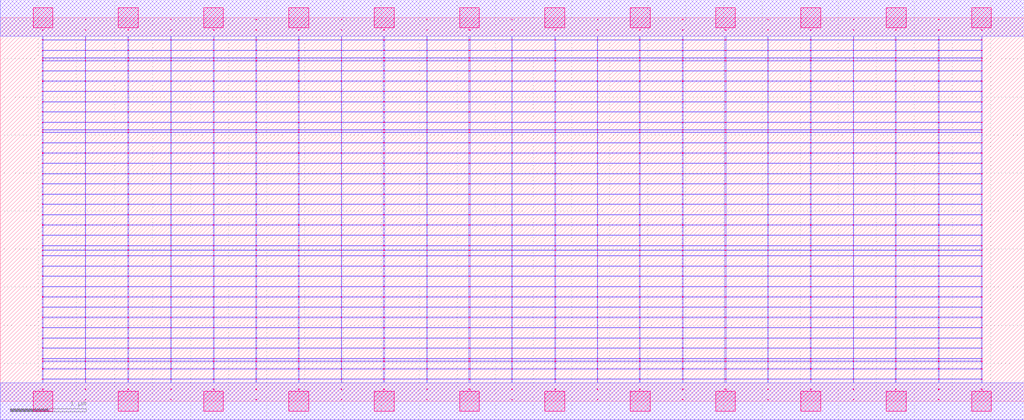
<source format=lef>
MACRO OAOOAOAI211211_DEBUG
 CLASS CORE ;
 FOREIGN OAOOAOAI211211_DEBUG 0 0 ;
 SIZE 13.44 BY 5.04 ;
 ORIGIN 0 0 ;
 SYMMETRY X Y R90 ;
 SITE unit ;

 OBS
    LAYER polycont ;
     RECT 6.71600000 2.58300000 6.72400000 2.59100000 ;
     RECT 6.71600000 2.71800000 6.72400000 2.72600000 ;
     RECT 6.71600000 2.85300000 6.72400000 2.86100000 ;
     RECT 6.71600000 2.98800000 6.72400000 2.99600000 ;
     RECT 8.95600000 2.58300000 8.96400000 2.59100000 ;
     RECT 9.51100000 2.58300000 9.52900000 2.59100000 ;
     RECT 10.07600000 2.58300000 10.08400000 2.59100000 ;
     RECT 10.63600000 2.58300000 10.64900000 2.59100000 ;
     RECT 11.19600000 2.58300000 11.20400000 2.59100000 ;
     RECT 11.75100000 2.58300000 11.76400000 2.59100000 ;
     RECT 12.31600000 2.58300000 12.32400000 2.59100000 ;
     RECT 12.87600000 2.58300000 12.88900000 2.59100000 ;
     RECT 7.27600000 2.58300000 7.28900000 2.59100000 ;
     RECT 7.27600000 2.71800000 7.28900000 2.72600000 ;
     RECT 7.83600000 2.71800000 7.84400000 2.72600000 ;
     RECT 8.39100000 2.71800000 8.40400000 2.72600000 ;
     RECT 8.95600000 2.71800000 8.96400000 2.72600000 ;
     RECT 9.51100000 2.71800000 9.52900000 2.72600000 ;
     RECT 10.07600000 2.71800000 10.08400000 2.72600000 ;
     RECT 10.63600000 2.71800000 10.64900000 2.72600000 ;
     RECT 11.19600000 2.71800000 11.20400000 2.72600000 ;
     RECT 11.75100000 2.71800000 11.76400000 2.72600000 ;
     RECT 12.31600000 2.71800000 12.32400000 2.72600000 ;
     RECT 12.87600000 2.71800000 12.88900000 2.72600000 ;
     RECT 7.83600000 2.58300000 7.84400000 2.59100000 ;
     RECT 7.27600000 2.85300000 7.28900000 2.86100000 ;
     RECT 7.83600000 2.85300000 7.84400000 2.86100000 ;
     RECT 8.39100000 2.85300000 8.40400000 2.86100000 ;
     RECT 8.95600000 2.85300000 8.96400000 2.86100000 ;
     RECT 9.51100000 2.85300000 9.52900000 2.86100000 ;
     RECT 10.07600000 2.85300000 10.08400000 2.86100000 ;
     RECT 10.63600000 2.85300000 10.64900000 2.86100000 ;
     RECT 11.19600000 2.85300000 11.20400000 2.86100000 ;
     RECT 11.75100000 2.85300000 11.76400000 2.86100000 ;
     RECT 12.31600000 2.85300000 12.32400000 2.86100000 ;
     RECT 12.87600000 2.85300000 12.88900000 2.86100000 ;
     RECT 8.39100000 2.58300000 8.40400000 2.59100000 ;
     RECT 7.27600000 2.98800000 7.28900000 2.99600000 ;
     RECT 7.83600000 2.98800000 7.84400000 2.99600000 ;
     RECT 8.39100000 2.98800000 8.40400000 2.99600000 ;
     RECT 8.95600000 2.98800000 8.96400000 2.99600000 ;
     RECT 9.51100000 2.98800000 9.52900000 2.99600000 ;
     RECT 10.07600000 2.98800000 10.08400000 2.99600000 ;
     RECT 10.63600000 2.98800000 10.64900000 2.99600000 ;
     RECT 11.19600000 2.98800000 11.20400000 2.99600000 ;
     RECT 11.75100000 2.98800000 11.76400000 2.99600000 ;
     RECT 12.31600000 2.98800000 12.32400000 2.99600000 ;
     RECT 12.87600000 2.98800000 12.88900000 2.99600000 ;
     RECT 7.83600000 3.12300000 7.84400000 3.13100000 ;
     RECT 11.19600000 3.12300000 11.20400000 3.13100000 ;
     RECT 7.83600000 3.25800000 7.84400000 3.26600000 ;
     RECT 11.19600000 3.25800000 11.20400000 3.26600000 ;
     RECT 7.83600000 3.39300000 7.84400000 3.40100000 ;
     RECT 11.19600000 3.39300000 11.20400000 3.40100000 ;
     RECT 7.83600000 3.52800000 7.84400000 3.53600000 ;
     RECT 11.19600000 3.52800000 11.20400000 3.53600000 ;
     RECT 7.83600000 3.56100000 7.84400000 3.56900000 ;
     RECT 11.19600000 3.56100000 11.20400000 3.56900000 ;
     RECT 7.83600000 3.66300000 7.84400000 3.67100000 ;
     RECT 11.19600000 3.66300000 11.20400000 3.67100000 ;
     RECT 7.83600000 3.79800000 7.84400000 3.80600000 ;
     RECT 11.19600000 3.79800000 11.20400000 3.80600000 ;
     RECT 7.83600000 3.93300000 7.84400000 3.94100000 ;
     RECT 11.19600000 3.93300000 11.20400000 3.94100000 ;
     RECT 7.83600000 4.06800000 7.84400000 4.07600000 ;
     RECT 11.19600000 4.06800000 11.20400000 4.07600000 ;
     RECT 7.83600000 4.20300000 7.84400000 4.21100000 ;
     RECT 11.19600000 4.20300000 11.20400000 4.21100000 ;
     RECT 7.83600000 4.33800000 7.84400000 4.34600000 ;
     RECT 11.19600000 4.33800000 11.20400000 4.34600000 ;
     RECT 7.83600000 4.47300000 7.84400000 4.48100000 ;
     RECT 11.19600000 4.47300000 11.20400000 4.48100000 ;
     RECT 7.83600000 4.51100000 7.84400000 4.51900000 ;
     RECT 11.19600000 4.51100000 11.20400000 4.51900000 ;
     RECT 7.83600000 4.60800000 7.84400000 4.61600000 ;
     RECT 11.19600000 4.60800000 11.20400000 4.61600000 ;
     RECT 7.83600000 4.74300000 7.84400000 4.75100000 ;
     RECT 11.19600000 4.74300000 11.20400000 4.75100000 ;
     RECT 7.83600000 4.87800000 7.84400000 4.88600000 ;
     RECT 11.19600000 4.87800000 11.20400000 4.88600000 ;
     RECT 2.23600000 2.58300000 2.24400000 2.59100000 ;
     RECT 2.79600000 2.58300000 2.80900000 2.59100000 ;
     RECT 3.35600000 2.58300000 3.36400000 2.59100000 ;
     RECT 3.91100000 2.58300000 3.92400000 2.59100000 ;
     RECT 4.47600000 2.58300000 4.48400000 2.59100000 ;
     RECT 5.03100000 2.58300000 5.04900000 2.59100000 ;
     RECT 5.59600000 2.58300000 5.60400000 2.59100000 ;
     RECT 6.15100000 2.58300000 6.16900000 2.59100000 ;
     RECT 0.55100000 2.58300000 0.56400000 2.59100000 ;
     RECT 0.55100000 2.71800000 0.56400000 2.72600000 ;
     RECT 0.55100000 2.85300000 0.56400000 2.86100000 ;
     RECT 1.11600000 2.85300000 1.12400000 2.86100000 ;
     RECT 3.35600000 3.12300000 3.36400000 3.13100000 ;
     RECT 1.67100000 2.85300000 1.68900000 2.86100000 ;
     RECT 2.23600000 2.85300000 2.24400000 2.86100000 ;
     RECT 3.35600000 3.25800000 3.36400000 3.26600000 ;
     RECT 2.79600000 2.85300000 2.80900000 2.86100000 ;
     RECT 3.35600000 2.85300000 3.36400000 2.86100000 ;
     RECT 3.35600000 3.39300000 3.36400000 3.40100000 ;
     RECT 3.91100000 2.85300000 3.92400000 2.86100000 ;
     RECT 4.47600000 2.85300000 4.48400000 2.86100000 ;
     RECT 3.35600000 3.52800000 3.36400000 3.53600000 ;
     RECT 5.03100000 2.85300000 5.04900000 2.86100000 ;
     RECT 5.59600000 2.85300000 5.60400000 2.86100000 ;
     RECT 3.35600000 3.56100000 3.36400000 3.56900000 ;
     RECT 6.15100000 2.85300000 6.16900000 2.86100000 ;
     RECT 1.11600000 2.71800000 1.12400000 2.72600000 ;
     RECT 3.35600000 3.66300000 3.36400000 3.67100000 ;
     RECT 1.67100000 2.71800000 1.68900000 2.72600000 ;
     RECT 2.23600000 2.71800000 2.24400000 2.72600000 ;
     RECT 3.35600000 3.79800000 3.36400000 3.80600000 ;
     RECT 2.79600000 2.71800000 2.80900000 2.72600000 ;
     RECT 3.35600000 2.71800000 3.36400000 2.72600000 ;
     RECT 3.35600000 3.93300000 3.36400000 3.94100000 ;
     RECT 3.91100000 2.71800000 3.92400000 2.72600000 ;
     RECT 4.47600000 2.71800000 4.48400000 2.72600000 ;
     RECT 3.35600000 4.06800000 3.36400000 4.07600000 ;
     RECT 5.03100000 2.71800000 5.04900000 2.72600000 ;
     RECT 5.59600000 2.71800000 5.60400000 2.72600000 ;
     RECT 3.35600000 4.20300000 3.36400000 4.21100000 ;
     RECT 6.15100000 2.71800000 6.16900000 2.72600000 ;
     RECT 1.11600000 2.58300000 1.12400000 2.59100000 ;
     RECT 3.35600000 4.33800000 3.36400000 4.34600000 ;
     RECT 1.67100000 2.58300000 1.68900000 2.59100000 ;
     RECT 0.55100000 2.98800000 0.56400000 2.99600000 ;
     RECT 3.35600000 4.47300000 3.36400000 4.48100000 ;
     RECT 1.11600000 2.98800000 1.12400000 2.99600000 ;
     RECT 1.67100000 2.98800000 1.68900000 2.99600000 ;
     RECT 3.35600000 4.51100000 3.36400000 4.51900000 ;
     RECT 2.23600000 2.98800000 2.24400000 2.99600000 ;
     RECT 2.79600000 2.98800000 2.80900000 2.99600000 ;
     RECT 3.35600000 4.60800000 3.36400000 4.61600000 ;
     RECT 3.35600000 2.98800000 3.36400000 2.99600000 ;
     RECT 3.91100000 2.98800000 3.92400000 2.99600000 ;
     RECT 3.35600000 4.74300000 3.36400000 4.75100000 ;
     RECT 4.47600000 2.98800000 4.48400000 2.99600000 ;
     RECT 5.03100000 2.98800000 5.04900000 2.99600000 ;
     RECT 3.35600000 4.87800000 3.36400000 4.88600000 ;
     RECT 5.59600000 2.98800000 5.60400000 2.99600000 ;
     RECT 6.15100000 2.98800000 6.16900000 2.99600000 ;
     RECT 5.59600000 0.15300000 5.60400000 0.16100000 ;
     RECT 5.59600000 0.28800000 5.60400000 0.29600000 ;
     RECT 5.59600000 0.42300000 5.60400000 0.43100000 ;
     RECT 5.59600000 0.52100000 5.60400000 0.52900000 ;
     RECT 5.59600000 0.55800000 5.60400000 0.56600000 ;
     RECT 5.59600000 0.69300000 5.60400000 0.70100000 ;
     RECT 5.59600000 0.82800000 5.60400000 0.83600000 ;
     RECT 5.59600000 0.96300000 5.60400000 0.97100000 ;
     RECT 5.59600000 1.09800000 5.60400000 1.10600000 ;
     RECT 5.59600000 1.23300000 5.60400000 1.24100000 ;
     RECT 5.59600000 1.36800000 5.60400000 1.37600000 ;
     RECT 5.59600000 1.50300000 5.60400000 1.51100000 ;
     RECT 5.59600000 1.63800000 5.60400000 1.64600000 ;
     RECT 5.59600000 1.77300000 5.60400000 1.78100000 ;
     RECT 5.59600000 1.90800000 5.60400000 1.91600000 ;
     RECT 5.59600000 1.98100000 5.60400000 1.98900000 ;
     RECT 5.59600000 2.04300000 5.60400000 2.05100000 ;
     RECT 5.59600000 2.17800000 5.60400000 2.18600000 ;
     RECT 5.59600000 2.31300000 5.60400000 2.32100000 ;
     RECT 5.59600000 2.44800000 5.60400000 2.45600000 ;
     RECT 11.19600000 0.52100000 11.20400000 0.52900000 ;
     RECT 11.19600000 2.04300000 11.20400000 2.05100000 ;
     RECT 11.75100000 2.04300000 11.76400000 2.05100000 ;
     RECT 12.31600000 2.04300000 12.32400000 2.05100000 ;
     RECT 12.87600000 2.04300000 12.88900000 2.05100000 ;
     RECT 11.75100000 0.52100000 11.76400000 0.52900000 ;
     RECT 11.19600000 2.17800000 11.20400000 2.18600000 ;
     RECT 11.75100000 2.17800000 11.76400000 2.18600000 ;
     RECT 12.31600000 2.17800000 12.32400000 2.18600000 ;
     RECT 12.87600000 2.17800000 12.88900000 2.18600000 ;
     RECT 12.31600000 0.52100000 12.32400000 0.52900000 ;
     RECT 11.19600000 2.31300000 11.20400000 2.32100000 ;
     RECT 11.75100000 2.31300000 11.76400000 2.32100000 ;
     RECT 12.31600000 2.31300000 12.32400000 2.32100000 ;
     RECT 12.87600000 2.31300000 12.88900000 2.32100000 ;
     RECT 12.87600000 0.52100000 12.88900000 0.52900000 ;
     RECT 11.19600000 2.44800000 11.20400000 2.45600000 ;
     RECT 11.75100000 2.44800000 11.76400000 2.45600000 ;
     RECT 12.31600000 2.44800000 12.32400000 2.45600000 ;
     RECT 12.87600000 2.44800000 12.88900000 2.45600000 ;
     RECT 12.87600000 0.15300000 12.88900000 0.16100000 ;
     RECT 11.19600000 0.55800000 11.20400000 0.56600000 ;
     RECT 11.75100000 0.55800000 11.76400000 0.56600000 ;
     RECT 12.31600000 0.55800000 12.32400000 0.56600000 ;
     RECT 12.87600000 0.55800000 12.88900000 0.56600000 ;
     RECT 11.19600000 0.15300000 11.20400000 0.16100000 ;
     RECT 11.19600000 0.69300000 11.20400000 0.70100000 ;
     RECT 11.75100000 0.69300000 11.76400000 0.70100000 ;
     RECT 12.31600000 0.69300000 12.32400000 0.70100000 ;
     RECT 12.87600000 0.69300000 12.88900000 0.70100000 ;
     RECT 11.19600000 0.28800000 11.20400000 0.29600000 ;
     RECT 11.19600000 0.82800000 11.20400000 0.83600000 ;
     RECT 11.75100000 0.82800000 11.76400000 0.83600000 ;
     RECT 12.31600000 0.82800000 12.32400000 0.83600000 ;
     RECT 12.87600000 0.82800000 12.88900000 0.83600000 ;
     RECT 11.75100000 0.28800000 11.76400000 0.29600000 ;
     RECT 11.19600000 0.96300000 11.20400000 0.97100000 ;
     RECT 11.75100000 0.96300000 11.76400000 0.97100000 ;
     RECT 12.31600000 0.96300000 12.32400000 0.97100000 ;
     RECT 12.87600000 0.96300000 12.88900000 0.97100000 ;
     RECT 12.31600000 0.28800000 12.32400000 0.29600000 ;
     RECT 11.19600000 1.09800000 11.20400000 1.10600000 ;
     RECT 11.75100000 1.09800000 11.76400000 1.10600000 ;
     RECT 12.31600000 1.09800000 12.32400000 1.10600000 ;
     RECT 12.87600000 1.09800000 12.88900000 1.10600000 ;
     RECT 12.87600000 0.28800000 12.88900000 0.29600000 ;
     RECT 11.19600000 1.23300000 11.20400000 1.24100000 ;
     RECT 11.75100000 1.23300000 11.76400000 1.24100000 ;
     RECT 12.31600000 1.23300000 12.32400000 1.24100000 ;
     RECT 12.87600000 1.23300000 12.88900000 1.24100000 ;
     RECT 11.75100000 0.15300000 11.76400000 0.16100000 ;
     RECT 11.19600000 1.36800000 11.20400000 1.37600000 ;
     RECT 11.75100000 1.36800000 11.76400000 1.37600000 ;
     RECT 12.31600000 1.36800000 12.32400000 1.37600000 ;
     RECT 12.87600000 1.36800000 12.88900000 1.37600000 ;
     RECT 11.19600000 0.42300000 11.20400000 0.43100000 ;
     RECT 11.19600000 1.50300000 11.20400000 1.51100000 ;
     RECT 11.75100000 1.50300000 11.76400000 1.51100000 ;
     RECT 12.31600000 1.50300000 12.32400000 1.51100000 ;
     RECT 12.87600000 1.50300000 12.88900000 1.51100000 ;
     RECT 11.75100000 0.42300000 11.76400000 0.43100000 ;
     RECT 11.19600000 1.63800000 11.20400000 1.64600000 ;
     RECT 11.75100000 1.63800000 11.76400000 1.64600000 ;
     RECT 12.31600000 1.63800000 12.32400000 1.64600000 ;
     RECT 12.87600000 1.63800000 12.88900000 1.64600000 ;
     RECT 12.31600000 0.42300000 12.32400000 0.43100000 ;
     RECT 11.19600000 1.77300000 11.20400000 1.78100000 ;
     RECT 11.75100000 1.77300000 11.76400000 1.78100000 ;
     RECT 12.31600000 1.77300000 12.32400000 1.78100000 ;
     RECT 12.87600000 1.77300000 12.88900000 1.78100000 ;
     RECT 12.87600000 0.42300000 12.88900000 0.43100000 ;
     RECT 11.19600000 1.90800000 11.20400000 1.91600000 ;
     RECT 11.75100000 1.90800000 11.76400000 1.91600000 ;
     RECT 12.31600000 1.90800000 12.32400000 1.91600000 ;
     RECT 12.87600000 1.90800000 12.88900000 1.91600000 ;
     RECT 12.31600000 0.15300000 12.32400000 0.16100000 ;
     RECT 11.19600000 1.98100000 11.20400000 1.98900000 ;
     RECT 11.75100000 1.98100000 11.76400000 1.98900000 ;
     RECT 12.31600000 1.98100000 12.32400000 1.98900000 ;
     RECT 12.87600000 1.98100000 12.88900000 1.98900000 ;

    LAYER pdiffc ;
     RECT 0.55100000 3.39300000 0.55900000 3.40100000 ;
     RECT 2.80100000 3.39300000 2.80900000 3.40100000 ;
     RECT 3.91100000 3.39300000 3.91900000 3.40100000 ;
     RECT 7.28100000 3.39300000 7.28900000 3.40100000 ;
     RECT 8.39100000 3.39300000 8.39900000 3.40100000 ;
     RECT 10.64100000 3.39300000 10.64900000 3.40100000 ;
     RECT 11.75100000 3.39300000 11.75900000 3.40100000 ;
     RECT 12.88100000 3.39300000 12.88900000 3.40100000 ;
     RECT 0.55100000 3.52800000 0.55900000 3.53600000 ;
     RECT 2.80100000 3.52800000 2.80900000 3.53600000 ;
     RECT 3.91100000 3.52800000 3.91900000 3.53600000 ;
     RECT 7.28100000 3.52800000 7.28900000 3.53600000 ;
     RECT 8.39100000 3.52800000 8.39900000 3.53600000 ;
     RECT 10.64100000 3.52800000 10.64900000 3.53600000 ;
     RECT 11.75100000 3.52800000 11.75900000 3.53600000 ;
     RECT 12.88100000 3.52800000 12.88900000 3.53600000 ;
     RECT 0.55100000 3.56100000 0.55900000 3.56900000 ;
     RECT 2.80100000 3.56100000 2.80900000 3.56900000 ;
     RECT 3.91100000 3.56100000 3.91900000 3.56900000 ;
     RECT 7.28100000 3.56100000 7.28900000 3.56900000 ;
     RECT 8.39100000 3.56100000 8.39900000 3.56900000 ;
     RECT 10.64100000 3.56100000 10.64900000 3.56900000 ;
     RECT 11.75100000 3.56100000 11.75900000 3.56900000 ;
     RECT 12.88100000 3.56100000 12.88900000 3.56900000 ;
     RECT 0.55100000 3.66300000 0.55900000 3.67100000 ;
     RECT 2.80100000 3.66300000 2.80900000 3.67100000 ;
     RECT 3.91100000 3.66300000 3.91900000 3.67100000 ;
     RECT 7.28100000 3.66300000 7.28900000 3.67100000 ;
     RECT 8.39100000 3.66300000 8.39900000 3.67100000 ;
     RECT 10.64100000 3.66300000 10.64900000 3.67100000 ;
     RECT 11.75100000 3.66300000 11.75900000 3.67100000 ;
     RECT 12.88100000 3.66300000 12.88900000 3.67100000 ;
     RECT 0.55100000 3.79800000 0.55900000 3.80600000 ;
     RECT 2.80100000 3.79800000 2.80900000 3.80600000 ;
     RECT 3.91100000 3.79800000 3.91900000 3.80600000 ;
     RECT 7.28100000 3.79800000 7.28900000 3.80600000 ;
     RECT 8.39100000 3.79800000 8.39900000 3.80600000 ;
     RECT 10.64100000 3.79800000 10.64900000 3.80600000 ;
     RECT 11.75100000 3.79800000 11.75900000 3.80600000 ;
     RECT 12.88100000 3.79800000 12.88900000 3.80600000 ;
     RECT 0.55100000 3.93300000 0.55900000 3.94100000 ;
     RECT 2.80100000 3.93300000 2.80900000 3.94100000 ;
     RECT 3.91100000 3.93300000 3.91900000 3.94100000 ;
     RECT 7.28100000 3.93300000 7.28900000 3.94100000 ;
     RECT 8.39100000 3.93300000 8.39900000 3.94100000 ;
     RECT 10.64100000 3.93300000 10.64900000 3.94100000 ;
     RECT 11.75100000 3.93300000 11.75900000 3.94100000 ;
     RECT 12.88100000 3.93300000 12.88900000 3.94100000 ;
     RECT 0.55100000 4.06800000 0.55900000 4.07600000 ;
     RECT 2.80100000 4.06800000 2.80900000 4.07600000 ;
     RECT 3.91100000 4.06800000 3.91900000 4.07600000 ;
     RECT 7.28100000 4.06800000 7.28900000 4.07600000 ;
     RECT 8.39100000 4.06800000 8.39900000 4.07600000 ;
     RECT 10.64100000 4.06800000 10.64900000 4.07600000 ;
     RECT 11.75100000 4.06800000 11.75900000 4.07600000 ;
     RECT 12.88100000 4.06800000 12.88900000 4.07600000 ;
     RECT 0.55100000 4.20300000 0.55900000 4.21100000 ;
     RECT 2.80100000 4.20300000 2.80900000 4.21100000 ;
     RECT 3.91100000 4.20300000 3.91900000 4.21100000 ;
     RECT 7.28100000 4.20300000 7.28900000 4.21100000 ;
     RECT 8.39100000 4.20300000 8.39900000 4.21100000 ;
     RECT 10.64100000 4.20300000 10.64900000 4.21100000 ;
     RECT 11.75100000 4.20300000 11.75900000 4.21100000 ;
     RECT 12.88100000 4.20300000 12.88900000 4.21100000 ;
     RECT 0.55100000 4.33800000 0.55900000 4.34600000 ;
     RECT 2.80100000 4.33800000 2.80900000 4.34600000 ;
     RECT 3.91100000 4.33800000 3.91900000 4.34600000 ;
     RECT 7.28100000 4.33800000 7.28900000 4.34600000 ;
     RECT 8.39100000 4.33800000 8.39900000 4.34600000 ;
     RECT 10.64100000 4.33800000 10.64900000 4.34600000 ;
     RECT 11.75100000 4.33800000 11.75900000 4.34600000 ;
     RECT 12.88100000 4.33800000 12.88900000 4.34600000 ;
     RECT 0.55100000 4.47300000 0.55900000 4.48100000 ;
     RECT 2.80100000 4.47300000 2.80900000 4.48100000 ;
     RECT 3.91100000 4.47300000 3.91900000 4.48100000 ;
     RECT 7.28100000 4.47300000 7.28900000 4.48100000 ;
     RECT 8.39100000 4.47300000 8.39900000 4.48100000 ;
     RECT 10.64100000 4.47300000 10.64900000 4.48100000 ;
     RECT 11.75100000 4.47300000 11.75900000 4.48100000 ;
     RECT 12.88100000 4.47300000 12.88900000 4.48100000 ;
     RECT 0.55100000 4.51100000 0.55900000 4.51900000 ;
     RECT 2.80100000 4.51100000 2.80900000 4.51900000 ;
     RECT 3.91100000 4.51100000 3.91900000 4.51900000 ;
     RECT 7.28100000 4.51100000 7.28900000 4.51900000 ;
     RECT 8.39100000 4.51100000 8.39900000 4.51900000 ;
     RECT 10.64100000 4.51100000 10.64900000 4.51900000 ;
     RECT 11.75100000 4.51100000 11.75900000 4.51900000 ;
     RECT 12.88100000 4.51100000 12.88900000 4.51900000 ;
     RECT 0.55100000 4.60800000 0.55900000 4.61600000 ;
     RECT 2.80100000 4.60800000 2.80900000 4.61600000 ;
     RECT 3.91100000 4.60800000 3.91900000 4.61600000 ;
     RECT 7.28100000 4.60800000 7.28900000 4.61600000 ;
     RECT 8.39100000 4.60800000 8.39900000 4.61600000 ;
     RECT 10.64100000 4.60800000 10.64900000 4.61600000 ;
     RECT 11.75100000 4.60800000 11.75900000 4.61600000 ;
     RECT 12.88100000 4.60800000 12.88900000 4.61600000 ;

    LAYER ndiffc ;
     RECT 6.15100000 0.42300000 6.16900000 0.43100000 ;
     RECT 7.27600000 0.42300000 7.28900000 0.43100000 ;
     RECT 8.39100000 0.42300000 8.40400000 0.43100000 ;
     RECT 9.51100000 0.42300000 9.52900000 0.43100000 ;
     RECT 10.63600000 0.42300000 10.64900000 0.43100000 ;
     RECT 6.15100000 0.52100000 6.16900000 0.52900000 ;
     RECT 7.27600000 0.52100000 7.28900000 0.52900000 ;
     RECT 8.39100000 0.52100000 8.40400000 0.52900000 ;
     RECT 9.51100000 0.52100000 9.52900000 0.52900000 ;
     RECT 10.63600000 0.52100000 10.64900000 0.52900000 ;
     RECT 6.15100000 0.55800000 6.16900000 0.56600000 ;
     RECT 7.27600000 0.55800000 7.28900000 0.56600000 ;
     RECT 8.39100000 0.55800000 8.40400000 0.56600000 ;
     RECT 9.51100000 0.55800000 9.52900000 0.56600000 ;
     RECT 10.63600000 0.55800000 10.64900000 0.56600000 ;
     RECT 6.15100000 0.69300000 6.16900000 0.70100000 ;
     RECT 7.27600000 0.69300000 7.28900000 0.70100000 ;
     RECT 8.39100000 0.69300000 8.40400000 0.70100000 ;
     RECT 9.51100000 0.69300000 9.52900000 0.70100000 ;
     RECT 10.63600000 0.69300000 10.64900000 0.70100000 ;
     RECT 6.15100000 0.82800000 6.16900000 0.83600000 ;
     RECT 7.27600000 0.82800000 7.28900000 0.83600000 ;
     RECT 8.39100000 0.82800000 8.40400000 0.83600000 ;
     RECT 9.51100000 0.82800000 9.52900000 0.83600000 ;
     RECT 10.63600000 0.82800000 10.64900000 0.83600000 ;
     RECT 6.15100000 0.96300000 6.16900000 0.97100000 ;
     RECT 7.27600000 0.96300000 7.28900000 0.97100000 ;
     RECT 8.39100000 0.96300000 8.40400000 0.97100000 ;
     RECT 9.51100000 0.96300000 9.52900000 0.97100000 ;
     RECT 10.63600000 0.96300000 10.64900000 0.97100000 ;
     RECT 6.15100000 1.09800000 6.16900000 1.10600000 ;
     RECT 7.27600000 1.09800000 7.28900000 1.10600000 ;
     RECT 8.39100000 1.09800000 8.40400000 1.10600000 ;
     RECT 9.51100000 1.09800000 9.52900000 1.10600000 ;
     RECT 10.63600000 1.09800000 10.64900000 1.10600000 ;
     RECT 6.15100000 1.23300000 6.16900000 1.24100000 ;
     RECT 7.27600000 1.23300000 7.28900000 1.24100000 ;
     RECT 8.39100000 1.23300000 8.40400000 1.24100000 ;
     RECT 9.51100000 1.23300000 9.52900000 1.24100000 ;
     RECT 10.63600000 1.23300000 10.64900000 1.24100000 ;
     RECT 6.15100000 1.36800000 6.16900000 1.37600000 ;
     RECT 7.27600000 1.36800000 7.28900000 1.37600000 ;
     RECT 8.39100000 1.36800000 8.40400000 1.37600000 ;
     RECT 9.51100000 1.36800000 9.52900000 1.37600000 ;
     RECT 10.63600000 1.36800000 10.64900000 1.37600000 ;
     RECT 6.15100000 1.50300000 6.16900000 1.51100000 ;
     RECT 7.27600000 1.50300000 7.28900000 1.51100000 ;
     RECT 8.39100000 1.50300000 8.40400000 1.51100000 ;
     RECT 9.51100000 1.50300000 9.52900000 1.51100000 ;
     RECT 10.63600000 1.50300000 10.64900000 1.51100000 ;
     RECT 6.15100000 1.63800000 6.16900000 1.64600000 ;
     RECT 7.27600000 1.63800000 7.28900000 1.64600000 ;
     RECT 8.39100000 1.63800000 8.40400000 1.64600000 ;
     RECT 9.51100000 1.63800000 9.52900000 1.64600000 ;
     RECT 10.63600000 1.63800000 10.64900000 1.64600000 ;
     RECT 6.15100000 1.77300000 6.16900000 1.78100000 ;
     RECT 7.27600000 1.77300000 7.28900000 1.78100000 ;
     RECT 8.39100000 1.77300000 8.40400000 1.78100000 ;
     RECT 9.51100000 1.77300000 9.52900000 1.78100000 ;
     RECT 10.63600000 1.77300000 10.64900000 1.78100000 ;
     RECT 6.15100000 1.90800000 6.16900000 1.91600000 ;
     RECT 7.27600000 1.90800000 7.28900000 1.91600000 ;
     RECT 8.39100000 1.90800000 8.40400000 1.91600000 ;
     RECT 9.51100000 1.90800000 9.52900000 1.91600000 ;
     RECT 10.63600000 1.90800000 10.64900000 1.91600000 ;
     RECT 6.15100000 1.98100000 6.16900000 1.98900000 ;
     RECT 7.27600000 1.98100000 7.28900000 1.98900000 ;
     RECT 8.39100000 1.98100000 8.40400000 1.98900000 ;
     RECT 9.51100000 1.98100000 9.52900000 1.98900000 ;
     RECT 10.63600000 1.98100000 10.64900000 1.98900000 ;
     RECT 6.15100000 2.04300000 6.16900000 2.05100000 ;
     RECT 7.27600000 2.04300000 7.28900000 2.05100000 ;
     RECT 8.39100000 2.04300000 8.40400000 2.05100000 ;
     RECT 9.51100000 2.04300000 9.52900000 2.05100000 ;
     RECT 10.63600000 2.04300000 10.64900000 2.05100000 ;
     RECT 0.55100000 0.42300000 0.56400000 0.43100000 ;
     RECT 1.67100000 0.42300000 1.68900000 0.43100000 ;
     RECT 2.79600000 0.42300000 2.80900000 0.43100000 ;
     RECT 3.91100000 0.42300000 3.92400000 0.43100000 ;
     RECT 5.03100000 0.42300000 5.04900000 0.43100000 ;
     RECT 0.55100000 1.36800000 0.56400000 1.37600000 ;
     RECT 1.67100000 1.36800000 1.68900000 1.37600000 ;
     RECT 2.79600000 1.36800000 2.80900000 1.37600000 ;
     RECT 3.91100000 1.36800000 3.92400000 1.37600000 ;
     RECT 5.03100000 1.36800000 5.04900000 1.37600000 ;
     RECT 0.55100000 0.82800000 0.56400000 0.83600000 ;
     RECT 1.67100000 0.82800000 1.68900000 0.83600000 ;
     RECT 2.79600000 0.82800000 2.80900000 0.83600000 ;
     RECT 3.91100000 0.82800000 3.92400000 0.83600000 ;
     RECT 5.03100000 0.82800000 5.04900000 0.83600000 ;
     RECT 0.55100000 1.50300000 0.56400000 1.51100000 ;
     RECT 1.67100000 1.50300000 1.68900000 1.51100000 ;
     RECT 2.79600000 1.50300000 2.80900000 1.51100000 ;
     RECT 3.91100000 1.50300000 3.92400000 1.51100000 ;
     RECT 5.03100000 1.50300000 5.04900000 1.51100000 ;
     RECT 0.55100000 0.55800000 0.56400000 0.56600000 ;
     RECT 1.67100000 0.55800000 1.68900000 0.56600000 ;
     RECT 2.79600000 0.55800000 2.80900000 0.56600000 ;
     RECT 3.91100000 0.55800000 3.92400000 0.56600000 ;
     RECT 5.03100000 0.55800000 5.04900000 0.56600000 ;
     RECT 0.55100000 1.63800000 0.56400000 1.64600000 ;
     RECT 1.67100000 1.63800000 1.68900000 1.64600000 ;
     RECT 2.79600000 1.63800000 2.80900000 1.64600000 ;
     RECT 3.91100000 1.63800000 3.92400000 1.64600000 ;
     RECT 5.03100000 1.63800000 5.04900000 1.64600000 ;
     RECT 0.55100000 0.96300000 0.56400000 0.97100000 ;
     RECT 1.67100000 0.96300000 1.68900000 0.97100000 ;
     RECT 2.79600000 0.96300000 2.80900000 0.97100000 ;
     RECT 3.91100000 0.96300000 3.92400000 0.97100000 ;
     RECT 5.03100000 0.96300000 5.04900000 0.97100000 ;
     RECT 0.55100000 1.77300000 0.56400000 1.78100000 ;
     RECT 1.67100000 1.77300000 1.68900000 1.78100000 ;
     RECT 2.79600000 1.77300000 2.80900000 1.78100000 ;
     RECT 3.91100000 1.77300000 3.92400000 1.78100000 ;
     RECT 5.03100000 1.77300000 5.04900000 1.78100000 ;
     RECT 0.55100000 0.52100000 0.56400000 0.52900000 ;
     RECT 1.67100000 0.52100000 1.68900000 0.52900000 ;
     RECT 2.79600000 0.52100000 2.80900000 0.52900000 ;
     RECT 3.91100000 0.52100000 3.92400000 0.52900000 ;
     RECT 5.03100000 0.52100000 5.04900000 0.52900000 ;
     RECT 0.55100000 1.90800000 0.56400000 1.91600000 ;
     RECT 1.67100000 1.90800000 1.68900000 1.91600000 ;
     RECT 2.79600000 1.90800000 2.80900000 1.91600000 ;
     RECT 3.91100000 1.90800000 3.92400000 1.91600000 ;
     RECT 5.03100000 1.90800000 5.04900000 1.91600000 ;
     RECT 0.55100000 1.09800000 0.56400000 1.10600000 ;
     RECT 1.67100000 1.09800000 1.68900000 1.10600000 ;
     RECT 2.79600000 1.09800000 2.80900000 1.10600000 ;
     RECT 3.91100000 1.09800000 3.92400000 1.10600000 ;
     RECT 5.03100000 1.09800000 5.04900000 1.10600000 ;
     RECT 0.55100000 1.98100000 0.56400000 1.98900000 ;
     RECT 1.67100000 1.98100000 1.68900000 1.98900000 ;
     RECT 2.79600000 1.98100000 2.80900000 1.98900000 ;
     RECT 3.91100000 1.98100000 3.92400000 1.98900000 ;
     RECT 5.03100000 1.98100000 5.04900000 1.98900000 ;
     RECT 0.55100000 0.69300000 0.56400000 0.70100000 ;
     RECT 1.67100000 0.69300000 1.68900000 0.70100000 ;
     RECT 2.79600000 0.69300000 2.80900000 0.70100000 ;
     RECT 3.91100000 0.69300000 3.92400000 0.70100000 ;
     RECT 5.03100000 0.69300000 5.04900000 0.70100000 ;
     RECT 0.55100000 2.04300000 0.56400000 2.05100000 ;
     RECT 1.67100000 2.04300000 1.68900000 2.05100000 ;
     RECT 2.79600000 2.04300000 2.80900000 2.05100000 ;
     RECT 3.91100000 2.04300000 3.92400000 2.05100000 ;
     RECT 5.03100000 2.04300000 5.04900000 2.05100000 ;
     RECT 0.55100000 1.23300000 0.56400000 1.24100000 ;
     RECT 1.67100000 1.23300000 1.68900000 1.24100000 ;
     RECT 2.79600000 1.23300000 2.80900000 1.24100000 ;
     RECT 3.91100000 1.23300000 3.92400000 1.24100000 ;
     RECT 5.03100000 1.23300000 5.04900000 1.24100000 ;

    LAYER met1 ;
     RECT 0.00000000 -0.24000000 13.44000000 0.24000000 ;
     RECT 6.71600000 0.24000000 6.72400000 0.28800000 ;
     RECT 0.55100000 0.28800000 12.88900000 0.29600000 ;
     RECT 6.71600000 0.29600000 6.72400000 0.42300000 ;
     RECT 0.55100000 0.42300000 12.88900000 0.43100000 ;
     RECT 6.71600000 0.43100000 6.72400000 0.52100000 ;
     RECT 0.55100000 0.52100000 12.88900000 0.52900000 ;
     RECT 6.71600000 0.52900000 6.72400000 0.55800000 ;
     RECT 0.55100000 0.55800000 12.88900000 0.56600000 ;
     RECT 6.71600000 0.56600000 6.72400000 0.69300000 ;
     RECT 0.55100000 0.69300000 12.88900000 0.70100000 ;
     RECT 6.71600000 0.70100000 6.72400000 0.82800000 ;
     RECT 0.55100000 0.82800000 12.88900000 0.83600000 ;
     RECT 6.71600000 0.83600000 6.72400000 0.96300000 ;
     RECT 0.55100000 0.96300000 12.88900000 0.97100000 ;
     RECT 6.71600000 0.97100000 6.72400000 1.09800000 ;
     RECT 0.55100000 1.09800000 12.88900000 1.10600000 ;
     RECT 6.71600000 1.10600000 6.72400000 1.23300000 ;
     RECT 0.55100000 1.23300000 12.88900000 1.24100000 ;
     RECT 6.71600000 1.24100000 6.72400000 1.36800000 ;
     RECT 0.55100000 1.36800000 12.88900000 1.37600000 ;
     RECT 6.71600000 1.37600000 6.72400000 1.50300000 ;
     RECT 0.55100000 1.50300000 12.88900000 1.51100000 ;
     RECT 6.71600000 1.51100000 6.72400000 1.63800000 ;
     RECT 0.55100000 1.63800000 12.88900000 1.64600000 ;
     RECT 6.71600000 1.64600000 6.72400000 1.77300000 ;
     RECT 0.55100000 1.77300000 12.88900000 1.78100000 ;
     RECT 6.71600000 1.78100000 6.72400000 1.90800000 ;
     RECT 0.55100000 1.90800000 12.88900000 1.91600000 ;
     RECT 6.71600000 1.91600000 6.72400000 1.98100000 ;
     RECT 0.55100000 1.98100000 12.88900000 1.98900000 ;
     RECT 6.71600000 1.98900000 6.72400000 2.04300000 ;
     RECT 0.55100000 2.04300000 12.88900000 2.05100000 ;
     RECT 6.71600000 2.05100000 6.72400000 2.17800000 ;
     RECT 0.55100000 2.17800000 12.88900000 2.18600000 ;
     RECT 6.71600000 2.18600000 6.72400000 2.31300000 ;
     RECT 0.55100000 2.31300000 12.88900000 2.32100000 ;
     RECT 6.71600000 2.32100000 6.72400000 2.44800000 ;
     RECT 0.55100000 2.44800000 12.88900000 2.45600000 ;
     RECT 0.55100000 2.45600000 0.56400000 2.58300000 ;
     RECT 1.11600000 2.45600000 1.12400000 2.58300000 ;
     RECT 1.67100000 2.45600000 1.68900000 2.58300000 ;
     RECT 2.23600000 2.45600000 2.24400000 2.58300000 ;
     RECT 2.79600000 2.45600000 2.80900000 2.58300000 ;
     RECT 3.35600000 2.45600000 3.36400000 2.58300000 ;
     RECT 3.91100000 2.45600000 3.92400000 2.58300000 ;
     RECT 4.47600000 2.45600000 4.48400000 2.58300000 ;
     RECT 5.03100000 2.45600000 5.04900000 2.58300000 ;
     RECT 5.59600000 2.45600000 5.60400000 2.58300000 ;
     RECT 6.15100000 2.45600000 6.16900000 2.58300000 ;
     RECT 6.71600000 2.45600000 6.72400000 2.58300000 ;
     RECT 7.27600000 2.45600000 7.28900000 2.58300000 ;
     RECT 7.83600000 2.45600000 7.84400000 2.58300000 ;
     RECT 8.39100000 2.45600000 8.40400000 2.58300000 ;
     RECT 8.95600000 2.45600000 8.96400000 2.58300000 ;
     RECT 9.51100000 2.45600000 9.52900000 2.58300000 ;
     RECT 10.07600000 2.45600000 10.08400000 2.58300000 ;
     RECT 10.63600000 2.45600000 10.64900000 2.58300000 ;
     RECT 11.19600000 2.45600000 11.20400000 2.58300000 ;
     RECT 11.75100000 2.45600000 11.76400000 2.58300000 ;
     RECT 12.31600000 2.45600000 12.32400000 2.58300000 ;
     RECT 12.87600000 2.45600000 12.88900000 2.58300000 ;
     RECT 0.55100000 2.58300000 12.88900000 2.59100000 ;
     RECT 6.71600000 2.59100000 6.72400000 2.71800000 ;
     RECT 0.55100000 2.71800000 12.88900000 2.72600000 ;
     RECT 6.71600000 2.72600000 6.72400000 2.85300000 ;
     RECT 0.55100000 2.85300000 12.88900000 2.86100000 ;
     RECT 6.71600000 2.86100000 6.72400000 2.98800000 ;
     RECT 0.55100000 2.98800000 12.88900000 2.99600000 ;
     RECT 6.71600000 2.99600000 6.72400000 3.12300000 ;
     RECT 0.55100000 3.12300000 12.88900000 3.13100000 ;
     RECT 6.71600000 3.13100000 6.72400000 3.25800000 ;
     RECT 0.55100000 3.25800000 12.88900000 3.26600000 ;
     RECT 6.71600000 3.26600000 6.72400000 3.39300000 ;
     RECT 0.55100000 3.39300000 12.88900000 3.40100000 ;
     RECT 6.71600000 3.40100000 6.72400000 3.52800000 ;
     RECT 0.55100000 3.52800000 12.88900000 3.53600000 ;
     RECT 6.71600000 3.53600000 6.72400000 3.56100000 ;
     RECT 0.55100000 3.56100000 12.88900000 3.56900000 ;
     RECT 6.71600000 3.56900000 6.72400000 3.66300000 ;
     RECT 0.55100000 3.66300000 12.88900000 3.67100000 ;
     RECT 6.71600000 3.67100000 6.72400000 3.79800000 ;
     RECT 0.55100000 3.79800000 12.88900000 3.80600000 ;
     RECT 6.71600000 3.80600000 6.72400000 3.93300000 ;
     RECT 0.55100000 3.93300000 12.88900000 3.94100000 ;
     RECT 6.71600000 3.94100000 6.72400000 4.06800000 ;
     RECT 0.55100000 4.06800000 12.88900000 4.07600000 ;
     RECT 6.71600000 4.07600000 6.72400000 4.20300000 ;
     RECT 0.55100000 4.20300000 12.88900000 4.21100000 ;
     RECT 6.71600000 4.21100000 6.72400000 4.33800000 ;
     RECT 0.55100000 4.33800000 12.88900000 4.34600000 ;
     RECT 6.71600000 4.34600000 6.72400000 4.47300000 ;
     RECT 0.55100000 4.47300000 12.88900000 4.48100000 ;
     RECT 6.71600000 4.48100000 6.72400000 4.51100000 ;
     RECT 0.55100000 4.51100000 12.88900000 4.51900000 ;
     RECT 6.71600000 4.51900000 6.72400000 4.60800000 ;
     RECT 0.55100000 4.60800000 12.88900000 4.61600000 ;
     RECT 6.71600000 4.61600000 6.72400000 4.74300000 ;
     RECT 0.55100000 4.74300000 12.88900000 4.75100000 ;
     RECT 6.71600000 4.75100000 6.72400000 4.80000000 ;
     RECT 0.00000000 4.80000000 13.44000000 5.28000000 ;
     RECT 10.07600000 2.59100000 10.08400000 2.71800000 ;
     RECT 10.07600000 2.99600000 10.08400000 3.12300000 ;
     RECT 10.07600000 3.13100000 10.08400000 3.25800000 ;
     RECT 10.07600000 3.26600000 10.08400000 3.39300000 ;
     RECT 10.07600000 3.40100000 10.08400000 3.52800000 ;
     RECT 10.07600000 3.53600000 10.08400000 3.56100000 ;
     RECT 10.07600000 3.56900000 10.08400000 3.66300000 ;
     RECT 10.07600000 3.67100000 10.08400000 3.79800000 ;
     RECT 10.07600000 2.72600000 10.08400000 2.85300000 ;
     RECT 7.27600000 3.80600000 7.28900000 3.93300000 ;
     RECT 7.83600000 3.80600000 7.84400000 3.93300000 ;
     RECT 8.39100000 3.80600000 8.40400000 3.93300000 ;
     RECT 8.95600000 3.80600000 8.96400000 3.93300000 ;
     RECT 9.51100000 3.80600000 9.52900000 3.93300000 ;
     RECT 10.07600000 3.80600000 10.08400000 3.93300000 ;
     RECT 10.63600000 3.80600000 10.64900000 3.93300000 ;
     RECT 11.19600000 3.80600000 11.20400000 3.93300000 ;
     RECT 11.75100000 3.80600000 11.76400000 3.93300000 ;
     RECT 12.31600000 3.80600000 12.32400000 3.93300000 ;
     RECT 12.87600000 3.80600000 12.88900000 3.93300000 ;
     RECT 10.07600000 3.94100000 10.08400000 4.06800000 ;
     RECT 10.07600000 4.07600000 10.08400000 4.20300000 ;
     RECT 10.07600000 4.21100000 10.08400000 4.33800000 ;
     RECT 10.07600000 4.34600000 10.08400000 4.47300000 ;
     RECT 10.07600000 4.48100000 10.08400000 4.51100000 ;
     RECT 10.07600000 2.86100000 10.08400000 2.98800000 ;
     RECT 10.07600000 4.51900000 10.08400000 4.60800000 ;
     RECT 10.07600000 4.61600000 10.08400000 4.74300000 ;
     RECT 10.07600000 4.75100000 10.08400000 4.80000000 ;
     RECT 11.75100000 4.07600000 11.76400000 4.20300000 ;
     RECT 12.31600000 4.07600000 12.32400000 4.20300000 ;
     RECT 12.87600000 4.07600000 12.88900000 4.20300000 ;
     RECT 11.19600000 3.94100000 11.20400000 4.06800000 ;
     RECT 10.63600000 4.21100000 10.64900000 4.33800000 ;
     RECT 11.19600000 4.21100000 11.20400000 4.33800000 ;
     RECT 11.75100000 4.21100000 11.76400000 4.33800000 ;
     RECT 12.31600000 4.21100000 12.32400000 4.33800000 ;
     RECT 12.87600000 4.21100000 12.88900000 4.33800000 ;
     RECT 11.75100000 3.94100000 11.76400000 4.06800000 ;
     RECT 10.63600000 4.34600000 10.64900000 4.47300000 ;
     RECT 11.19600000 4.34600000 11.20400000 4.47300000 ;
     RECT 11.75100000 4.34600000 11.76400000 4.47300000 ;
     RECT 12.31600000 4.34600000 12.32400000 4.47300000 ;
     RECT 12.87600000 4.34600000 12.88900000 4.47300000 ;
     RECT 12.31600000 3.94100000 12.32400000 4.06800000 ;
     RECT 10.63600000 4.48100000 10.64900000 4.51100000 ;
     RECT 11.19600000 4.48100000 11.20400000 4.51100000 ;
     RECT 11.75100000 4.48100000 11.76400000 4.51100000 ;
     RECT 12.31600000 4.48100000 12.32400000 4.51100000 ;
     RECT 12.87600000 4.48100000 12.88900000 4.51100000 ;
     RECT 12.87600000 3.94100000 12.88900000 4.06800000 ;
     RECT 10.63600000 3.94100000 10.64900000 4.06800000 ;
     RECT 10.63600000 4.51900000 10.64900000 4.60800000 ;
     RECT 11.19600000 4.51900000 11.20400000 4.60800000 ;
     RECT 11.75100000 4.51900000 11.76400000 4.60800000 ;
     RECT 12.31600000 4.51900000 12.32400000 4.60800000 ;
     RECT 12.87600000 4.51900000 12.88900000 4.60800000 ;
     RECT 10.63600000 4.07600000 10.64900000 4.20300000 ;
     RECT 10.63600000 4.61600000 10.64900000 4.74300000 ;
     RECT 11.19600000 4.61600000 11.20400000 4.74300000 ;
     RECT 11.75100000 4.61600000 11.76400000 4.74300000 ;
     RECT 12.31600000 4.61600000 12.32400000 4.74300000 ;
     RECT 12.87600000 4.61600000 12.88900000 4.74300000 ;
     RECT 11.19600000 4.07600000 11.20400000 4.20300000 ;
     RECT 10.63600000 4.75100000 10.64900000 4.80000000 ;
     RECT 11.19600000 4.75100000 11.20400000 4.80000000 ;
     RECT 11.75100000 4.75100000 11.76400000 4.80000000 ;
     RECT 12.31600000 4.75100000 12.32400000 4.80000000 ;
     RECT 12.87600000 4.75100000 12.88900000 4.80000000 ;
     RECT 8.39100000 4.21100000 8.40400000 4.33800000 ;
     RECT 8.95600000 4.21100000 8.96400000 4.33800000 ;
     RECT 9.51100000 4.21100000 9.52900000 4.33800000 ;
     RECT 7.83600000 4.07600000 7.84400000 4.20300000 ;
     RECT 8.39100000 4.07600000 8.40400000 4.20300000 ;
     RECT 8.95600000 4.07600000 8.96400000 4.20300000 ;
     RECT 9.51100000 4.07600000 9.52900000 4.20300000 ;
     RECT 7.27600000 4.51900000 7.28900000 4.60800000 ;
     RECT 7.83600000 4.51900000 7.84400000 4.60800000 ;
     RECT 8.39100000 4.51900000 8.40400000 4.60800000 ;
     RECT 8.95600000 4.51900000 8.96400000 4.60800000 ;
     RECT 9.51100000 4.51900000 9.52900000 4.60800000 ;
     RECT 7.83600000 3.94100000 7.84400000 4.06800000 ;
     RECT 8.39100000 3.94100000 8.40400000 4.06800000 ;
     RECT 7.27600000 4.34600000 7.28900000 4.47300000 ;
     RECT 7.83600000 4.34600000 7.84400000 4.47300000 ;
     RECT 8.39100000 4.34600000 8.40400000 4.47300000 ;
     RECT 8.95600000 4.34600000 8.96400000 4.47300000 ;
     RECT 7.27600000 4.61600000 7.28900000 4.74300000 ;
     RECT 7.83600000 4.61600000 7.84400000 4.74300000 ;
     RECT 8.39100000 4.61600000 8.40400000 4.74300000 ;
     RECT 8.95600000 4.61600000 8.96400000 4.74300000 ;
     RECT 9.51100000 4.61600000 9.52900000 4.74300000 ;
     RECT 9.51100000 4.34600000 9.52900000 4.47300000 ;
     RECT 8.95600000 3.94100000 8.96400000 4.06800000 ;
     RECT 9.51100000 3.94100000 9.52900000 4.06800000 ;
     RECT 7.27600000 3.94100000 7.28900000 4.06800000 ;
     RECT 7.27600000 4.07600000 7.28900000 4.20300000 ;
     RECT 7.27600000 4.21100000 7.28900000 4.33800000 ;
     RECT 7.27600000 4.75100000 7.28900000 4.80000000 ;
     RECT 7.83600000 4.75100000 7.84400000 4.80000000 ;
     RECT 8.39100000 4.75100000 8.40400000 4.80000000 ;
     RECT 8.95600000 4.75100000 8.96400000 4.80000000 ;
     RECT 9.51100000 4.75100000 9.52900000 4.80000000 ;
     RECT 7.83600000 4.21100000 7.84400000 4.33800000 ;
     RECT 7.27600000 4.48100000 7.28900000 4.51100000 ;
     RECT 7.83600000 4.48100000 7.84400000 4.51100000 ;
     RECT 8.39100000 4.48100000 8.40400000 4.51100000 ;
     RECT 8.95600000 4.48100000 8.96400000 4.51100000 ;
     RECT 9.51100000 4.48100000 9.52900000 4.51100000 ;
     RECT 7.83600000 2.99600000 7.84400000 3.12300000 ;
     RECT 7.27600000 2.59100000 7.28900000 2.71800000 ;
     RECT 8.39100000 2.86100000 8.40400000 2.98800000 ;
     RECT 8.95600000 2.86100000 8.96400000 2.98800000 ;
     RECT 7.27600000 3.40100000 7.28900000 3.52800000 ;
     RECT 7.83600000 3.40100000 7.84400000 3.52800000 ;
     RECT 8.39100000 3.40100000 8.40400000 3.52800000 ;
     RECT 8.95600000 3.40100000 8.96400000 3.52800000 ;
     RECT 9.51100000 3.40100000 9.52900000 3.52800000 ;
     RECT 8.39100000 2.99600000 8.40400000 3.12300000 ;
     RECT 7.83600000 2.59100000 7.84400000 2.71800000 ;
     RECT 7.27600000 2.72600000 7.28900000 2.85300000 ;
     RECT 7.27600000 3.53600000 7.28900000 3.56100000 ;
     RECT 7.83600000 3.53600000 7.84400000 3.56100000 ;
     RECT 8.39100000 3.53600000 8.40400000 3.56100000 ;
     RECT 9.51100000 2.86100000 9.52900000 2.98800000 ;
     RECT 8.95600000 3.53600000 8.96400000 3.56100000 ;
     RECT 9.51100000 3.53600000 9.52900000 3.56100000 ;
     RECT 8.95600000 2.99600000 8.96400000 3.12300000 ;
     RECT 7.83600000 2.72600000 7.84400000 2.85300000 ;
     RECT 8.39100000 2.72600000 8.40400000 2.85300000 ;
     RECT 7.27600000 3.56900000 7.28900000 3.66300000 ;
     RECT 7.83600000 3.56900000 7.84400000 3.66300000 ;
     RECT 8.39100000 3.56900000 8.40400000 3.66300000 ;
     RECT 8.95600000 3.56900000 8.96400000 3.66300000 ;
     RECT 9.51100000 3.56900000 9.52900000 3.66300000 ;
     RECT 8.39100000 2.59100000 8.40400000 2.71800000 ;
     RECT 8.95600000 2.59100000 8.96400000 2.71800000 ;
     RECT 9.51100000 2.99600000 9.52900000 3.12300000 ;
     RECT 8.95600000 2.72600000 8.96400000 2.85300000 ;
     RECT 9.51100000 2.72600000 9.52900000 2.85300000 ;
     RECT 7.27600000 3.67100000 7.28900000 3.79800000 ;
     RECT 7.83600000 3.67100000 7.84400000 3.79800000 ;
     RECT 8.39100000 3.67100000 8.40400000 3.79800000 ;
     RECT 8.95600000 3.67100000 8.96400000 3.79800000 ;
     RECT 9.51100000 3.67100000 9.52900000 3.79800000 ;
     RECT 9.51100000 2.59100000 9.52900000 2.71800000 ;
     RECT 7.27600000 3.13100000 7.28900000 3.25800000 ;
     RECT 7.83600000 3.13100000 7.84400000 3.25800000 ;
     RECT 7.27600000 2.86100000 7.28900000 2.98800000 ;
     RECT 7.83600000 2.86100000 7.84400000 2.98800000 ;
     RECT 8.39100000 3.13100000 8.40400000 3.25800000 ;
     RECT 8.95600000 3.13100000 8.96400000 3.25800000 ;
     RECT 9.51100000 3.13100000 9.52900000 3.25800000 ;
     RECT 7.27600000 2.99600000 7.28900000 3.12300000 ;
     RECT 7.27600000 3.26600000 7.28900000 3.39300000 ;
     RECT 7.83600000 3.26600000 7.84400000 3.39300000 ;
     RECT 8.39100000 3.26600000 8.40400000 3.39300000 ;
     RECT 8.95600000 3.26600000 8.96400000 3.39300000 ;
     RECT 9.51100000 3.26600000 9.52900000 3.39300000 ;
     RECT 10.63600000 3.13100000 10.64900000 3.25800000 ;
     RECT 11.19600000 3.13100000 11.20400000 3.25800000 ;
     RECT 10.63600000 3.56900000 10.64900000 3.66300000 ;
     RECT 12.31600000 2.72600000 12.32400000 2.85300000 ;
     RECT 12.87600000 2.72600000 12.88900000 2.85300000 ;
     RECT 11.19600000 3.56900000 11.20400000 3.66300000 ;
     RECT 11.75100000 3.56900000 11.76400000 3.66300000 ;
     RECT 12.31600000 3.56900000 12.32400000 3.66300000 ;
     RECT 12.87600000 3.56900000 12.88900000 3.66300000 ;
     RECT 11.75100000 3.13100000 11.76400000 3.25800000 ;
     RECT 12.31600000 3.13100000 12.32400000 3.25800000 ;
     RECT 12.87600000 3.13100000 12.88900000 3.25800000 ;
     RECT 11.75100000 2.59100000 11.76400000 2.71800000 ;
     RECT 10.63600000 3.40100000 10.64900000 3.52800000 ;
     RECT 11.19600000 3.40100000 11.20400000 3.52800000 ;
     RECT 11.75100000 3.40100000 11.76400000 3.52800000 ;
     RECT 12.31600000 3.40100000 12.32400000 3.52800000 ;
     RECT 10.63600000 3.67100000 10.64900000 3.79800000 ;
     RECT 11.19600000 3.67100000 11.20400000 3.79800000 ;
     RECT 11.75100000 3.67100000 11.76400000 3.79800000 ;
     RECT 12.31600000 3.67100000 12.32400000 3.79800000 ;
     RECT 12.87600000 3.67100000 12.88900000 3.79800000 ;
     RECT 12.87600000 3.40100000 12.88900000 3.52800000 ;
     RECT 10.63600000 2.86100000 10.64900000 2.98800000 ;
     RECT 11.19600000 2.86100000 11.20400000 2.98800000 ;
     RECT 10.63600000 2.72600000 10.64900000 2.85300000 ;
     RECT 12.31600000 2.59100000 12.32400000 2.71800000 ;
     RECT 11.19600000 2.59100000 11.20400000 2.71800000 ;
     RECT 10.63600000 2.99600000 10.64900000 3.12300000 ;
     RECT 11.19600000 2.99600000 11.20400000 3.12300000 ;
     RECT 11.75100000 2.99600000 11.76400000 3.12300000 ;
     RECT 12.31600000 2.99600000 12.32400000 3.12300000 ;
     RECT 12.87600000 2.99600000 12.88900000 3.12300000 ;
     RECT 10.63600000 3.26600000 10.64900000 3.39300000 ;
     RECT 10.63600000 3.53600000 10.64900000 3.56100000 ;
     RECT 11.19600000 3.53600000 11.20400000 3.56100000 ;
     RECT 11.75100000 2.86100000 11.76400000 2.98800000 ;
     RECT 12.31600000 2.86100000 12.32400000 2.98800000 ;
     RECT 11.75100000 3.53600000 11.76400000 3.56100000 ;
     RECT 11.19600000 2.72600000 11.20400000 2.85300000 ;
     RECT 11.75100000 2.72600000 11.76400000 2.85300000 ;
     RECT 12.31600000 3.53600000 12.32400000 3.56100000 ;
     RECT 12.87600000 3.53600000 12.88900000 3.56100000 ;
     RECT 11.19600000 3.26600000 11.20400000 3.39300000 ;
     RECT 11.75100000 3.26600000 11.76400000 3.39300000 ;
     RECT 12.31600000 3.26600000 12.32400000 3.39300000 ;
     RECT 12.87600000 3.26600000 12.88900000 3.39300000 ;
     RECT 12.87600000 2.59100000 12.88900000 2.71800000 ;
     RECT 10.63600000 2.59100000 10.64900000 2.71800000 ;
     RECT 12.87600000 2.86100000 12.88900000 2.98800000 ;
     RECT 4.47600000 3.80600000 4.48400000 3.93300000 ;
     RECT 5.03100000 3.80600000 5.04900000 3.93300000 ;
     RECT 5.59600000 3.80600000 5.60400000 3.93300000 ;
     RECT 6.15100000 3.80600000 6.16900000 3.93300000 ;
     RECT 3.35600000 2.59100000 3.36400000 2.71800000 ;
     RECT 3.35600000 3.94100000 3.36400000 4.06800000 ;
     RECT 3.35600000 2.99600000 3.36400000 3.12300000 ;
     RECT 3.35600000 3.40100000 3.36400000 3.52800000 ;
     RECT 3.35600000 4.07600000 3.36400000 4.20300000 ;
     RECT 3.35600000 4.21100000 3.36400000 4.33800000 ;
     RECT 3.35600000 3.53600000 3.36400000 3.56100000 ;
     RECT 3.35600000 4.34600000 3.36400000 4.47300000 ;
     RECT 3.35600000 3.13100000 3.36400000 3.25800000 ;
     RECT 3.35600000 4.48100000 3.36400000 4.51100000 ;
     RECT 3.35600000 3.56900000 3.36400000 3.66300000 ;
     RECT 3.35600000 2.86100000 3.36400000 2.98800000 ;
     RECT 3.35600000 4.51900000 3.36400000 4.60800000 ;
     RECT 3.35600000 4.61600000 3.36400000 4.74300000 ;
     RECT 3.35600000 3.67100000 3.36400000 3.79800000 ;
     RECT 3.35600000 2.72600000 3.36400000 2.85300000 ;
     RECT 3.35600000 4.75100000 3.36400000 4.80000000 ;
     RECT 3.35600000 3.26600000 3.36400000 3.39300000 ;
     RECT 0.55100000 3.80600000 0.56400000 3.93300000 ;
     RECT 1.11600000 3.80600000 1.12400000 3.93300000 ;
     RECT 1.67100000 3.80600000 1.68900000 3.93300000 ;
     RECT 2.23600000 3.80600000 2.24400000 3.93300000 ;
     RECT 2.79600000 3.80600000 2.80900000 3.93300000 ;
     RECT 3.35600000 3.80600000 3.36400000 3.93300000 ;
     RECT 3.91100000 3.80600000 3.92400000 3.93300000 ;
     RECT 5.03100000 4.34600000 5.04900000 4.47300000 ;
     RECT 5.59600000 4.34600000 5.60400000 4.47300000 ;
     RECT 6.15100000 4.34600000 6.16900000 4.47300000 ;
     RECT 4.47600000 3.94100000 4.48400000 4.06800000 ;
     RECT 5.03100000 3.94100000 5.04900000 4.06800000 ;
     RECT 3.91100000 4.48100000 3.92400000 4.51100000 ;
     RECT 4.47600000 4.48100000 4.48400000 4.51100000 ;
     RECT 5.03100000 4.48100000 5.04900000 4.51100000 ;
     RECT 5.59600000 4.48100000 5.60400000 4.51100000 ;
     RECT 6.15100000 4.48100000 6.16900000 4.51100000 ;
     RECT 3.91100000 4.07600000 3.92400000 4.20300000 ;
     RECT 4.47600000 4.07600000 4.48400000 4.20300000 ;
     RECT 5.03100000 4.07600000 5.04900000 4.20300000 ;
     RECT 3.91100000 4.51900000 3.92400000 4.60800000 ;
     RECT 4.47600000 4.51900000 4.48400000 4.60800000 ;
     RECT 5.03100000 4.51900000 5.04900000 4.60800000 ;
     RECT 5.59600000 4.51900000 5.60400000 4.60800000 ;
     RECT 6.15100000 4.51900000 6.16900000 4.60800000 ;
     RECT 5.59600000 4.07600000 5.60400000 4.20300000 ;
     RECT 3.91100000 4.61600000 3.92400000 4.74300000 ;
     RECT 4.47600000 4.61600000 4.48400000 4.74300000 ;
     RECT 5.03100000 4.61600000 5.04900000 4.74300000 ;
     RECT 5.59600000 4.61600000 5.60400000 4.74300000 ;
     RECT 6.15100000 4.61600000 6.16900000 4.74300000 ;
     RECT 6.15100000 4.07600000 6.16900000 4.20300000 ;
     RECT 5.59600000 3.94100000 5.60400000 4.06800000 ;
     RECT 3.91100000 4.21100000 3.92400000 4.33800000 ;
     RECT 3.91100000 4.75100000 3.92400000 4.80000000 ;
     RECT 4.47600000 4.75100000 4.48400000 4.80000000 ;
     RECT 5.03100000 4.75100000 5.04900000 4.80000000 ;
     RECT 5.59600000 4.75100000 5.60400000 4.80000000 ;
     RECT 6.15100000 4.75100000 6.16900000 4.80000000 ;
     RECT 4.47600000 4.21100000 4.48400000 4.33800000 ;
     RECT 5.03100000 4.21100000 5.04900000 4.33800000 ;
     RECT 5.59600000 4.21100000 5.60400000 4.33800000 ;
     RECT 6.15100000 4.21100000 6.16900000 4.33800000 ;
     RECT 6.15100000 3.94100000 6.16900000 4.06800000 ;
     RECT 3.91100000 3.94100000 3.92400000 4.06800000 ;
     RECT 3.91100000 4.34600000 3.92400000 4.47300000 ;
     RECT 4.47600000 4.34600000 4.48400000 4.47300000 ;
     RECT 2.23600000 4.51900000 2.24400000 4.60800000 ;
     RECT 2.79600000 4.51900000 2.80900000 4.60800000 ;
     RECT 0.55100000 4.34600000 0.56400000 4.47300000 ;
     RECT 1.11600000 4.34600000 1.12400000 4.47300000 ;
     RECT 1.67100000 4.34600000 1.68900000 4.47300000 ;
     RECT 2.23600000 4.34600000 2.24400000 4.47300000 ;
     RECT 2.79600000 4.34600000 2.80900000 4.47300000 ;
     RECT 1.11600000 3.94100000 1.12400000 4.06800000 ;
     RECT 0.55100000 4.61600000 0.56400000 4.74300000 ;
     RECT 1.11600000 4.61600000 1.12400000 4.74300000 ;
     RECT 1.67100000 4.61600000 1.68900000 4.74300000 ;
     RECT 2.23600000 4.61600000 2.24400000 4.74300000 ;
     RECT 2.79600000 4.61600000 2.80900000 4.74300000 ;
     RECT 1.67100000 3.94100000 1.68900000 4.06800000 ;
     RECT 0.55100000 4.07600000 0.56400000 4.20300000 ;
     RECT 0.55100000 4.21100000 0.56400000 4.33800000 ;
     RECT 1.11600000 4.21100000 1.12400000 4.33800000 ;
     RECT 1.67100000 4.21100000 1.68900000 4.33800000 ;
     RECT 2.23600000 4.21100000 2.24400000 4.33800000 ;
     RECT 0.55100000 4.48100000 0.56400000 4.51100000 ;
     RECT 1.11600000 4.48100000 1.12400000 4.51100000 ;
     RECT 0.55100000 4.75100000 0.56400000 4.80000000 ;
     RECT 1.11600000 4.75100000 1.12400000 4.80000000 ;
     RECT 1.67100000 4.75100000 1.68900000 4.80000000 ;
     RECT 2.23600000 4.75100000 2.24400000 4.80000000 ;
     RECT 2.79600000 4.75100000 2.80900000 4.80000000 ;
     RECT 1.67100000 4.48100000 1.68900000 4.51100000 ;
     RECT 2.23600000 4.48100000 2.24400000 4.51100000 ;
     RECT 2.79600000 4.48100000 2.80900000 4.51100000 ;
     RECT 2.79600000 4.21100000 2.80900000 4.33800000 ;
     RECT 1.11600000 4.07600000 1.12400000 4.20300000 ;
     RECT 1.67100000 4.07600000 1.68900000 4.20300000 ;
     RECT 2.23600000 4.07600000 2.24400000 4.20300000 ;
     RECT 2.79600000 4.07600000 2.80900000 4.20300000 ;
     RECT 2.23600000 3.94100000 2.24400000 4.06800000 ;
     RECT 2.79600000 3.94100000 2.80900000 4.06800000 ;
     RECT 0.55100000 3.94100000 0.56400000 4.06800000 ;
     RECT 0.55100000 4.51900000 0.56400000 4.60800000 ;
     RECT 1.11600000 4.51900000 1.12400000 4.60800000 ;
     RECT 1.67100000 4.51900000 1.68900000 4.60800000 ;
     RECT 1.67100000 2.99600000 1.68900000 3.12300000 ;
     RECT 2.23600000 2.99600000 2.24400000 3.12300000 ;
     RECT 2.79600000 2.99600000 2.80900000 3.12300000 ;
     RECT 2.23600000 2.59100000 2.24400000 2.71800000 ;
     RECT 1.67100000 2.86100000 1.68900000 2.98800000 ;
     RECT 1.67100000 2.72600000 1.68900000 2.85300000 ;
     RECT 2.23600000 2.72600000 2.24400000 2.85300000 ;
     RECT 2.79600000 2.72600000 2.80900000 2.85300000 ;
     RECT 0.55100000 3.67100000 0.56400000 3.79800000 ;
     RECT 1.11600000 3.67100000 1.12400000 3.79800000 ;
     RECT 1.67100000 3.67100000 1.68900000 3.79800000 ;
     RECT 2.23600000 3.67100000 2.24400000 3.79800000 ;
     RECT 2.79600000 3.67100000 2.80900000 3.79800000 ;
     RECT 2.23600000 2.86100000 2.24400000 2.98800000 ;
     RECT 0.55100000 3.13100000 0.56400000 3.25800000 ;
     RECT 1.11600000 3.13100000 1.12400000 3.25800000 ;
     RECT 1.67100000 3.13100000 1.68900000 3.25800000 ;
     RECT 2.23600000 3.13100000 2.24400000 3.25800000 ;
     RECT 2.79600000 3.13100000 2.80900000 3.25800000 ;
     RECT 2.79600000 2.59100000 2.80900000 2.71800000 ;
     RECT 0.55100000 3.56900000 0.56400000 3.66300000 ;
     RECT 1.11600000 3.56900000 1.12400000 3.66300000 ;
     RECT 1.67100000 3.56900000 1.68900000 3.66300000 ;
     RECT 1.67100000 2.59100000 1.68900000 2.71800000 ;
     RECT 0.55100000 2.99600000 0.56400000 3.12300000 ;
     RECT 0.55100000 3.40100000 0.56400000 3.52800000 ;
     RECT 0.55100000 3.26600000 0.56400000 3.39300000 ;
     RECT 1.11600000 3.26600000 1.12400000 3.39300000 ;
     RECT 1.67100000 3.26600000 1.68900000 3.39300000 ;
     RECT 2.23600000 3.26600000 2.24400000 3.39300000 ;
     RECT 1.11600000 3.40100000 1.12400000 3.52800000 ;
     RECT 1.11600000 3.53600000 1.12400000 3.56100000 ;
     RECT 1.67100000 3.53600000 1.68900000 3.56100000 ;
     RECT 2.23600000 3.53600000 2.24400000 3.56100000 ;
     RECT 2.79600000 3.53600000 2.80900000 3.56100000 ;
     RECT 1.67100000 3.40100000 1.68900000 3.52800000 ;
     RECT 1.11600000 2.72600000 1.12400000 2.85300000 ;
     RECT 0.55100000 2.86100000 0.56400000 2.98800000 ;
     RECT 2.23600000 3.56900000 2.24400000 3.66300000 ;
     RECT 2.79600000 3.56900000 2.80900000 3.66300000 ;
     RECT 1.11600000 2.86100000 1.12400000 2.98800000 ;
     RECT 2.79600000 3.26600000 2.80900000 3.39300000 ;
     RECT 2.79600000 2.86100000 2.80900000 2.98800000 ;
     RECT 2.23600000 3.40100000 2.24400000 3.52800000 ;
     RECT 0.55100000 2.59100000 0.56400000 2.71800000 ;
     RECT 1.11600000 2.59100000 1.12400000 2.71800000 ;
     RECT 0.55100000 2.72600000 0.56400000 2.85300000 ;
     RECT 0.55100000 3.53600000 0.56400000 3.56100000 ;
     RECT 2.79600000 3.40100000 2.80900000 3.52800000 ;
     RECT 1.11600000 2.99600000 1.12400000 3.12300000 ;
     RECT 6.15100000 2.72600000 6.16900000 2.85300000 ;
     RECT 4.47600000 2.99600000 4.48400000 3.12300000 ;
     RECT 5.03100000 2.99600000 5.04900000 3.12300000 ;
     RECT 5.59600000 2.99600000 5.60400000 3.12300000 ;
     RECT 6.15100000 2.99600000 6.16900000 3.12300000 ;
     RECT 3.91100000 2.59100000 3.92400000 2.71800000 ;
     RECT 4.47600000 2.59100000 4.48400000 2.71800000 ;
     RECT 3.91100000 3.56900000 3.92400000 3.66300000 ;
     RECT 4.47600000 3.56900000 4.48400000 3.66300000 ;
     RECT 5.03100000 3.56900000 5.04900000 3.66300000 ;
     RECT 5.59600000 3.56900000 5.60400000 3.66300000 ;
     RECT 6.15100000 3.56900000 6.16900000 3.66300000 ;
     RECT 5.03100000 3.13100000 5.04900000 3.25800000 ;
     RECT 5.59600000 3.13100000 5.60400000 3.25800000 ;
     RECT 3.91100000 3.67100000 3.92400000 3.79800000 ;
     RECT 4.47600000 3.67100000 4.48400000 3.79800000 ;
     RECT 5.03100000 3.67100000 5.04900000 3.79800000 ;
     RECT 5.59600000 3.67100000 5.60400000 3.79800000 ;
     RECT 6.15100000 3.67100000 6.16900000 3.79800000 ;
     RECT 6.15100000 3.13100000 6.16900000 3.25800000 ;
     RECT 3.91100000 2.72600000 3.92400000 2.85300000 ;
     RECT 4.47600000 2.72600000 4.48400000 2.85300000 ;
     RECT 5.03100000 2.59100000 5.04900000 2.71800000 ;
     RECT 5.59600000 2.59100000 5.60400000 2.71800000 ;
     RECT 6.15100000 2.59100000 6.16900000 2.71800000 ;
     RECT 6.15100000 3.26600000 6.16900000 3.39300000 ;
     RECT 3.91100000 3.53600000 3.92400000 3.56100000 ;
     RECT 4.47600000 3.53600000 4.48400000 3.56100000 ;
     RECT 5.03100000 3.53600000 5.04900000 3.56100000 ;
     RECT 3.91100000 3.13100000 3.92400000 3.25800000 ;
     RECT 4.47600000 3.13100000 4.48400000 3.25800000 ;
     RECT 5.59600000 3.53600000 5.60400000 3.56100000 ;
     RECT 6.15100000 3.53600000 6.16900000 3.56100000 ;
     RECT 5.03100000 2.72600000 5.04900000 2.85300000 ;
     RECT 5.59600000 2.72600000 5.60400000 2.85300000 ;
     RECT 3.91100000 2.86100000 3.92400000 2.98800000 ;
     RECT 4.47600000 2.86100000 4.48400000 2.98800000 ;
     RECT 5.03100000 2.86100000 5.04900000 2.98800000 ;
     RECT 5.59600000 2.86100000 5.60400000 2.98800000 ;
     RECT 3.91100000 3.26600000 3.92400000 3.39300000 ;
     RECT 4.47600000 3.26600000 4.48400000 3.39300000 ;
     RECT 5.03100000 3.26600000 5.04900000 3.39300000 ;
     RECT 5.59600000 3.26600000 5.60400000 3.39300000 ;
     RECT 6.15100000 2.86100000 6.16900000 2.98800000 ;
     RECT 3.91100000 3.40100000 3.92400000 3.52800000 ;
     RECT 4.47600000 3.40100000 4.48400000 3.52800000 ;
     RECT 5.03100000 3.40100000 5.04900000 3.52800000 ;
     RECT 5.59600000 3.40100000 5.60400000 3.52800000 ;
     RECT 6.15100000 3.40100000 6.16900000 3.52800000 ;
     RECT 3.91100000 2.99600000 3.92400000 3.12300000 ;
     RECT 0.55100000 1.10600000 0.56400000 1.23300000 ;
     RECT 1.11600000 1.10600000 1.12400000 1.23300000 ;
     RECT 1.67100000 1.10600000 1.68900000 1.23300000 ;
     RECT 2.23600000 1.10600000 2.24400000 1.23300000 ;
     RECT 2.79600000 1.10600000 2.80900000 1.23300000 ;
     RECT 3.35600000 1.10600000 3.36400000 1.23300000 ;
     RECT 3.91100000 1.10600000 3.92400000 1.23300000 ;
     RECT 4.47600000 1.10600000 4.48400000 1.23300000 ;
     RECT 5.03100000 1.10600000 5.04900000 1.23300000 ;
     RECT 5.59600000 1.10600000 5.60400000 1.23300000 ;
     RECT 6.15100000 1.10600000 6.16900000 1.23300000 ;
     RECT 3.35600000 1.24100000 3.36400000 1.36800000 ;
     RECT 3.35600000 0.29600000 3.36400000 0.42300000 ;
     RECT 3.35600000 1.37600000 3.36400000 1.50300000 ;
     RECT 3.35600000 1.51100000 3.36400000 1.63800000 ;
     RECT 3.35600000 1.64600000 3.36400000 1.77300000 ;
     RECT 3.35600000 1.78100000 3.36400000 1.90800000 ;
     RECT 3.35600000 1.91600000 3.36400000 1.98100000 ;
     RECT 3.35600000 1.98900000 3.36400000 2.04300000 ;
     RECT 3.35600000 0.43100000 3.36400000 0.52100000 ;
     RECT 3.35600000 2.05100000 3.36400000 2.17800000 ;
     RECT 3.35600000 2.18600000 3.36400000 2.31300000 ;
     RECT 3.35600000 2.32100000 3.36400000 2.44800000 ;
     RECT 3.35600000 0.24000000 3.36400000 0.28800000 ;
     RECT 3.35600000 0.52900000 3.36400000 0.55800000 ;
     RECT 3.35600000 0.56600000 3.36400000 0.69300000 ;
     RECT 3.35600000 0.70100000 3.36400000 0.82800000 ;
     RECT 3.35600000 0.83600000 3.36400000 0.96300000 ;
     RECT 3.35600000 0.97100000 3.36400000 1.09800000 ;
     RECT 6.15100000 1.51100000 6.16900000 1.63800000 ;
     RECT 5.59600000 1.24100000 5.60400000 1.36800000 ;
     RECT 3.91100000 1.64600000 3.92400000 1.77300000 ;
     RECT 4.47600000 1.64600000 4.48400000 1.77300000 ;
     RECT 5.03100000 1.64600000 5.04900000 1.77300000 ;
     RECT 5.59600000 1.64600000 5.60400000 1.77300000 ;
     RECT 6.15100000 1.64600000 6.16900000 1.77300000 ;
     RECT 6.15100000 1.24100000 6.16900000 1.36800000 ;
     RECT 3.91100000 1.78100000 3.92400000 1.90800000 ;
     RECT 4.47600000 1.78100000 4.48400000 1.90800000 ;
     RECT 5.03100000 1.78100000 5.04900000 1.90800000 ;
     RECT 5.59600000 1.78100000 5.60400000 1.90800000 ;
     RECT 6.15100000 1.78100000 6.16900000 1.90800000 ;
     RECT 3.91100000 1.24100000 3.92400000 1.36800000 ;
     RECT 3.91100000 1.91600000 3.92400000 1.98100000 ;
     RECT 4.47600000 1.91600000 4.48400000 1.98100000 ;
     RECT 5.03100000 1.91600000 5.04900000 1.98100000 ;
     RECT 5.59600000 1.91600000 5.60400000 1.98100000 ;
     RECT 6.15100000 1.91600000 6.16900000 1.98100000 ;
     RECT 4.47600000 1.24100000 4.48400000 1.36800000 ;
     RECT 3.91100000 1.98900000 3.92400000 2.04300000 ;
     RECT 4.47600000 1.98900000 4.48400000 2.04300000 ;
     RECT 5.03100000 1.98900000 5.04900000 2.04300000 ;
     RECT 5.59600000 1.98900000 5.60400000 2.04300000 ;
     RECT 6.15100000 1.98900000 6.16900000 2.04300000 ;
     RECT 3.91100000 1.37600000 3.92400000 1.50300000 ;
     RECT 4.47600000 1.37600000 4.48400000 1.50300000 ;
     RECT 3.91100000 2.05100000 3.92400000 2.17800000 ;
     RECT 4.47600000 2.05100000 4.48400000 2.17800000 ;
     RECT 5.03100000 2.05100000 5.04900000 2.17800000 ;
     RECT 5.59600000 2.05100000 5.60400000 2.17800000 ;
     RECT 6.15100000 2.05100000 6.16900000 2.17800000 ;
     RECT 5.03100000 1.37600000 5.04900000 1.50300000 ;
     RECT 3.91100000 2.18600000 3.92400000 2.31300000 ;
     RECT 4.47600000 2.18600000 4.48400000 2.31300000 ;
     RECT 5.03100000 2.18600000 5.04900000 2.31300000 ;
     RECT 5.59600000 2.18600000 5.60400000 2.31300000 ;
     RECT 6.15100000 2.18600000 6.16900000 2.31300000 ;
     RECT 5.59600000 1.37600000 5.60400000 1.50300000 ;
     RECT 3.91100000 2.32100000 3.92400000 2.44800000 ;
     RECT 4.47600000 2.32100000 4.48400000 2.44800000 ;
     RECT 5.03100000 2.32100000 5.04900000 2.44800000 ;
     RECT 5.59600000 2.32100000 5.60400000 2.44800000 ;
     RECT 6.15100000 2.32100000 6.16900000 2.44800000 ;
     RECT 6.15100000 1.37600000 6.16900000 1.50300000 ;
     RECT 5.03100000 1.24100000 5.04900000 1.36800000 ;
     RECT 3.91100000 1.51100000 3.92400000 1.63800000 ;
     RECT 4.47600000 1.51100000 4.48400000 1.63800000 ;
     RECT 5.03100000 1.51100000 5.04900000 1.63800000 ;
     RECT 5.59600000 1.51100000 5.60400000 1.63800000 ;
     RECT 1.11600000 1.98900000 1.12400000 2.04300000 ;
     RECT 1.67100000 1.98900000 1.68900000 2.04300000 ;
     RECT 2.23600000 1.98900000 2.24400000 2.04300000 ;
     RECT 2.79600000 1.98900000 2.80900000 2.04300000 ;
     RECT 2.23600000 1.64600000 2.24400000 1.77300000 ;
     RECT 2.79600000 1.64600000 2.80900000 1.77300000 ;
     RECT 2.79600000 1.24100000 2.80900000 1.36800000 ;
     RECT 0.55100000 1.24100000 0.56400000 1.36800000 ;
     RECT 1.11600000 1.24100000 1.12400000 1.36800000 ;
     RECT 0.55100000 1.37600000 0.56400000 1.50300000 ;
     RECT 0.55100000 1.51100000 0.56400000 1.63800000 ;
     RECT 0.55100000 2.05100000 0.56400000 2.17800000 ;
     RECT 1.11600000 2.05100000 1.12400000 2.17800000 ;
     RECT 1.67100000 2.05100000 1.68900000 2.17800000 ;
     RECT 2.23600000 2.05100000 2.24400000 2.17800000 ;
     RECT 2.79600000 2.05100000 2.80900000 2.17800000 ;
     RECT 1.11600000 1.51100000 1.12400000 1.63800000 ;
     RECT 0.55100000 1.78100000 0.56400000 1.90800000 ;
     RECT 1.11600000 1.78100000 1.12400000 1.90800000 ;
     RECT 1.67100000 1.78100000 1.68900000 1.90800000 ;
     RECT 2.23600000 1.78100000 2.24400000 1.90800000 ;
     RECT 2.79600000 1.78100000 2.80900000 1.90800000 ;
     RECT 0.55100000 2.18600000 0.56400000 2.31300000 ;
     RECT 1.11600000 2.18600000 1.12400000 2.31300000 ;
     RECT 1.67100000 2.18600000 1.68900000 2.31300000 ;
     RECT 2.23600000 2.18600000 2.24400000 2.31300000 ;
     RECT 2.79600000 2.18600000 2.80900000 2.31300000 ;
     RECT 1.67100000 1.51100000 1.68900000 1.63800000 ;
     RECT 2.23600000 1.51100000 2.24400000 1.63800000 ;
     RECT 2.79600000 1.51100000 2.80900000 1.63800000 ;
     RECT 1.11600000 1.37600000 1.12400000 1.50300000 ;
     RECT 1.67100000 1.37600000 1.68900000 1.50300000 ;
     RECT 2.23600000 1.37600000 2.24400000 1.50300000 ;
     RECT 0.55100000 2.32100000 0.56400000 2.44800000 ;
     RECT 1.11600000 2.32100000 1.12400000 2.44800000 ;
     RECT 1.67100000 2.32100000 1.68900000 2.44800000 ;
     RECT 2.23600000 2.32100000 2.24400000 2.44800000 ;
     RECT 2.79600000 2.32100000 2.80900000 2.44800000 ;
     RECT 0.55100000 1.91600000 0.56400000 1.98100000 ;
     RECT 1.11600000 1.91600000 1.12400000 1.98100000 ;
     RECT 1.67100000 1.91600000 1.68900000 1.98100000 ;
     RECT 2.23600000 1.91600000 2.24400000 1.98100000 ;
     RECT 2.79600000 1.91600000 2.80900000 1.98100000 ;
     RECT 2.79600000 1.37600000 2.80900000 1.50300000 ;
     RECT 1.67100000 1.24100000 1.68900000 1.36800000 ;
     RECT 2.23600000 1.24100000 2.24400000 1.36800000 ;
     RECT 0.55100000 1.64600000 0.56400000 1.77300000 ;
     RECT 1.11600000 1.64600000 1.12400000 1.77300000 ;
     RECT 1.67100000 1.64600000 1.68900000 1.77300000 ;
     RECT 0.55100000 1.98900000 0.56400000 2.04300000 ;
     RECT 1.67100000 0.43100000 1.68900000 0.52100000 ;
     RECT 2.23600000 0.43100000 2.24400000 0.52100000 ;
     RECT 2.79600000 0.29600000 2.80900000 0.42300000 ;
     RECT 2.79600000 0.43100000 2.80900000 0.52100000 ;
     RECT 1.67100000 0.29600000 1.68900000 0.42300000 ;
     RECT 2.79600000 0.24000000 2.80900000 0.28800000 ;
     RECT 1.67100000 0.24000000 1.68900000 0.28800000 ;
     RECT 0.55100000 0.52900000 0.56400000 0.55800000 ;
     RECT 1.11600000 0.52900000 1.12400000 0.55800000 ;
     RECT 1.67100000 0.52900000 1.68900000 0.55800000 ;
     RECT 2.23600000 0.52900000 2.24400000 0.55800000 ;
     RECT 2.79600000 0.52900000 2.80900000 0.55800000 ;
     RECT 0.55100000 0.43100000 0.56400000 0.52100000 ;
     RECT 0.55100000 0.56600000 0.56400000 0.69300000 ;
     RECT 1.11600000 0.56600000 1.12400000 0.69300000 ;
     RECT 1.67100000 0.56600000 1.68900000 0.69300000 ;
     RECT 2.23600000 0.56600000 2.24400000 0.69300000 ;
     RECT 2.79600000 0.56600000 2.80900000 0.69300000 ;
     RECT 1.11600000 0.43100000 1.12400000 0.52100000 ;
     RECT 0.55100000 0.70100000 0.56400000 0.82800000 ;
     RECT 1.11600000 0.70100000 1.12400000 0.82800000 ;
     RECT 1.67100000 0.70100000 1.68900000 0.82800000 ;
     RECT 2.23600000 0.70100000 2.24400000 0.82800000 ;
     RECT 2.79600000 0.70100000 2.80900000 0.82800000 ;
     RECT 2.23600000 0.24000000 2.24400000 0.28800000 ;
     RECT 0.55100000 0.24000000 0.56400000 0.28800000 ;
     RECT 0.55100000 0.83600000 0.56400000 0.96300000 ;
     RECT 1.11600000 0.83600000 1.12400000 0.96300000 ;
     RECT 1.67100000 0.83600000 1.68900000 0.96300000 ;
     RECT 2.23600000 0.83600000 2.24400000 0.96300000 ;
     RECT 2.79600000 0.83600000 2.80900000 0.96300000 ;
     RECT 1.11600000 0.29600000 1.12400000 0.42300000 ;
     RECT 1.11600000 0.24000000 1.12400000 0.28800000 ;
     RECT 0.55100000 0.29600000 0.56400000 0.42300000 ;
     RECT 0.55100000 0.97100000 0.56400000 1.09800000 ;
     RECT 1.11600000 0.97100000 1.12400000 1.09800000 ;
     RECT 1.67100000 0.97100000 1.68900000 1.09800000 ;
     RECT 2.23600000 0.97100000 2.24400000 1.09800000 ;
     RECT 2.79600000 0.97100000 2.80900000 1.09800000 ;
     RECT 2.23600000 0.29600000 2.24400000 0.42300000 ;
     RECT 5.03100000 0.56600000 5.04900000 0.69300000 ;
     RECT 5.59600000 0.56600000 5.60400000 0.69300000 ;
     RECT 6.15100000 0.56600000 6.16900000 0.69300000 ;
     RECT 5.03100000 0.24000000 5.04900000 0.28800000 ;
     RECT 5.59600000 0.24000000 5.60400000 0.28800000 ;
     RECT 3.91100000 0.29600000 3.92400000 0.42300000 ;
     RECT 5.59600000 0.29600000 5.60400000 0.42300000 ;
     RECT 6.15100000 0.29600000 6.16900000 0.42300000 ;
     RECT 3.91100000 0.43100000 3.92400000 0.52100000 ;
     RECT 4.47600000 0.43100000 4.48400000 0.52100000 ;
     RECT 6.15100000 0.97100000 6.16900000 1.09800000 ;
     RECT 3.91100000 0.70100000 3.92400000 0.82800000 ;
     RECT 4.47600000 0.70100000 4.48400000 0.82800000 ;
     RECT 5.03100000 0.70100000 5.04900000 0.82800000 ;
     RECT 5.59600000 0.70100000 5.60400000 0.82800000 ;
     RECT 6.15100000 0.70100000 6.16900000 0.82800000 ;
     RECT 6.15100000 0.24000000 6.16900000 0.28800000 ;
     RECT 3.91100000 0.52900000 3.92400000 0.55800000 ;
     RECT 4.47600000 0.52900000 4.48400000 0.55800000 ;
     RECT 5.03100000 0.52900000 5.04900000 0.55800000 ;
     RECT 5.59600000 0.52900000 5.60400000 0.55800000 ;
     RECT 6.15100000 0.52900000 6.16900000 0.55800000 ;
     RECT 3.91100000 0.24000000 3.92400000 0.28800000 ;
     RECT 4.47600000 0.24000000 4.48400000 0.28800000 ;
     RECT 3.91100000 0.83600000 3.92400000 0.96300000 ;
     RECT 4.47600000 0.83600000 4.48400000 0.96300000 ;
     RECT 5.03100000 0.83600000 5.04900000 0.96300000 ;
     RECT 5.59600000 0.83600000 5.60400000 0.96300000 ;
     RECT 6.15100000 0.83600000 6.16900000 0.96300000 ;
     RECT 5.59600000 0.97100000 5.60400000 1.09800000 ;
     RECT 5.03100000 0.43100000 5.04900000 0.52100000 ;
     RECT 5.59600000 0.43100000 5.60400000 0.52100000 ;
     RECT 6.15100000 0.43100000 6.16900000 0.52100000 ;
     RECT 4.47600000 0.29600000 4.48400000 0.42300000 ;
     RECT 5.03100000 0.29600000 5.04900000 0.42300000 ;
     RECT 3.91100000 0.56600000 3.92400000 0.69300000 ;
     RECT 4.47600000 0.56600000 4.48400000 0.69300000 ;
     RECT 3.91100000 0.97100000 3.92400000 1.09800000 ;
     RECT 4.47600000 0.97100000 4.48400000 1.09800000 ;
     RECT 5.03100000 0.97100000 5.04900000 1.09800000 ;
     RECT 10.07600000 1.78100000 10.08400000 1.90800000 ;
     RECT 10.07600000 0.97100000 10.08400000 1.09800000 ;
     RECT 10.07600000 1.91600000 10.08400000 1.98100000 ;
     RECT 10.07600000 0.56600000 10.08400000 0.69300000 ;
     RECT 7.27600000 1.10600000 7.28900000 1.23300000 ;
     RECT 7.83600000 1.10600000 7.84400000 1.23300000 ;
     RECT 8.39100000 1.10600000 8.40400000 1.23300000 ;
     RECT 10.07600000 1.98900000 10.08400000 2.04300000 ;
     RECT 8.95600000 1.10600000 8.96400000 1.23300000 ;
     RECT 9.51100000 1.10600000 9.52900000 1.23300000 ;
     RECT 10.07600000 1.10600000 10.08400000 1.23300000 ;
     RECT 10.63600000 1.10600000 10.64900000 1.23300000 ;
     RECT 11.19600000 1.10600000 11.20400000 1.23300000 ;
     RECT 11.75100000 1.10600000 11.76400000 1.23300000 ;
     RECT 12.31600000 1.10600000 12.32400000 1.23300000 ;
     RECT 12.87600000 1.10600000 12.88900000 1.23300000 ;
     RECT 10.07600000 0.43100000 10.08400000 0.52100000 ;
     RECT 10.07600000 2.05100000 10.08400000 2.17800000 ;
     RECT 10.07600000 2.18600000 10.08400000 2.31300000 ;
     RECT 10.07600000 1.24100000 10.08400000 1.36800000 ;
     RECT 10.07600000 0.29600000 10.08400000 0.42300000 ;
     RECT 10.07600000 2.32100000 10.08400000 2.44800000 ;
     RECT 10.07600000 0.70100000 10.08400000 0.82800000 ;
     RECT 10.07600000 1.37600000 10.08400000 1.50300000 ;
     RECT 10.07600000 0.24000000 10.08400000 0.28800000 ;
     RECT 10.07600000 1.51100000 10.08400000 1.63800000 ;
     RECT 10.07600000 0.52900000 10.08400000 0.55800000 ;
     RECT 10.07600000 0.83600000 10.08400000 0.96300000 ;
     RECT 10.07600000 1.64600000 10.08400000 1.77300000 ;
     RECT 11.75100000 1.91600000 11.76400000 1.98100000 ;
     RECT 12.31600000 1.91600000 12.32400000 1.98100000 ;
     RECT 12.87600000 1.91600000 12.88900000 1.98100000 ;
     RECT 10.63600000 1.78100000 10.64900000 1.90800000 ;
     RECT 11.19600000 1.78100000 11.20400000 1.90800000 ;
     RECT 11.75100000 1.78100000 11.76400000 1.90800000 ;
     RECT 10.63600000 2.05100000 10.64900000 2.17800000 ;
     RECT 11.19600000 2.05100000 11.20400000 2.17800000 ;
     RECT 11.75100000 2.05100000 11.76400000 2.17800000 ;
     RECT 12.31600000 2.05100000 12.32400000 2.17800000 ;
     RECT 12.87600000 2.05100000 12.88900000 2.17800000 ;
     RECT 12.31600000 1.78100000 12.32400000 1.90800000 ;
     RECT 10.63600000 2.18600000 10.64900000 2.31300000 ;
     RECT 11.19600000 2.18600000 11.20400000 2.31300000 ;
     RECT 11.75100000 2.18600000 11.76400000 2.31300000 ;
     RECT 12.31600000 2.18600000 12.32400000 2.31300000 ;
     RECT 12.87600000 2.18600000 12.88900000 2.31300000 ;
     RECT 12.87600000 1.78100000 12.88900000 1.90800000 ;
     RECT 10.63600000 1.24100000 10.64900000 1.36800000 ;
     RECT 11.19600000 1.24100000 11.20400000 1.36800000 ;
     RECT 11.75100000 1.24100000 11.76400000 1.36800000 ;
     RECT 12.31600000 1.24100000 12.32400000 1.36800000 ;
     RECT 12.87600000 1.24100000 12.88900000 1.36800000 ;
     RECT 10.63600000 1.98900000 10.64900000 2.04300000 ;
     RECT 11.19600000 1.98900000 11.20400000 2.04300000 ;
     RECT 10.63600000 2.32100000 10.64900000 2.44800000 ;
     RECT 11.19600000 2.32100000 11.20400000 2.44800000 ;
     RECT 11.75100000 2.32100000 11.76400000 2.44800000 ;
     RECT 12.31600000 2.32100000 12.32400000 2.44800000 ;
     RECT 12.87600000 2.32100000 12.88900000 2.44800000 ;
     RECT 11.75100000 1.98900000 11.76400000 2.04300000 ;
     RECT 12.31600000 1.98900000 12.32400000 2.04300000 ;
     RECT 10.63600000 1.37600000 10.64900000 1.50300000 ;
     RECT 11.19600000 1.37600000 11.20400000 1.50300000 ;
     RECT 11.75100000 1.37600000 11.76400000 1.50300000 ;
     RECT 12.31600000 1.37600000 12.32400000 1.50300000 ;
     RECT 12.87600000 1.37600000 12.88900000 1.50300000 ;
     RECT 12.87600000 1.98900000 12.88900000 2.04300000 ;
     RECT 12.87600000 1.64600000 12.88900000 1.77300000 ;
     RECT 10.63600000 1.51100000 10.64900000 1.63800000 ;
     RECT 11.19600000 1.51100000 11.20400000 1.63800000 ;
     RECT 11.75100000 1.51100000 11.76400000 1.63800000 ;
     RECT 12.31600000 1.51100000 12.32400000 1.63800000 ;
     RECT 12.87600000 1.51100000 12.88900000 1.63800000 ;
     RECT 12.31600000 1.64600000 12.32400000 1.77300000 ;
     RECT 10.63600000 1.91600000 10.64900000 1.98100000 ;
     RECT 11.19600000 1.91600000 11.20400000 1.98100000 ;
     RECT 10.63600000 1.64600000 10.64900000 1.77300000 ;
     RECT 11.19600000 1.64600000 11.20400000 1.77300000 ;
     RECT 11.75100000 1.64600000 11.76400000 1.77300000 ;
     RECT 7.27600000 2.05100000 7.28900000 2.17800000 ;
     RECT 7.83600000 2.05100000 7.84400000 2.17800000 ;
     RECT 8.39100000 2.05100000 8.40400000 2.17800000 ;
     RECT 8.95600000 2.05100000 8.96400000 2.17800000 ;
     RECT 7.27600000 2.32100000 7.28900000 2.44800000 ;
     RECT 7.83600000 2.32100000 7.84400000 2.44800000 ;
     RECT 8.39100000 2.32100000 8.40400000 2.44800000 ;
     RECT 8.95600000 2.32100000 8.96400000 2.44800000 ;
     RECT 9.51100000 2.32100000 9.52900000 2.44800000 ;
     RECT 9.51100000 2.05100000 9.52900000 2.17800000 ;
     RECT 8.39100000 1.78100000 8.40400000 1.90800000 ;
     RECT 8.95600000 1.78100000 8.96400000 1.90800000 ;
     RECT 9.51100000 1.78100000 9.52900000 1.90800000 ;
     RECT 7.27600000 1.78100000 7.28900000 1.90800000 ;
     RECT 7.83600000 1.78100000 7.84400000 1.90800000 ;
     RECT 7.27600000 1.91600000 7.28900000 1.98100000 ;
     RECT 7.27600000 1.37600000 7.28900000 1.50300000 ;
     RECT 7.83600000 1.37600000 7.84400000 1.50300000 ;
     RECT 8.39100000 1.37600000 8.40400000 1.50300000 ;
     RECT 8.95600000 1.37600000 8.96400000 1.50300000 ;
     RECT 9.51100000 1.37600000 9.52900000 1.50300000 ;
     RECT 7.27600000 1.24100000 7.28900000 1.36800000 ;
     RECT 7.83600000 1.24100000 7.84400000 1.36800000 ;
     RECT 8.39100000 1.24100000 8.40400000 1.36800000 ;
     RECT 8.95600000 1.24100000 8.96400000 1.36800000 ;
     RECT 9.51100000 1.24100000 9.52900000 1.36800000 ;
     RECT 7.27600000 2.18600000 7.28900000 2.31300000 ;
     RECT 7.83600000 2.18600000 7.84400000 2.31300000 ;
     RECT 7.27600000 1.51100000 7.28900000 1.63800000 ;
     RECT 7.83600000 1.51100000 7.84400000 1.63800000 ;
     RECT 8.39100000 1.51100000 8.40400000 1.63800000 ;
     RECT 8.95600000 1.51100000 8.96400000 1.63800000 ;
     RECT 9.51100000 1.51100000 9.52900000 1.63800000 ;
     RECT 8.39100000 2.18600000 8.40400000 2.31300000 ;
     RECT 8.95600000 2.18600000 8.96400000 2.31300000 ;
     RECT 9.51100000 2.18600000 9.52900000 2.31300000 ;
     RECT 7.83600000 1.91600000 7.84400000 1.98100000 ;
     RECT 8.39100000 1.91600000 8.40400000 1.98100000 ;
     RECT 8.95600000 1.91600000 8.96400000 1.98100000 ;
     RECT 9.51100000 1.91600000 9.52900000 1.98100000 ;
     RECT 7.27600000 1.98900000 7.28900000 2.04300000 ;
     RECT 7.27600000 1.64600000 7.28900000 1.77300000 ;
     RECT 7.83600000 1.64600000 7.84400000 1.77300000 ;
     RECT 8.39100000 1.64600000 8.40400000 1.77300000 ;
     RECT 8.95600000 1.64600000 8.96400000 1.77300000 ;
     RECT 9.51100000 1.64600000 9.52900000 1.77300000 ;
     RECT 7.83600000 1.98900000 7.84400000 2.04300000 ;
     RECT 8.39100000 1.98900000 8.40400000 2.04300000 ;
     RECT 8.95600000 1.98900000 8.96400000 2.04300000 ;
     RECT 9.51100000 1.98900000 9.52900000 2.04300000 ;
     RECT 8.95600000 0.29600000 8.96400000 0.42300000 ;
     RECT 9.51100000 0.29600000 9.52900000 0.42300000 ;
     RECT 9.51100000 0.56600000 9.52900000 0.69300000 ;
     RECT 7.27600000 0.70100000 7.28900000 0.82800000 ;
     RECT 8.39100000 0.24000000 8.40400000 0.28800000 ;
     RECT 8.95600000 0.24000000 8.96400000 0.28800000 ;
     RECT 9.51100000 0.24000000 9.52900000 0.28800000 ;
     RECT 7.83600000 0.70100000 7.84400000 0.82800000 ;
     RECT 7.27600000 0.52900000 7.28900000 0.55800000 ;
     RECT 7.83600000 0.52900000 7.84400000 0.55800000 ;
     RECT 8.39100000 0.52900000 8.40400000 0.55800000 ;
     RECT 8.95600000 0.52900000 8.96400000 0.55800000 ;
     RECT 9.51100000 0.52900000 9.52900000 0.55800000 ;
     RECT 8.39100000 0.70100000 8.40400000 0.82800000 ;
     RECT 8.95600000 0.70100000 8.96400000 0.82800000 ;
     RECT 7.27600000 0.24000000 7.28900000 0.28800000 ;
     RECT 7.83600000 0.24000000 7.84400000 0.28800000 ;
     RECT 7.27600000 0.29600000 7.28900000 0.42300000 ;
     RECT 7.83600000 0.97100000 7.84400000 1.09800000 ;
     RECT 8.39100000 0.97100000 8.40400000 1.09800000 ;
     RECT 9.51100000 0.43100000 9.52900000 0.52100000 ;
     RECT 8.95600000 0.97100000 8.96400000 1.09800000 ;
     RECT 9.51100000 0.97100000 9.52900000 1.09800000 ;
     RECT 7.27600000 0.97100000 7.28900000 1.09800000 ;
     RECT 7.83600000 0.29600000 7.84400000 0.42300000 ;
     RECT 7.27600000 0.83600000 7.28900000 0.96300000 ;
     RECT 7.83600000 0.83600000 7.84400000 0.96300000 ;
     RECT 8.39100000 0.83600000 8.40400000 0.96300000 ;
     RECT 8.95600000 0.83600000 8.96400000 0.96300000 ;
     RECT 9.51100000 0.83600000 9.52900000 0.96300000 ;
     RECT 7.27600000 0.43100000 7.28900000 0.52100000 ;
     RECT 9.51100000 0.70100000 9.52900000 0.82800000 ;
     RECT 7.83600000 0.43100000 7.84400000 0.52100000 ;
     RECT 8.39100000 0.43100000 8.40400000 0.52100000 ;
     RECT 8.95600000 0.43100000 8.96400000 0.52100000 ;
     RECT 7.27600000 0.56600000 7.28900000 0.69300000 ;
     RECT 7.83600000 0.56600000 7.84400000 0.69300000 ;
     RECT 8.39100000 0.56600000 8.40400000 0.69300000 ;
     RECT 8.95600000 0.56600000 8.96400000 0.69300000 ;
     RECT 8.39100000 0.29600000 8.40400000 0.42300000 ;
     RECT 12.31600000 0.52900000 12.32400000 0.55800000 ;
     RECT 12.87600000 0.52900000 12.88900000 0.55800000 ;
     RECT 10.63600000 0.24000000 10.64900000 0.28800000 ;
     RECT 11.19600000 0.24000000 11.20400000 0.28800000 ;
     RECT 11.75100000 0.24000000 11.76400000 0.28800000 ;
     RECT 12.31600000 0.24000000 12.32400000 0.28800000 ;
     RECT 12.87600000 0.24000000 12.88900000 0.28800000 ;
     RECT 11.19600000 0.52900000 11.20400000 0.55800000 ;
     RECT 10.63600000 0.56600000 10.64900000 0.69300000 ;
     RECT 11.19600000 0.56600000 11.20400000 0.69300000 ;
     RECT 11.75100000 0.52900000 11.76400000 0.55800000 ;
     RECT 10.63600000 0.97100000 10.64900000 1.09800000 ;
     RECT 11.19600000 0.97100000 11.20400000 1.09800000 ;
     RECT 10.63600000 0.70100000 10.64900000 0.82800000 ;
     RECT 11.19600000 0.70100000 11.20400000 0.82800000 ;
     RECT 11.75100000 0.70100000 11.76400000 0.82800000 ;
     RECT 12.31600000 0.70100000 12.32400000 0.82800000 ;
     RECT 10.63600000 0.43100000 10.64900000 0.52100000 ;
     RECT 11.19600000 0.43100000 11.20400000 0.52100000 ;
     RECT 11.75100000 0.43100000 11.76400000 0.52100000 ;
     RECT 12.31600000 0.43100000 12.32400000 0.52100000 ;
     RECT 12.87600000 0.43100000 12.88900000 0.52100000 ;
     RECT 11.75100000 0.97100000 11.76400000 1.09800000 ;
     RECT 12.31600000 0.97100000 12.32400000 1.09800000 ;
     RECT 10.63600000 0.29600000 10.64900000 0.42300000 ;
     RECT 10.63600000 0.83600000 10.64900000 0.96300000 ;
     RECT 11.19600000 0.83600000 11.20400000 0.96300000 ;
     RECT 11.75100000 0.83600000 11.76400000 0.96300000 ;
     RECT 12.31600000 0.83600000 12.32400000 0.96300000 ;
     RECT 12.87600000 0.83600000 12.88900000 0.96300000 ;
     RECT 10.63600000 0.52900000 10.64900000 0.55800000 ;
     RECT 11.19600000 0.29600000 11.20400000 0.42300000 ;
     RECT 12.87600000 0.97100000 12.88900000 1.09800000 ;
     RECT 11.75100000 0.56600000 11.76400000 0.69300000 ;
     RECT 12.87600000 0.70100000 12.88900000 0.82800000 ;
     RECT 11.75100000 0.29600000 11.76400000 0.42300000 ;
     RECT 12.31600000 0.29600000 12.32400000 0.42300000 ;
     RECT 12.87600000 0.29600000 12.88900000 0.42300000 ;
     RECT 12.31600000 0.56600000 12.32400000 0.69300000 ;
     RECT 12.87600000 0.56600000 12.88900000 0.69300000 ;

    LAYER via1 ;
     RECT 6.71600000 0.01800000 6.72400000 0.02600000 ;
     RECT 6.71600000 0.15300000 6.72400000 0.16100000 ;
     RECT 6.71600000 0.28800000 6.72400000 0.29600000 ;
     RECT 6.71600000 0.42300000 6.72400000 0.43100000 ;
     RECT 6.71600000 0.52100000 6.72400000 0.52900000 ;
     RECT 6.71600000 0.55800000 6.72400000 0.56600000 ;
     RECT 6.71600000 0.69300000 6.72400000 0.70100000 ;
     RECT 6.71600000 0.82800000 6.72400000 0.83600000 ;
     RECT 6.71600000 0.96300000 6.72400000 0.97100000 ;
     RECT 6.71600000 1.09800000 6.72400000 1.10600000 ;
     RECT 6.71600000 1.23300000 6.72400000 1.24100000 ;
     RECT 6.71600000 1.36800000 6.72400000 1.37600000 ;
     RECT 6.71600000 1.50300000 6.72400000 1.51100000 ;
     RECT 6.71600000 1.63800000 6.72400000 1.64600000 ;
     RECT 6.71600000 1.77300000 6.72400000 1.78100000 ;
     RECT 6.71600000 1.90800000 6.72400000 1.91600000 ;
     RECT 6.71600000 1.98100000 6.72400000 1.98900000 ;
     RECT 6.71600000 2.04300000 6.72400000 2.05100000 ;
     RECT 6.71600000 2.17800000 6.72400000 2.18600000 ;
     RECT 6.71600000 2.31300000 6.72400000 2.32100000 ;
     RECT 6.71600000 2.44800000 6.72400000 2.45600000 ;
     RECT 6.71600000 2.58300000 6.72400000 2.59100000 ;
     RECT 6.71600000 2.71800000 6.72400000 2.72600000 ;
     RECT 6.71600000 2.85300000 6.72400000 2.86100000 ;
     RECT 6.71600000 2.98800000 6.72400000 2.99600000 ;
     RECT 6.71600000 3.12300000 6.72400000 3.13100000 ;
     RECT 6.71600000 3.25800000 6.72400000 3.26600000 ;
     RECT 6.71600000 3.39300000 6.72400000 3.40100000 ;
     RECT 6.71600000 3.52800000 6.72400000 3.53600000 ;
     RECT 6.71600000 3.56100000 6.72400000 3.56900000 ;
     RECT 6.71600000 3.66300000 6.72400000 3.67100000 ;
     RECT 6.71600000 3.79800000 6.72400000 3.80600000 ;
     RECT 6.71600000 3.93300000 6.72400000 3.94100000 ;
     RECT 6.71600000 4.06800000 6.72400000 4.07600000 ;
     RECT 6.71600000 4.20300000 6.72400000 4.21100000 ;
     RECT 6.71600000 4.33800000 6.72400000 4.34600000 ;
     RECT 6.71600000 4.47300000 6.72400000 4.48100000 ;
     RECT 6.71600000 4.51100000 6.72400000 4.51900000 ;
     RECT 6.71600000 4.60800000 6.72400000 4.61600000 ;
     RECT 6.71600000 4.74300000 6.72400000 4.75100000 ;
     RECT 6.71600000 4.87800000 6.72400000 4.88600000 ;
     RECT 6.71600000 5.01300000 6.72400000 5.02100000 ;
     RECT 10.07600000 3.93300000 10.08400000 3.94100000 ;
     RECT 10.63600000 3.93300000 10.64900000 3.94100000 ;
     RECT 11.19600000 3.93300000 11.20400000 3.94100000 ;
     RECT 11.75100000 3.93300000 11.76400000 3.94100000 ;
     RECT 12.31600000 3.93300000 12.32400000 3.94100000 ;
     RECT 12.87600000 3.93300000 12.88900000 3.94100000 ;
     RECT 10.07600000 4.06800000 10.08400000 4.07600000 ;
     RECT 10.63600000 4.06800000 10.64900000 4.07600000 ;
     RECT 11.19600000 4.06800000 11.20400000 4.07600000 ;
     RECT 11.75100000 4.06800000 11.76400000 4.07600000 ;
     RECT 12.31600000 4.06800000 12.32400000 4.07600000 ;
     RECT 12.87600000 4.06800000 12.88900000 4.07600000 ;
     RECT 10.07600000 4.20300000 10.08400000 4.21100000 ;
     RECT 10.63600000 4.20300000 10.64900000 4.21100000 ;
     RECT 11.19600000 4.20300000 11.20400000 4.21100000 ;
     RECT 11.75100000 4.20300000 11.76400000 4.21100000 ;
     RECT 12.31600000 4.20300000 12.32400000 4.21100000 ;
     RECT 12.87600000 4.20300000 12.88900000 4.21100000 ;
     RECT 10.07600000 4.33800000 10.08400000 4.34600000 ;
     RECT 10.63600000 4.33800000 10.64900000 4.34600000 ;
     RECT 11.19600000 4.33800000 11.20400000 4.34600000 ;
     RECT 11.75100000 4.33800000 11.76400000 4.34600000 ;
     RECT 12.31600000 4.33800000 12.32400000 4.34600000 ;
     RECT 12.87600000 4.33800000 12.88900000 4.34600000 ;
     RECT 10.07600000 4.47300000 10.08400000 4.48100000 ;
     RECT 10.63600000 4.47300000 10.64900000 4.48100000 ;
     RECT 11.19600000 4.47300000 11.20400000 4.48100000 ;
     RECT 11.75100000 4.47300000 11.76400000 4.48100000 ;
     RECT 12.31600000 4.47300000 12.32400000 4.48100000 ;
     RECT 12.87600000 4.47300000 12.88900000 4.48100000 ;
     RECT 10.07600000 4.51100000 10.08400000 4.51900000 ;
     RECT 10.63600000 4.51100000 10.64900000 4.51900000 ;
     RECT 11.19600000 4.51100000 11.20400000 4.51900000 ;
     RECT 11.75100000 4.51100000 11.76400000 4.51900000 ;
     RECT 12.31600000 4.51100000 12.32400000 4.51900000 ;
     RECT 12.87600000 4.51100000 12.88900000 4.51900000 ;
     RECT 10.07600000 4.60800000 10.08400000 4.61600000 ;
     RECT 10.63600000 4.60800000 10.64900000 4.61600000 ;
     RECT 11.19600000 4.60800000 11.20400000 4.61600000 ;
     RECT 11.75100000 4.60800000 11.76400000 4.61600000 ;
     RECT 12.31600000 4.60800000 12.32400000 4.61600000 ;
     RECT 12.87600000 4.60800000 12.88900000 4.61600000 ;
     RECT 10.07600000 4.74300000 10.08400000 4.75100000 ;
     RECT 10.63600000 4.74300000 10.64900000 4.75100000 ;
     RECT 11.19600000 4.74300000 11.20400000 4.75100000 ;
     RECT 11.75100000 4.74300000 11.76400000 4.75100000 ;
     RECT 12.31600000 4.74300000 12.32400000 4.75100000 ;
     RECT 12.87600000 4.74300000 12.88900000 4.75100000 ;
     RECT 10.07600000 4.87800000 10.08400000 4.88600000 ;
     RECT 10.63600000 4.87800000 10.64900000 4.88600000 ;
     RECT 11.19600000 4.87800000 11.20400000 4.88600000 ;
     RECT 11.75100000 4.87800000 11.76400000 4.88600000 ;
     RECT 12.31600000 4.87800000 12.32400000 4.88600000 ;
     RECT 12.87600000 4.87800000 12.88900000 4.88600000 ;
     RECT 10.07600000 5.01300000 10.08400000 5.02100000 ;
     RECT 11.19600000 5.01300000 11.20400000 5.02100000 ;
     RECT 12.31600000 5.01300000 12.32400000 5.02100000 ;
     RECT 10.51000000 4.91000000 10.77000000 5.17000000 ;
     RECT 11.63000000 4.91000000 11.89000000 5.17000000 ;
     RECT 12.75000000 4.91000000 13.01000000 5.17000000 ;
     RECT 9.51100000 4.06800000 9.52900000 4.07600000 ;
     RECT 7.83600000 3.93300000 7.84400000 3.94100000 ;
     RECT 8.39100000 3.93300000 8.40400000 3.94100000 ;
     RECT 7.27600000 4.33800000 7.28900000 4.34600000 ;
     RECT 7.83600000 4.33800000 7.84400000 4.34600000 ;
     RECT 8.39100000 4.33800000 8.40400000 4.34600000 ;
     RECT 7.27600000 4.60800000 7.28900000 4.61600000 ;
     RECT 7.83600000 4.60800000 7.84400000 4.61600000 ;
     RECT 8.39100000 4.60800000 8.40400000 4.61600000 ;
     RECT 8.95600000 4.60800000 8.96400000 4.61600000 ;
     RECT 9.51100000 4.60800000 9.52900000 4.61600000 ;
     RECT 8.95600000 4.33800000 8.96400000 4.34600000 ;
     RECT 9.51100000 4.33800000 9.52900000 4.34600000 ;
     RECT 8.95600000 3.93300000 8.96400000 3.94100000 ;
     RECT 9.51100000 3.93300000 9.52900000 3.94100000 ;
     RECT 7.27600000 3.93300000 7.28900000 3.94100000 ;
     RECT 7.27600000 4.06800000 7.28900000 4.07600000 ;
     RECT 7.27600000 4.74300000 7.28900000 4.75100000 ;
     RECT 7.83600000 4.74300000 7.84400000 4.75100000 ;
     RECT 8.39100000 4.74300000 8.40400000 4.75100000 ;
     RECT 8.95600000 4.74300000 8.96400000 4.75100000 ;
     RECT 9.51100000 4.74300000 9.52900000 4.75100000 ;
     RECT 7.27600000 4.20300000 7.28900000 4.21100000 ;
     RECT 7.83600000 4.20300000 7.84400000 4.21100000 ;
     RECT 7.27600000 4.47300000 7.28900000 4.48100000 ;
     RECT 7.83600000 4.47300000 7.84400000 4.48100000 ;
     RECT 8.39100000 4.47300000 8.40400000 4.48100000 ;
     RECT 8.95600000 4.47300000 8.96400000 4.48100000 ;
     RECT 7.27600000 4.87800000 7.28900000 4.88600000 ;
     RECT 7.83600000 4.87800000 7.84400000 4.88600000 ;
     RECT 8.39100000 4.87800000 8.40400000 4.88600000 ;
     RECT 8.95600000 4.87800000 8.96400000 4.88600000 ;
     RECT 9.51100000 4.87800000 9.52900000 4.88600000 ;
     RECT 9.51100000 4.47300000 9.52900000 4.48100000 ;
     RECT 8.39100000 4.20300000 8.40400000 4.21100000 ;
     RECT 8.95600000 4.20300000 8.96400000 4.21100000 ;
     RECT 9.51100000 4.20300000 9.52900000 4.21100000 ;
     RECT 7.83600000 4.06800000 7.84400000 4.07600000 ;
     RECT 8.39100000 4.06800000 8.40400000 4.07600000 ;
     RECT 7.83600000 5.01300000 7.84400000 5.02100000 ;
     RECT 8.95600000 5.01300000 8.96400000 5.02100000 ;
     RECT 8.95600000 4.06800000 8.96400000 4.07600000 ;
     RECT 7.27600000 4.51100000 7.28900000 4.51900000 ;
     RECT 7.83600000 4.51100000 7.84400000 4.51900000 ;
     RECT 7.15000000 4.91000000 7.41000000 5.17000000 ;
     RECT 8.27000000 4.91000000 8.53000000 5.17000000 ;
     RECT 9.39000000 4.91000000 9.65000000 5.17000000 ;
     RECT 8.39100000 4.51100000 8.40400000 4.51900000 ;
     RECT 8.95600000 4.51100000 8.96400000 4.51900000 ;
     RECT 9.51100000 4.51100000 9.52900000 4.51900000 ;
     RECT 7.27600000 2.98800000 7.28900000 2.99600000 ;
     RECT 7.83600000 2.98800000 7.84400000 2.99600000 ;
     RECT 8.39100000 2.98800000 8.40400000 2.99600000 ;
     RECT 8.95600000 2.98800000 8.96400000 2.99600000 ;
     RECT 7.27600000 2.58300000 7.28900000 2.59100000 ;
     RECT 9.51100000 2.98800000 9.52900000 2.99600000 ;
     RECT 8.95600000 2.58300000 8.96400000 2.59100000 ;
     RECT 7.27600000 3.12300000 7.28900000 3.13100000 ;
     RECT 7.83600000 3.12300000 7.84400000 3.13100000 ;
     RECT 8.39100000 3.12300000 8.40400000 3.13100000 ;
     RECT 9.51100000 2.71800000 9.52900000 2.72600000 ;
     RECT 8.95600000 3.12300000 8.96400000 3.13100000 ;
     RECT 9.51100000 3.12300000 9.52900000 3.13100000 ;
     RECT 9.51100000 2.58300000 9.52900000 2.59100000 ;
     RECT 7.27600000 3.25800000 7.28900000 3.26600000 ;
     RECT 7.83600000 3.25800000 7.84400000 3.26600000 ;
     RECT 8.39100000 3.25800000 8.40400000 3.26600000 ;
     RECT 7.27600000 2.71800000 7.28900000 2.72600000 ;
     RECT 8.95600000 3.25800000 8.96400000 3.26600000 ;
     RECT 9.51100000 3.25800000 9.52900000 3.26600000 ;
     RECT 7.27600000 3.39300000 7.28900000 3.40100000 ;
     RECT 7.83600000 3.39300000 7.84400000 3.40100000 ;
     RECT 8.39100000 3.39300000 8.40400000 3.40100000 ;
     RECT 8.95600000 3.39300000 8.96400000 3.40100000 ;
     RECT 9.51100000 3.39300000 9.52900000 3.40100000 ;
     RECT 7.27600000 3.52800000 7.28900000 3.53600000 ;
     RECT 7.83600000 3.52800000 7.84400000 3.53600000 ;
     RECT 8.39100000 3.52800000 8.40400000 3.53600000 ;
     RECT 8.95600000 3.52800000 8.96400000 3.53600000 ;
     RECT 7.83600000 2.71800000 7.84400000 2.72600000 ;
     RECT 9.51100000 3.52800000 9.52900000 3.53600000 ;
     RECT 7.27600000 3.56100000 7.28900000 3.56900000 ;
     RECT 7.83600000 3.56100000 7.84400000 3.56900000 ;
     RECT 8.39100000 3.56100000 8.40400000 3.56900000 ;
     RECT 8.95600000 3.56100000 8.96400000 3.56900000 ;
     RECT 9.51100000 3.56100000 9.52900000 3.56900000 ;
     RECT 7.27600000 3.66300000 7.28900000 3.67100000 ;
     RECT 7.83600000 3.66300000 7.84400000 3.67100000 ;
     RECT 8.39100000 3.66300000 8.40400000 3.67100000 ;
     RECT 8.95600000 3.66300000 8.96400000 3.67100000 ;
     RECT 9.51100000 3.66300000 9.52900000 3.67100000 ;
     RECT 8.39100000 2.71800000 8.40400000 2.72600000 ;
     RECT 7.27600000 3.79800000 7.28900000 3.80600000 ;
     RECT 7.83600000 3.79800000 7.84400000 3.80600000 ;
     RECT 8.39100000 3.79800000 8.40400000 3.80600000 ;
     RECT 8.95600000 3.79800000 8.96400000 3.80600000 ;
     RECT 9.51100000 3.79800000 9.52900000 3.80600000 ;
     RECT 7.83600000 2.58300000 7.84400000 2.59100000 ;
     RECT 7.27600000 2.85300000 7.28900000 2.86100000 ;
     RECT 7.83600000 2.85300000 7.84400000 2.86100000 ;
     RECT 8.39100000 2.85300000 8.40400000 2.86100000 ;
     RECT 8.95600000 2.85300000 8.96400000 2.86100000 ;
     RECT 9.51100000 2.85300000 9.52900000 2.86100000 ;
     RECT 8.95600000 2.71800000 8.96400000 2.72600000 ;
     RECT 8.39100000 2.58300000 8.40400000 2.59100000 ;
     RECT 10.63600000 3.25800000 10.64900000 3.26600000 ;
     RECT 11.19600000 3.25800000 11.20400000 3.26600000 ;
     RECT 11.75100000 3.25800000 11.76400000 3.26600000 ;
     RECT 10.07600000 3.79800000 10.08400000 3.80600000 ;
     RECT 10.63600000 3.79800000 10.64900000 3.80600000 ;
     RECT 11.19600000 3.79800000 11.20400000 3.80600000 ;
     RECT 11.75100000 3.79800000 11.76400000 3.80600000 ;
     RECT 12.31600000 3.79800000 12.32400000 3.80600000 ;
     RECT 12.87600000 3.79800000 12.88900000 3.80600000 ;
     RECT 12.87600000 2.58300000 12.88900000 2.59100000 ;
     RECT 12.31600000 3.25800000 12.32400000 3.26600000 ;
     RECT 12.87600000 3.25800000 12.88900000 3.26600000 ;
     RECT 10.07600000 2.58300000 10.08400000 2.59100000 ;
     RECT 11.75100000 2.98800000 11.76400000 2.99600000 ;
     RECT 12.31600000 2.98800000 12.32400000 2.99600000 ;
     RECT 12.87600000 2.98800000 12.88900000 2.99600000 ;
     RECT 11.75100000 2.85300000 11.76400000 2.86100000 ;
     RECT 12.31600000 2.85300000 12.32400000 2.86100000 ;
     RECT 10.07600000 3.39300000 10.08400000 3.40100000 ;
     RECT 10.63600000 3.39300000 10.64900000 3.40100000 ;
     RECT 11.19600000 3.39300000 11.20400000 3.40100000 ;
     RECT 11.75100000 3.39300000 11.76400000 3.40100000 ;
     RECT 12.31600000 3.39300000 12.32400000 3.40100000 ;
     RECT 12.87600000 3.39300000 12.88900000 3.40100000 ;
     RECT 10.63600000 2.58300000 10.64900000 2.59100000 ;
     RECT 12.87600000 2.85300000 12.88900000 2.86100000 ;
     RECT 11.75100000 2.71800000 11.76400000 2.72600000 ;
     RECT 12.31600000 2.71800000 12.32400000 2.72600000 ;
     RECT 12.87600000 2.71800000 12.88900000 2.72600000 ;
     RECT 10.07600000 3.12300000 10.08400000 3.13100000 ;
     RECT 10.07600000 2.71800000 10.08400000 2.72600000 ;
     RECT 10.07600000 3.52800000 10.08400000 3.53600000 ;
     RECT 10.63600000 3.52800000 10.64900000 3.53600000 ;
     RECT 11.19600000 3.52800000 11.20400000 3.53600000 ;
     RECT 11.75100000 3.52800000 11.76400000 3.53600000 ;
     RECT 12.31600000 3.52800000 12.32400000 3.53600000 ;
     RECT 12.87600000 3.52800000 12.88900000 3.53600000 ;
     RECT 11.19600000 2.58300000 11.20400000 2.59100000 ;
     RECT 10.63600000 3.12300000 10.64900000 3.13100000 ;
     RECT 11.19600000 3.12300000 11.20400000 3.13100000 ;
     RECT 11.75100000 3.12300000 11.76400000 3.13100000 ;
     RECT 12.31600000 3.12300000 12.32400000 3.13100000 ;
     RECT 10.63600000 2.71800000 10.64900000 2.72600000 ;
     RECT 12.87600000 3.12300000 12.88900000 3.13100000 ;
     RECT 10.07600000 3.56100000 10.08400000 3.56900000 ;
     RECT 10.63600000 3.56100000 10.64900000 3.56900000 ;
     RECT 11.19600000 3.56100000 11.20400000 3.56900000 ;
     RECT 11.75100000 3.56100000 11.76400000 3.56900000 ;
     RECT 12.31600000 3.56100000 12.32400000 3.56900000 ;
     RECT 12.87600000 3.56100000 12.88900000 3.56900000 ;
     RECT 11.75100000 2.58300000 11.76400000 2.59100000 ;
     RECT 10.07600000 2.85300000 10.08400000 2.86100000 ;
     RECT 10.63600000 2.85300000 10.64900000 2.86100000 ;
     RECT 11.19600000 2.85300000 11.20400000 2.86100000 ;
     RECT 11.19600000 2.71800000 11.20400000 2.72600000 ;
     RECT 10.07600000 2.98800000 10.08400000 2.99600000 ;
     RECT 10.63600000 2.98800000 10.64900000 2.99600000 ;
     RECT 10.07600000 3.66300000 10.08400000 3.67100000 ;
     RECT 10.63600000 3.66300000 10.64900000 3.67100000 ;
     RECT 11.19600000 3.66300000 11.20400000 3.67100000 ;
     RECT 11.75100000 3.66300000 11.76400000 3.67100000 ;
     RECT 12.31600000 3.66300000 12.32400000 3.67100000 ;
     RECT 12.87600000 3.66300000 12.88900000 3.67100000 ;
     RECT 12.31600000 2.58300000 12.32400000 2.59100000 ;
     RECT 11.19600000 2.98800000 11.20400000 2.99600000 ;
     RECT 10.07600000 3.25800000 10.08400000 3.26600000 ;
     RECT 3.91100000 3.93300000 3.92400000 3.94100000 ;
     RECT 4.47600000 3.93300000 4.48400000 3.94100000 ;
     RECT 5.03100000 3.93300000 5.04900000 3.94100000 ;
     RECT 5.59600000 3.93300000 5.60400000 3.94100000 ;
     RECT 6.15100000 3.93300000 6.16900000 3.94100000 ;
     RECT 3.91100000 4.06800000 3.92400000 4.07600000 ;
     RECT 4.47600000 4.06800000 4.48400000 4.07600000 ;
     RECT 5.03100000 4.06800000 5.04900000 4.07600000 ;
     RECT 5.59600000 4.06800000 5.60400000 4.07600000 ;
     RECT 6.15100000 4.06800000 6.16900000 4.07600000 ;
     RECT 3.91100000 4.20300000 3.92400000 4.21100000 ;
     RECT 4.47600000 4.20300000 4.48400000 4.21100000 ;
     RECT 5.03100000 4.20300000 5.04900000 4.21100000 ;
     RECT 5.59600000 4.20300000 5.60400000 4.21100000 ;
     RECT 6.15100000 4.20300000 6.16900000 4.21100000 ;
     RECT 3.91100000 4.33800000 3.92400000 4.34600000 ;
     RECT 4.47600000 4.33800000 4.48400000 4.34600000 ;
     RECT 5.03100000 4.33800000 5.04900000 4.34600000 ;
     RECT 5.59600000 4.33800000 5.60400000 4.34600000 ;
     RECT 6.15100000 4.33800000 6.16900000 4.34600000 ;
     RECT 3.91100000 4.47300000 3.92400000 4.48100000 ;
     RECT 4.47600000 4.47300000 4.48400000 4.48100000 ;
     RECT 5.03100000 4.47300000 5.04900000 4.48100000 ;
     RECT 5.59600000 4.47300000 5.60400000 4.48100000 ;
     RECT 6.15100000 4.47300000 6.16900000 4.48100000 ;
     RECT 3.91100000 4.51100000 3.92400000 4.51900000 ;
     RECT 4.47600000 4.51100000 4.48400000 4.51900000 ;
     RECT 5.03100000 4.51100000 5.04900000 4.51900000 ;
     RECT 5.59600000 4.51100000 5.60400000 4.51900000 ;
     RECT 6.15100000 4.51100000 6.16900000 4.51900000 ;
     RECT 3.91100000 4.60800000 3.92400000 4.61600000 ;
     RECT 4.47600000 4.60800000 4.48400000 4.61600000 ;
     RECT 5.03100000 4.60800000 5.04900000 4.61600000 ;
     RECT 5.59600000 4.60800000 5.60400000 4.61600000 ;
     RECT 6.15100000 4.60800000 6.16900000 4.61600000 ;
     RECT 3.91100000 4.74300000 3.92400000 4.75100000 ;
     RECT 4.47600000 4.74300000 4.48400000 4.75100000 ;
     RECT 5.03100000 4.74300000 5.04900000 4.75100000 ;
     RECT 5.59600000 4.74300000 5.60400000 4.75100000 ;
     RECT 6.15100000 4.74300000 6.16900000 4.75100000 ;
     RECT 3.91100000 4.87800000 3.92400000 4.88600000 ;
     RECT 4.47600000 4.87800000 4.48400000 4.88600000 ;
     RECT 5.03100000 4.87800000 5.04900000 4.88600000 ;
     RECT 5.59600000 4.87800000 5.60400000 4.88600000 ;
     RECT 6.15100000 4.87800000 6.16900000 4.88600000 ;
     RECT 4.47600000 5.01300000 4.48400000 5.02100000 ;
     RECT 5.59600000 5.01300000 5.60400000 5.02100000 ;
     RECT 3.79000000 4.91000000 4.05000000 5.17000000 ;
     RECT 4.91000000 4.91000000 5.17000000 5.17000000 ;
     RECT 6.03000000 4.91000000 6.29000000 5.17000000 ;
     RECT 1.67100000 3.93300000 1.68900000 3.94100000 ;
     RECT 2.23600000 3.93300000 2.24400000 3.94100000 ;
     RECT 0.55100000 4.20300000 0.56400000 4.21100000 ;
     RECT 1.11600000 4.20300000 1.12400000 4.21100000 ;
     RECT 1.67100000 4.20300000 1.68900000 4.21100000 ;
     RECT 0.55100000 4.51100000 0.56400000 4.51900000 ;
     RECT 1.11600000 4.51100000 1.12400000 4.51900000 ;
     RECT 1.67100000 4.51100000 1.68900000 4.51900000 ;
     RECT 2.23600000 4.51100000 2.24400000 4.51900000 ;
     RECT 2.79600000 4.51100000 2.80900000 4.51900000 ;
     RECT 3.35600000 4.51100000 3.36400000 4.51900000 ;
     RECT 2.23600000 4.20300000 2.24400000 4.21100000 ;
     RECT 2.79600000 4.20300000 2.80900000 4.21100000 ;
     RECT 3.35600000 4.20300000 3.36400000 4.21100000 ;
     RECT 2.79600000 3.93300000 2.80900000 3.94100000 ;
     RECT 0.55100000 4.06800000 0.56400000 4.07600000 ;
     RECT 0.55100000 4.60800000 0.56400000 4.61600000 ;
     RECT 1.11600000 4.60800000 1.12400000 4.61600000 ;
     RECT 1.67100000 4.60800000 1.68900000 4.61600000 ;
     RECT 2.23600000 4.60800000 2.24400000 4.61600000 ;
     RECT 2.79600000 4.60800000 2.80900000 4.61600000 ;
     RECT 3.35600000 4.60800000 3.36400000 4.61600000 ;
     RECT 1.11600000 4.06800000 1.12400000 4.07600000 ;
     RECT 1.67100000 4.06800000 1.68900000 4.07600000 ;
     RECT 2.23600000 4.06800000 2.24400000 4.07600000 ;
     RECT 0.55100000 4.33800000 0.56400000 4.34600000 ;
     RECT 1.11600000 4.33800000 1.12400000 4.34600000 ;
     RECT 0.55100000 4.74300000 0.56400000 4.75100000 ;
     RECT 1.11600000 4.74300000 1.12400000 4.75100000 ;
     RECT 1.67100000 4.74300000 1.68900000 4.75100000 ;
     RECT 2.23600000 4.74300000 2.24400000 4.75100000 ;
     RECT 2.79600000 4.74300000 2.80900000 4.75100000 ;
     RECT 3.35600000 4.74300000 3.36400000 4.75100000 ;
     RECT 1.67100000 4.33800000 1.68900000 4.34600000 ;
     RECT 2.23600000 4.33800000 2.24400000 4.34600000 ;
     RECT 2.79600000 4.33800000 2.80900000 4.34600000 ;
     RECT 3.35600000 4.33800000 3.36400000 4.34600000 ;
     RECT 2.79600000 4.06800000 2.80900000 4.07600000 ;
     RECT 0.55100000 4.87800000 0.56400000 4.88600000 ;
     RECT 1.11600000 4.87800000 1.12400000 4.88600000 ;
     RECT 1.67100000 4.87800000 1.68900000 4.88600000 ;
     RECT 2.23600000 4.87800000 2.24400000 4.88600000 ;
     RECT 2.79600000 4.87800000 2.80900000 4.88600000 ;
     RECT 3.35600000 4.87800000 3.36400000 4.88600000 ;
     RECT 3.35600000 4.06800000 3.36400000 4.07600000 ;
     RECT 3.35600000 3.93300000 3.36400000 3.94100000 ;
     RECT 0.55100000 3.93300000 0.56400000 3.94100000 ;
     RECT 1.11600000 3.93300000 1.12400000 3.94100000 ;
     RECT 0.55100000 4.47300000 0.56400000 4.48100000 ;
     RECT 1.11600000 5.01300000 1.12400000 5.02100000 ;
     RECT 2.23600000 5.01300000 2.24400000 5.02100000 ;
     RECT 3.35600000 5.01300000 3.36400000 5.02100000 ;
     RECT 1.11600000 4.47300000 1.12400000 4.48100000 ;
     RECT 1.67100000 4.47300000 1.68900000 4.48100000 ;
     RECT 0.43000000 4.91000000 0.69000000 5.17000000 ;
     RECT 1.55000000 4.91000000 1.81000000 5.17000000 ;
     RECT 2.67000000 4.91000000 2.93000000 5.17000000 ;
     RECT 2.23600000 4.47300000 2.24400000 4.48100000 ;
     RECT 2.79600000 4.47300000 2.80900000 4.48100000 ;
     RECT 3.35600000 4.47300000 3.36400000 4.48100000 ;
     RECT 0.55100000 2.85300000 0.56400000 2.86100000 ;
     RECT 1.11600000 2.85300000 1.12400000 2.86100000 ;
     RECT 2.23600000 3.39300000 2.24400000 3.40100000 ;
     RECT 2.79600000 3.39300000 2.80900000 3.40100000 ;
     RECT 3.35600000 3.39300000 3.36400000 3.40100000 ;
     RECT 2.23600000 2.58300000 2.24400000 2.59100000 ;
     RECT 2.79600000 2.58300000 2.80900000 2.59100000 ;
     RECT 3.35600000 2.58300000 3.36400000 2.59100000 ;
     RECT 2.79600000 2.85300000 2.80900000 2.86100000 ;
     RECT 3.35600000 2.85300000 3.36400000 2.86100000 ;
     RECT 0.55100000 3.66300000 0.56400000 3.67100000 ;
     RECT 1.11600000 3.66300000 1.12400000 3.67100000 ;
     RECT 1.67100000 3.66300000 1.68900000 3.67100000 ;
     RECT 2.23600000 3.66300000 2.24400000 3.67100000 ;
     RECT 2.79600000 3.66300000 2.80900000 3.67100000 ;
     RECT 3.35600000 3.66300000 3.36400000 3.67100000 ;
     RECT 0.55100000 3.52800000 0.56400000 3.53600000 ;
     RECT 1.11600000 3.52800000 1.12400000 3.53600000 ;
     RECT 1.67100000 3.52800000 1.68900000 3.53600000 ;
     RECT 2.23600000 3.52800000 2.24400000 3.53600000 ;
     RECT 2.79600000 3.52800000 2.80900000 3.53600000 ;
     RECT 0.55100000 3.12300000 0.56400000 3.13100000 ;
     RECT 1.11600000 3.12300000 1.12400000 3.13100000 ;
     RECT 1.67100000 3.12300000 1.68900000 3.13100000 ;
     RECT 2.23600000 3.12300000 2.24400000 3.13100000 ;
     RECT 0.55100000 3.56100000 0.56400000 3.56900000 ;
     RECT 1.11600000 3.56100000 1.12400000 3.56900000 ;
     RECT 1.11600000 2.71800000 1.12400000 2.72600000 ;
     RECT 1.67100000 2.71800000 1.68900000 2.72600000 ;
     RECT 2.23600000 2.71800000 2.24400000 2.72600000 ;
     RECT 0.55100000 3.25800000 0.56400000 3.26600000 ;
     RECT 1.11600000 3.25800000 1.12400000 3.26600000 ;
     RECT 1.67100000 3.25800000 1.68900000 3.26600000 ;
     RECT 1.67100000 3.56100000 1.68900000 3.56900000 ;
     RECT 2.23600000 3.56100000 2.24400000 3.56900000 ;
     RECT 2.79600000 3.56100000 2.80900000 3.56900000 ;
     RECT 3.35600000 3.56100000 3.36400000 3.56900000 ;
     RECT 3.35600000 3.52800000 3.36400000 3.53600000 ;
     RECT 2.23600000 2.98800000 2.24400000 2.99600000 ;
     RECT 2.79600000 2.98800000 2.80900000 2.99600000 ;
     RECT 3.35600000 2.98800000 3.36400000 2.99600000 ;
     RECT 1.11600000 2.58300000 1.12400000 2.59100000 ;
     RECT 1.67100000 2.58300000 1.68900000 2.59100000 ;
     RECT 0.55100000 2.98800000 0.56400000 2.99600000 ;
     RECT 2.23600000 3.25800000 2.24400000 3.26600000 ;
     RECT 2.79600000 3.25800000 2.80900000 3.26600000 ;
     RECT 0.55100000 3.79800000 0.56400000 3.80600000 ;
     RECT 1.11600000 3.79800000 1.12400000 3.80600000 ;
     RECT 1.67100000 3.79800000 1.68900000 3.80600000 ;
     RECT 2.23600000 3.79800000 2.24400000 3.80600000 ;
     RECT 2.79600000 3.79800000 2.80900000 3.80600000 ;
     RECT 3.35600000 3.79800000 3.36400000 3.80600000 ;
     RECT 1.11600000 2.98800000 1.12400000 2.99600000 ;
     RECT 1.67100000 2.98800000 1.68900000 2.99600000 ;
     RECT 0.55100000 3.39300000 0.56400000 3.40100000 ;
     RECT 1.11600000 3.39300000 1.12400000 3.40100000 ;
     RECT 2.79600000 3.12300000 2.80900000 3.13100000 ;
     RECT 3.35600000 3.25800000 3.36400000 3.26600000 ;
     RECT 3.35600000 3.12300000 3.36400000 3.13100000 ;
     RECT 1.67100000 2.85300000 1.68900000 2.86100000 ;
     RECT 2.23600000 2.85300000 2.24400000 2.86100000 ;
     RECT 1.67100000 3.39300000 1.68900000 3.40100000 ;
     RECT 0.55100000 2.58300000 0.56400000 2.59100000 ;
     RECT 0.55100000 2.71800000 0.56400000 2.72600000 ;
     RECT 2.79600000 2.71800000 2.80900000 2.72600000 ;
     RECT 3.35600000 2.71800000 3.36400000 2.72600000 ;
     RECT 5.03100000 2.85300000 5.04900000 2.86100000 ;
     RECT 5.59600000 2.85300000 5.60400000 2.86100000 ;
     RECT 6.15100000 2.85300000 6.16900000 2.86100000 ;
     RECT 5.59600000 3.52800000 5.60400000 3.53600000 ;
     RECT 6.15100000 3.52800000 6.16900000 3.53600000 ;
     RECT 4.47600000 2.58300000 4.48400000 2.59100000 ;
     RECT 5.03100000 2.58300000 5.04900000 2.59100000 ;
     RECT 5.59600000 2.58300000 5.60400000 2.59100000 ;
     RECT 6.15100000 2.58300000 6.16900000 2.59100000 ;
     RECT 3.91100000 2.98800000 3.92400000 2.99600000 ;
     RECT 4.47600000 2.98800000 4.48400000 2.99600000 ;
     RECT 3.91100000 3.52800000 3.92400000 3.53600000 ;
     RECT 3.91100000 3.56100000 3.92400000 3.56900000 ;
     RECT 4.47600000 3.56100000 4.48400000 3.56900000 ;
     RECT 5.03100000 2.98800000 5.04900000 2.99600000 ;
     RECT 5.59600000 2.98800000 5.60400000 2.99600000 ;
     RECT 6.15100000 2.98800000 6.16900000 2.99600000 ;
     RECT 4.47600000 3.39300000 4.48400000 3.40100000 ;
     RECT 3.91100000 2.85300000 3.92400000 2.86100000 ;
     RECT 5.03100000 3.39300000 5.04900000 3.40100000 ;
     RECT 5.59600000 3.39300000 5.60400000 3.40100000 ;
     RECT 3.91100000 2.58300000 3.92400000 2.59100000 ;
     RECT 6.15100000 3.39300000 6.16900000 3.40100000 ;
     RECT 5.59600000 2.71800000 5.60400000 2.72600000 ;
     RECT 6.15100000 2.71800000 6.16900000 2.72600000 ;
     RECT 3.91100000 3.66300000 3.92400000 3.67100000 ;
     RECT 4.47600000 3.66300000 4.48400000 3.67100000 ;
     RECT 5.03100000 3.66300000 5.04900000 3.67100000 ;
     RECT 3.91100000 3.79800000 3.92400000 3.80600000 ;
     RECT 4.47600000 3.79800000 4.48400000 3.80600000 ;
     RECT 5.03100000 3.79800000 5.04900000 3.80600000 ;
     RECT 5.59600000 3.79800000 5.60400000 3.80600000 ;
     RECT 3.91100000 3.39300000 3.92400000 3.40100000 ;
     RECT 5.03100000 3.56100000 5.04900000 3.56900000 ;
     RECT 5.59600000 3.56100000 5.60400000 3.56900000 ;
     RECT 6.15100000 3.56100000 6.16900000 3.56900000 ;
     RECT 4.47600000 3.52800000 4.48400000 3.53600000 ;
     RECT 6.15100000 3.79800000 6.16900000 3.80600000 ;
     RECT 5.03100000 3.52800000 5.04900000 3.53600000 ;
     RECT 3.91100000 3.25800000 3.92400000 3.26600000 ;
     RECT 4.47600000 3.25800000 4.48400000 3.26600000 ;
     RECT 5.03100000 3.25800000 5.04900000 3.26600000 ;
     RECT 5.59600000 3.25800000 5.60400000 3.26600000 ;
     RECT 3.91100000 3.12300000 3.92400000 3.13100000 ;
     RECT 4.47600000 3.12300000 4.48400000 3.13100000 ;
     RECT 5.03100000 3.12300000 5.04900000 3.13100000 ;
     RECT 5.59600000 3.12300000 5.60400000 3.13100000 ;
     RECT 6.15100000 3.12300000 6.16900000 3.13100000 ;
     RECT 5.59600000 3.66300000 5.60400000 3.67100000 ;
     RECT 6.15100000 3.25800000 6.16900000 3.26600000 ;
     RECT 6.15100000 3.66300000 6.16900000 3.67100000 ;
     RECT 4.47600000 2.85300000 4.48400000 2.86100000 ;
     RECT 3.91100000 2.71800000 3.92400000 2.72600000 ;
     RECT 4.47600000 2.71800000 4.48400000 2.72600000 ;
     RECT 5.03100000 2.71800000 5.04900000 2.72600000 ;
     RECT 3.91100000 1.23300000 3.92400000 1.24100000 ;
     RECT 4.47600000 1.23300000 4.48400000 1.24100000 ;
     RECT 5.03100000 1.23300000 5.04900000 1.24100000 ;
     RECT 5.59600000 1.23300000 5.60400000 1.24100000 ;
     RECT 6.15100000 1.23300000 6.16900000 1.24100000 ;
     RECT 3.91100000 1.36800000 3.92400000 1.37600000 ;
     RECT 4.47600000 1.36800000 4.48400000 1.37600000 ;
     RECT 5.03100000 1.36800000 5.04900000 1.37600000 ;
     RECT 5.59600000 1.36800000 5.60400000 1.37600000 ;
     RECT 6.15100000 1.36800000 6.16900000 1.37600000 ;
     RECT 3.91100000 1.50300000 3.92400000 1.51100000 ;
     RECT 4.47600000 1.50300000 4.48400000 1.51100000 ;
     RECT 5.03100000 1.50300000 5.04900000 1.51100000 ;
     RECT 5.59600000 1.50300000 5.60400000 1.51100000 ;
     RECT 6.15100000 1.50300000 6.16900000 1.51100000 ;
     RECT 3.91100000 1.63800000 3.92400000 1.64600000 ;
     RECT 4.47600000 1.63800000 4.48400000 1.64600000 ;
     RECT 5.03100000 1.63800000 5.04900000 1.64600000 ;
     RECT 5.59600000 1.63800000 5.60400000 1.64600000 ;
     RECT 6.15100000 1.63800000 6.16900000 1.64600000 ;
     RECT 3.91100000 1.77300000 3.92400000 1.78100000 ;
     RECT 4.47600000 1.77300000 4.48400000 1.78100000 ;
     RECT 5.03100000 1.77300000 5.04900000 1.78100000 ;
     RECT 5.59600000 1.77300000 5.60400000 1.78100000 ;
     RECT 6.15100000 1.77300000 6.16900000 1.78100000 ;
     RECT 3.91100000 1.90800000 3.92400000 1.91600000 ;
     RECT 4.47600000 1.90800000 4.48400000 1.91600000 ;
     RECT 5.03100000 1.90800000 5.04900000 1.91600000 ;
     RECT 5.59600000 1.90800000 5.60400000 1.91600000 ;
     RECT 6.15100000 1.90800000 6.16900000 1.91600000 ;
     RECT 3.91100000 1.98100000 3.92400000 1.98900000 ;
     RECT 4.47600000 1.98100000 4.48400000 1.98900000 ;
     RECT 5.03100000 1.98100000 5.04900000 1.98900000 ;
     RECT 5.59600000 1.98100000 5.60400000 1.98900000 ;
     RECT 6.15100000 1.98100000 6.16900000 1.98900000 ;
     RECT 3.91100000 2.04300000 3.92400000 2.05100000 ;
     RECT 4.47600000 2.04300000 4.48400000 2.05100000 ;
     RECT 5.03100000 2.04300000 5.04900000 2.05100000 ;
     RECT 5.59600000 2.04300000 5.60400000 2.05100000 ;
     RECT 6.15100000 2.04300000 6.16900000 2.05100000 ;
     RECT 3.91100000 2.17800000 3.92400000 2.18600000 ;
     RECT 4.47600000 2.17800000 4.48400000 2.18600000 ;
     RECT 5.03100000 2.17800000 5.04900000 2.18600000 ;
     RECT 5.59600000 2.17800000 5.60400000 2.18600000 ;
     RECT 6.15100000 2.17800000 6.16900000 2.18600000 ;
     RECT 3.91100000 2.31300000 3.92400000 2.32100000 ;
     RECT 4.47600000 2.31300000 4.48400000 2.32100000 ;
     RECT 5.03100000 2.31300000 5.04900000 2.32100000 ;
     RECT 5.59600000 2.31300000 5.60400000 2.32100000 ;
     RECT 6.15100000 2.31300000 6.16900000 2.32100000 ;
     RECT 3.91100000 2.44800000 3.92400000 2.45600000 ;
     RECT 4.47600000 2.44800000 4.48400000 2.45600000 ;
     RECT 5.03100000 2.44800000 5.04900000 2.45600000 ;
     RECT 5.59600000 2.44800000 5.60400000 2.45600000 ;
     RECT 6.15100000 2.44800000 6.16900000 2.45600000 ;
     RECT 0.55100000 1.90800000 0.56400000 1.91600000 ;
     RECT 1.11600000 1.90800000 1.12400000 1.91600000 ;
     RECT 1.67100000 1.90800000 1.68900000 1.91600000 ;
     RECT 2.23600000 1.90800000 2.24400000 1.91600000 ;
     RECT 2.79600000 1.90800000 2.80900000 1.91600000 ;
     RECT 3.35600000 1.90800000 3.36400000 1.91600000 ;
     RECT 2.23600000 1.50300000 2.24400000 1.51100000 ;
     RECT 2.79600000 1.50300000 2.80900000 1.51100000 ;
     RECT 3.35600000 1.50300000 3.36400000 1.51100000 ;
     RECT 2.79600000 1.23300000 2.80900000 1.24100000 ;
     RECT 0.55100000 1.36800000 0.56400000 1.37600000 ;
     RECT 0.55100000 1.98100000 0.56400000 1.98900000 ;
     RECT 1.11600000 1.98100000 1.12400000 1.98900000 ;
     RECT 1.67100000 1.98100000 1.68900000 1.98900000 ;
     RECT 2.23600000 1.98100000 2.24400000 1.98900000 ;
     RECT 2.79600000 1.98100000 2.80900000 1.98900000 ;
     RECT 3.35600000 1.98100000 3.36400000 1.98900000 ;
     RECT 1.11600000 1.36800000 1.12400000 1.37600000 ;
     RECT 1.67100000 1.36800000 1.68900000 1.37600000 ;
     RECT 2.23600000 1.36800000 2.24400000 1.37600000 ;
     RECT 0.55100000 1.63800000 0.56400000 1.64600000 ;
     RECT 1.11600000 1.63800000 1.12400000 1.64600000 ;
     RECT 0.55100000 2.04300000 0.56400000 2.05100000 ;
     RECT 1.11600000 2.04300000 1.12400000 2.05100000 ;
     RECT 1.67100000 2.04300000 1.68900000 2.05100000 ;
     RECT 2.23600000 2.04300000 2.24400000 2.05100000 ;
     RECT 2.79600000 2.04300000 2.80900000 2.05100000 ;
     RECT 3.35600000 2.04300000 3.36400000 2.05100000 ;
     RECT 1.67100000 1.63800000 1.68900000 1.64600000 ;
     RECT 2.23600000 1.63800000 2.24400000 1.64600000 ;
     RECT 2.79600000 1.63800000 2.80900000 1.64600000 ;
     RECT 3.35600000 1.63800000 3.36400000 1.64600000 ;
     RECT 2.79600000 1.36800000 2.80900000 1.37600000 ;
     RECT 0.55100000 2.17800000 0.56400000 2.18600000 ;
     RECT 1.11600000 2.17800000 1.12400000 2.18600000 ;
     RECT 1.67100000 2.17800000 1.68900000 2.18600000 ;
     RECT 2.23600000 2.17800000 2.24400000 2.18600000 ;
     RECT 2.79600000 2.17800000 2.80900000 2.18600000 ;
     RECT 3.35600000 2.17800000 3.36400000 2.18600000 ;
     RECT 3.35600000 1.36800000 3.36400000 1.37600000 ;
     RECT 3.35600000 1.23300000 3.36400000 1.24100000 ;
     RECT 0.55100000 1.23300000 0.56400000 1.24100000 ;
     RECT 1.11600000 1.23300000 1.12400000 1.24100000 ;
     RECT 0.55100000 1.77300000 0.56400000 1.78100000 ;
     RECT 0.55100000 2.31300000 0.56400000 2.32100000 ;
     RECT 1.11600000 2.31300000 1.12400000 2.32100000 ;
     RECT 1.67100000 2.31300000 1.68900000 2.32100000 ;
     RECT 2.23600000 2.31300000 2.24400000 2.32100000 ;
     RECT 2.79600000 2.31300000 2.80900000 2.32100000 ;
     RECT 3.35600000 2.31300000 3.36400000 2.32100000 ;
     RECT 1.11600000 1.77300000 1.12400000 1.78100000 ;
     RECT 1.67100000 1.77300000 1.68900000 1.78100000 ;
     RECT 2.23600000 1.77300000 2.24400000 1.78100000 ;
     RECT 2.79600000 1.77300000 2.80900000 1.78100000 ;
     RECT 3.35600000 1.77300000 3.36400000 1.78100000 ;
     RECT 0.55100000 2.44800000 0.56400000 2.45600000 ;
     RECT 1.11600000 2.44800000 1.12400000 2.45600000 ;
     RECT 1.67100000 2.44800000 1.68900000 2.45600000 ;
     RECT 2.23600000 2.44800000 2.24400000 2.45600000 ;
     RECT 2.79600000 2.44800000 2.80900000 2.45600000 ;
     RECT 3.35600000 2.44800000 3.36400000 2.45600000 ;
     RECT 1.67100000 1.23300000 1.68900000 1.24100000 ;
     RECT 2.23600000 1.23300000 2.24400000 1.24100000 ;
     RECT 0.55100000 1.50300000 0.56400000 1.51100000 ;
     RECT 1.11600000 1.50300000 1.12400000 1.51100000 ;
     RECT 1.67100000 1.50300000 1.68900000 1.51100000 ;
     RECT 2.79600000 0.15300000 2.80900000 0.16100000 ;
     RECT 1.67100000 1.09800000 1.68900000 1.10600000 ;
     RECT 2.23600000 1.09800000 2.24400000 1.10600000 ;
     RECT 2.79600000 1.09800000 2.80900000 1.10600000 ;
     RECT 3.35600000 1.09800000 3.36400000 1.10600000 ;
     RECT 0.55100000 0.52100000 0.56400000 0.52900000 ;
     RECT 1.11600000 0.52100000 1.12400000 0.52900000 ;
     RECT 1.67100000 0.52100000 1.68900000 0.52900000 ;
     RECT 2.23600000 0.52100000 2.24400000 0.52900000 ;
     RECT 1.11600000 0.15300000 1.12400000 0.16100000 ;
     RECT 2.79600000 0.52100000 2.80900000 0.52900000 ;
     RECT 3.35600000 0.52100000 3.36400000 0.52900000 ;
     RECT 3.35600000 0.15300000 3.36400000 0.16100000 ;
     RECT 0.55100000 0.55800000 0.56400000 0.56600000 ;
     RECT 1.11600000 0.55800000 1.12400000 0.56600000 ;
     RECT 1.67100000 0.55800000 1.68900000 0.56600000 ;
     RECT 2.23600000 0.55800000 2.24400000 0.56600000 ;
     RECT 2.79600000 0.55800000 2.80900000 0.56600000 ;
     RECT 3.35600000 0.55800000 3.36400000 0.56600000 ;
     RECT 1.11600000 0.01800000 1.12400000 0.02600000 ;
     RECT 0.55100000 0.69300000 0.56400000 0.70100000 ;
     RECT 1.11600000 0.69300000 1.12400000 0.70100000 ;
     RECT 1.67100000 0.15300000 1.68900000 0.16100000 ;
     RECT 1.67100000 0.69300000 1.68900000 0.70100000 ;
     RECT 2.23600000 0.69300000 2.24400000 0.70100000 ;
     RECT 2.79600000 0.69300000 2.80900000 0.70100000 ;
     RECT 3.35600000 0.69300000 3.36400000 0.70100000 ;
     RECT 0.43000000 -0.13000000 0.69000000 0.13000000 ;
     RECT 0.55100000 0.82800000 0.56400000 0.83600000 ;
     RECT 1.11600000 0.82800000 1.12400000 0.83600000 ;
     RECT 1.67100000 0.82800000 1.68900000 0.83600000 ;
     RECT 2.23600000 0.82800000 2.24400000 0.83600000 ;
     RECT 2.79600000 0.82800000 2.80900000 0.83600000 ;
     RECT 3.35600000 0.82800000 3.36400000 0.83600000 ;
     RECT 2.23600000 0.15300000 2.24400000 0.16100000 ;
     RECT 1.55000000 -0.13000000 1.81000000 0.13000000 ;
     RECT 0.55100000 0.96300000 0.56400000 0.97100000 ;
     RECT 1.11600000 0.96300000 1.12400000 0.97100000 ;
     RECT 1.67100000 0.96300000 1.68900000 0.97100000 ;
     RECT 2.23600000 0.96300000 2.24400000 0.97100000 ;
     RECT 2.79600000 0.96300000 2.80900000 0.97100000 ;
     RECT 3.35600000 0.96300000 3.36400000 0.97100000 ;
     RECT 0.55100000 0.15300000 0.56400000 0.16100000 ;
     RECT 2.67000000 -0.13000000 2.93000000 0.13000000 ;
     RECT 0.55100000 1.09800000 0.56400000 1.10600000 ;
     RECT 1.11600000 1.09800000 1.12400000 1.10600000 ;
     RECT 2.23600000 0.01800000 2.24400000 0.02600000 ;
     RECT 0.55100000 0.28800000 0.56400000 0.29600000 ;
     RECT 1.11600000 0.28800000 1.12400000 0.29600000 ;
     RECT 1.67100000 0.28800000 1.68900000 0.29600000 ;
     RECT 2.23600000 0.28800000 2.24400000 0.29600000 ;
     RECT 2.79600000 0.28800000 2.80900000 0.29600000 ;
     RECT 3.35600000 0.28800000 3.36400000 0.29600000 ;
     RECT 3.35600000 0.01800000 3.36400000 0.02600000 ;
     RECT 0.55100000 0.42300000 0.56400000 0.43100000 ;
     RECT 1.11600000 0.42300000 1.12400000 0.43100000 ;
     RECT 1.67100000 0.42300000 1.68900000 0.43100000 ;
     RECT 2.23600000 0.42300000 2.24400000 0.43100000 ;
     RECT 2.79600000 0.42300000 2.80900000 0.43100000 ;
     RECT 3.35600000 0.42300000 3.36400000 0.43100000 ;
     RECT 6.03000000 -0.13000000 6.29000000 0.13000000 ;
     RECT 5.03100000 0.96300000 5.04900000 0.97100000 ;
     RECT 5.59600000 0.96300000 5.60400000 0.97100000 ;
     RECT 6.15100000 0.96300000 6.16900000 0.97100000 ;
     RECT 3.91100000 0.15300000 3.92400000 0.16100000 ;
     RECT 6.15100000 0.52100000 6.16900000 0.52900000 ;
     RECT 5.59600000 0.01800000 5.60400000 0.02600000 ;
     RECT 3.91100000 0.42300000 3.92400000 0.43100000 ;
     RECT 3.91100000 0.69300000 3.92400000 0.70100000 ;
     RECT 4.47600000 0.69300000 4.48400000 0.70100000 ;
     RECT 5.03100000 0.69300000 5.04900000 0.70100000 ;
     RECT 5.59600000 0.69300000 5.60400000 0.70100000 ;
     RECT 3.91100000 1.09800000 3.92400000 1.10600000 ;
     RECT 4.47600000 1.09800000 4.48400000 1.10600000 ;
     RECT 5.03100000 1.09800000 5.04900000 1.10600000 ;
     RECT 5.59600000 1.09800000 5.60400000 1.10600000 ;
     RECT 4.47600000 0.15300000 4.48400000 0.16100000 ;
     RECT 6.15100000 1.09800000 6.16900000 1.10600000 ;
     RECT 3.79000000 -0.13000000 4.05000000 0.13000000 ;
     RECT 6.15100000 0.69300000 6.16900000 0.70100000 ;
     RECT 4.47600000 0.42300000 4.48400000 0.43100000 ;
     RECT 5.03100000 0.42300000 5.04900000 0.43100000 ;
     RECT 5.59600000 0.42300000 5.60400000 0.43100000 ;
     RECT 6.15100000 0.42300000 6.16900000 0.43100000 ;
     RECT 4.47600000 0.01800000 4.48400000 0.02600000 ;
     RECT 3.91100000 0.55800000 3.92400000 0.56600000 ;
     RECT 4.47600000 0.55800000 4.48400000 0.56600000 ;
     RECT 3.91100000 0.82800000 3.92400000 0.83600000 ;
     RECT 5.03100000 0.15300000 5.04900000 0.16100000 ;
     RECT 5.59600000 0.15300000 5.60400000 0.16100000 ;
     RECT 6.15100000 0.15300000 6.16900000 0.16100000 ;
     RECT 4.47600000 0.82800000 4.48400000 0.83600000 ;
     RECT 5.03100000 0.82800000 5.04900000 0.83600000 ;
     RECT 4.91000000 -0.13000000 5.17000000 0.13000000 ;
     RECT 5.59600000 0.82800000 5.60400000 0.83600000 ;
     RECT 6.15100000 0.82800000 6.16900000 0.83600000 ;
     RECT 5.03100000 0.55800000 5.04900000 0.56600000 ;
     RECT 5.59600000 0.55800000 5.60400000 0.56600000 ;
     RECT 3.91100000 0.28800000 3.92400000 0.29600000 ;
     RECT 4.47600000 0.28800000 4.48400000 0.29600000 ;
     RECT 5.03100000 0.28800000 5.04900000 0.29600000 ;
     RECT 5.59600000 0.28800000 5.60400000 0.29600000 ;
     RECT 6.15100000 0.28800000 6.16900000 0.29600000 ;
     RECT 6.15100000 0.55800000 6.16900000 0.56600000 ;
     RECT 3.91100000 0.52100000 3.92400000 0.52900000 ;
     RECT 4.47600000 0.52100000 4.48400000 0.52900000 ;
     RECT 5.03100000 0.52100000 5.04900000 0.52900000 ;
     RECT 5.59600000 0.52100000 5.60400000 0.52900000 ;
     RECT 3.91100000 0.96300000 3.92400000 0.97100000 ;
     RECT 4.47600000 0.96300000 4.48400000 0.97100000 ;
     RECT 11.75100000 1.36800000 11.76400000 1.37600000 ;
     RECT 12.31600000 1.36800000 12.32400000 1.37600000 ;
     RECT 12.87600000 1.36800000 12.88900000 1.37600000 ;
     RECT 10.07600000 1.50300000 10.08400000 1.51100000 ;
     RECT 10.63600000 1.50300000 10.64900000 1.51100000 ;
     RECT 11.19600000 1.50300000 11.20400000 1.51100000 ;
     RECT 11.75100000 1.50300000 11.76400000 1.51100000 ;
     RECT 12.31600000 1.50300000 12.32400000 1.51100000 ;
     RECT 12.87600000 1.50300000 12.88900000 1.51100000 ;
     RECT 10.07600000 1.63800000 10.08400000 1.64600000 ;
     RECT 10.63600000 1.63800000 10.64900000 1.64600000 ;
     RECT 11.19600000 1.63800000 11.20400000 1.64600000 ;
     RECT 11.75100000 1.63800000 11.76400000 1.64600000 ;
     RECT 12.31600000 1.63800000 12.32400000 1.64600000 ;
     RECT 12.87600000 1.63800000 12.88900000 1.64600000 ;
     RECT 10.07600000 1.77300000 10.08400000 1.78100000 ;
     RECT 10.63600000 1.77300000 10.64900000 1.78100000 ;
     RECT 11.19600000 1.77300000 11.20400000 1.78100000 ;
     RECT 11.75100000 1.77300000 11.76400000 1.78100000 ;
     RECT 12.31600000 1.77300000 12.32400000 1.78100000 ;
     RECT 12.87600000 1.77300000 12.88900000 1.78100000 ;
     RECT 10.07600000 1.90800000 10.08400000 1.91600000 ;
     RECT 10.63600000 1.90800000 10.64900000 1.91600000 ;
     RECT 11.19600000 1.90800000 11.20400000 1.91600000 ;
     RECT 11.75100000 1.90800000 11.76400000 1.91600000 ;
     RECT 12.31600000 1.90800000 12.32400000 1.91600000 ;
     RECT 12.87600000 1.90800000 12.88900000 1.91600000 ;
     RECT 10.07600000 1.98100000 10.08400000 1.98900000 ;
     RECT 10.63600000 1.98100000 10.64900000 1.98900000 ;
     RECT 11.19600000 1.98100000 11.20400000 1.98900000 ;
     RECT 11.75100000 1.98100000 11.76400000 1.98900000 ;
     RECT 12.31600000 1.98100000 12.32400000 1.98900000 ;
     RECT 12.87600000 1.98100000 12.88900000 1.98900000 ;
     RECT 10.07600000 2.04300000 10.08400000 2.05100000 ;
     RECT 10.63600000 2.04300000 10.64900000 2.05100000 ;
     RECT 11.19600000 2.04300000 11.20400000 2.05100000 ;
     RECT 11.75100000 2.04300000 11.76400000 2.05100000 ;
     RECT 12.31600000 2.04300000 12.32400000 2.05100000 ;
     RECT 12.87600000 2.04300000 12.88900000 2.05100000 ;
     RECT 10.07600000 2.17800000 10.08400000 2.18600000 ;
     RECT 10.63600000 2.17800000 10.64900000 2.18600000 ;
     RECT 11.19600000 2.17800000 11.20400000 2.18600000 ;
     RECT 11.75100000 2.17800000 11.76400000 2.18600000 ;
     RECT 12.31600000 2.17800000 12.32400000 2.18600000 ;
     RECT 12.87600000 2.17800000 12.88900000 2.18600000 ;
     RECT 10.07600000 2.31300000 10.08400000 2.32100000 ;
     RECT 10.63600000 2.31300000 10.64900000 2.32100000 ;
     RECT 11.19600000 2.31300000 11.20400000 2.32100000 ;
     RECT 11.75100000 2.31300000 11.76400000 2.32100000 ;
     RECT 12.31600000 2.31300000 12.32400000 2.32100000 ;
     RECT 12.87600000 2.31300000 12.88900000 2.32100000 ;
     RECT 10.07600000 1.23300000 10.08400000 1.24100000 ;
     RECT 10.63600000 1.23300000 10.64900000 1.24100000 ;
     RECT 11.19600000 1.23300000 11.20400000 1.24100000 ;
     RECT 11.75100000 1.23300000 11.76400000 1.24100000 ;
     RECT 12.31600000 1.23300000 12.32400000 1.24100000 ;
     RECT 10.07600000 2.44800000 10.08400000 2.45600000 ;
     RECT 10.63600000 2.44800000 10.64900000 2.45600000 ;
     RECT 11.19600000 2.44800000 11.20400000 2.45600000 ;
     RECT 11.75100000 2.44800000 11.76400000 2.45600000 ;
     RECT 12.31600000 2.44800000 12.32400000 2.45600000 ;
     RECT 12.87600000 2.44800000 12.88900000 2.45600000 ;
     RECT 12.87600000 1.23300000 12.88900000 1.24100000 ;
     RECT 10.07600000 1.36800000 10.08400000 1.37600000 ;
     RECT 10.63600000 1.36800000 10.64900000 1.37600000 ;
     RECT 11.19600000 1.36800000 11.20400000 1.37600000 ;
     RECT 7.27600000 1.90800000 7.28900000 1.91600000 ;
     RECT 7.83600000 1.90800000 7.84400000 1.91600000 ;
     RECT 8.39100000 1.90800000 8.40400000 1.91600000 ;
     RECT 7.27600000 2.17800000 7.28900000 2.18600000 ;
     RECT 7.83600000 2.17800000 7.84400000 2.18600000 ;
     RECT 8.39100000 2.17800000 8.40400000 2.18600000 ;
     RECT 8.95600000 2.17800000 8.96400000 2.18600000 ;
     RECT 9.51100000 2.17800000 9.52900000 2.18600000 ;
     RECT 8.95600000 1.90800000 8.96400000 1.91600000 ;
     RECT 9.51100000 1.90800000 9.52900000 1.91600000 ;
     RECT 8.95600000 1.50300000 8.96400000 1.51100000 ;
     RECT 9.51100000 1.50300000 9.52900000 1.51100000 ;
     RECT 7.27600000 1.50300000 7.28900000 1.51100000 ;
     RECT 7.27600000 1.63800000 7.28900000 1.64600000 ;
     RECT 7.27600000 2.31300000 7.28900000 2.32100000 ;
     RECT 7.83600000 2.31300000 7.84400000 2.32100000 ;
     RECT 8.39100000 2.31300000 8.40400000 2.32100000 ;
     RECT 8.95600000 2.31300000 8.96400000 2.32100000 ;
     RECT 9.51100000 2.31300000 9.52900000 2.32100000 ;
     RECT 7.27600000 1.77300000 7.28900000 1.78100000 ;
     RECT 7.83600000 1.77300000 7.84400000 1.78100000 ;
     RECT 7.27600000 1.98100000 7.28900000 1.98900000 ;
     RECT 7.83600000 1.98100000 7.84400000 1.98900000 ;
     RECT 8.39100000 1.98100000 8.40400000 1.98900000 ;
     RECT 8.95600000 1.98100000 8.96400000 1.98900000 ;
     RECT 7.27600000 1.23300000 7.28900000 1.24100000 ;
     RECT 7.83600000 1.23300000 7.84400000 1.24100000 ;
     RECT 8.39100000 1.23300000 8.40400000 1.24100000 ;
     RECT 8.95600000 1.23300000 8.96400000 1.24100000 ;
     RECT 9.51100000 1.23300000 9.52900000 1.24100000 ;
     RECT 9.51100000 1.98100000 9.52900000 1.98900000 ;
     RECT 8.39100000 1.77300000 8.40400000 1.78100000 ;
     RECT 8.95600000 1.77300000 8.96400000 1.78100000 ;
     RECT 9.51100000 1.77300000 9.52900000 1.78100000 ;
     RECT 7.83600000 1.63800000 7.84400000 1.64600000 ;
     RECT 7.27600000 2.44800000 7.28900000 2.45600000 ;
     RECT 7.83600000 2.44800000 7.84400000 2.45600000 ;
     RECT 8.39100000 2.44800000 8.40400000 2.45600000 ;
     RECT 8.95600000 2.44800000 8.96400000 2.45600000 ;
     RECT 9.51100000 2.44800000 9.52900000 2.45600000 ;
     RECT 8.39100000 1.63800000 8.40400000 1.64600000 ;
     RECT 8.95600000 1.63800000 8.96400000 1.64600000 ;
     RECT 7.27600000 2.04300000 7.28900000 2.05100000 ;
     RECT 7.83600000 2.04300000 7.84400000 2.05100000 ;
     RECT 8.39100000 2.04300000 8.40400000 2.05100000 ;
     RECT 8.95600000 2.04300000 8.96400000 2.05100000 ;
     RECT 9.51100000 2.04300000 9.52900000 2.05100000 ;
     RECT 7.27600000 1.36800000 7.28900000 1.37600000 ;
     RECT 7.83600000 1.36800000 7.84400000 1.37600000 ;
     RECT 8.39100000 1.36800000 8.40400000 1.37600000 ;
     RECT 8.95600000 1.36800000 8.96400000 1.37600000 ;
     RECT 9.51100000 1.36800000 9.52900000 1.37600000 ;
     RECT 9.51100000 1.63800000 9.52900000 1.64600000 ;
     RECT 7.83600000 1.50300000 7.84400000 1.51100000 ;
     RECT 8.39100000 1.50300000 8.40400000 1.51100000 ;
     RECT 7.83600000 0.15300000 7.84400000 0.16100000 ;
     RECT 8.39100000 0.15300000 8.40400000 0.16100000 ;
     RECT 8.95600000 0.15300000 8.96400000 0.16100000 ;
     RECT 7.27600000 0.55800000 7.28900000 0.56600000 ;
     RECT 7.83600000 0.55800000 7.84400000 0.56600000 ;
     RECT 8.39100000 0.55800000 8.40400000 0.56600000 ;
     RECT 7.83600000 0.42300000 7.84400000 0.43100000 ;
     RECT 8.39100000 0.42300000 8.40400000 0.43100000 ;
     RECT 8.95600000 0.42300000 8.96400000 0.43100000 ;
     RECT 9.51100000 0.42300000 9.52900000 0.43100000 ;
     RECT 7.27600000 0.69300000 7.28900000 0.70100000 ;
     RECT 7.83600000 0.01800000 7.84400000 0.02600000 ;
     RECT 9.39000000 -0.13000000 9.65000000 0.13000000 ;
     RECT 8.95600000 0.01800000 8.96400000 0.02600000 ;
     RECT 7.27600000 0.15300000 7.28900000 0.16100000 ;
     RECT 7.27600000 0.28800000 7.28900000 0.29600000 ;
     RECT 9.51100000 0.52100000 9.52900000 0.52900000 ;
     RECT 8.95600000 0.55800000 8.96400000 0.56600000 ;
     RECT 9.51100000 0.55800000 9.52900000 0.56600000 ;
     RECT 8.39100000 0.28800000 8.40400000 0.29600000 ;
     RECT 8.95600000 0.28800000 8.96400000 0.29600000 ;
     RECT 7.83600000 0.28800000 7.84400000 0.29600000 ;
     RECT 7.15000000 -0.13000000 7.41000000 0.13000000 ;
     RECT 8.27000000 -0.13000000 8.53000000 0.13000000 ;
     RECT 7.27600000 0.82800000 7.28900000 0.83600000 ;
     RECT 7.83600000 0.82800000 7.84400000 0.83600000 ;
     RECT 8.39100000 0.82800000 8.40400000 0.83600000 ;
     RECT 8.95600000 0.82800000 8.96400000 0.83600000 ;
     RECT 9.51100000 0.82800000 9.52900000 0.83600000 ;
     RECT 7.83600000 0.69300000 7.84400000 0.70100000 ;
     RECT 8.39100000 0.69300000 8.40400000 0.70100000 ;
     RECT 8.95600000 0.69300000 8.96400000 0.70100000 ;
     RECT 9.51100000 0.28800000 9.52900000 0.29600000 ;
     RECT 7.27600000 1.09800000 7.28900000 1.10600000 ;
     RECT 7.83600000 1.09800000 7.84400000 1.10600000 ;
     RECT 8.39100000 1.09800000 8.40400000 1.10600000 ;
     RECT 8.95600000 1.09800000 8.96400000 1.10600000 ;
     RECT 9.51100000 1.09800000 9.52900000 1.10600000 ;
     RECT 9.51100000 0.69300000 9.52900000 0.70100000 ;
     RECT 7.27600000 0.52100000 7.28900000 0.52900000 ;
     RECT 7.83600000 0.52100000 7.84400000 0.52900000 ;
     RECT 9.51100000 0.15300000 9.52900000 0.16100000 ;
     RECT 8.39100000 0.52100000 8.40400000 0.52900000 ;
     RECT 8.95600000 0.52100000 8.96400000 0.52900000 ;
     RECT 7.27600000 0.96300000 7.28900000 0.97100000 ;
     RECT 7.83600000 0.96300000 7.84400000 0.97100000 ;
     RECT 8.39100000 0.96300000 8.40400000 0.97100000 ;
     RECT 8.95600000 0.96300000 8.96400000 0.97100000 ;
     RECT 9.51100000 0.96300000 9.52900000 0.97100000 ;
     RECT 7.27600000 0.42300000 7.28900000 0.43100000 ;
     RECT 10.07600000 0.52100000 10.08400000 0.52900000 ;
     RECT 10.63600000 0.52100000 10.64900000 0.52900000 ;
     RECT 11.19600000 0.52100000 11.20400000 0.52900000 ;
     RECT 11.75100000 0.52100000 11.76400000 0.52900000 ;
     RECT 12.31600000 0.52100000 12.32400000 0.52900000 ;
     RECT 12.87600000 0.52100000 12.88900000 0.52900000 ;
     RECT 10.63600000 0.42300000 10.64900000 0.43100000 ;
     RECT 12.87600000 0.42300000 12.88900000 0.43100000 ;
     RECT 12.31600000 0.01800000 12.32400000 0.02600000 ;
     RECT 11.19600000 0.42300000 11.20400000 0.43100000 ;
     RECT 11.75100000 0.42300000 11.76400000 0.43100000 ;
     RECT 12.31600000 0.42300000 12.32400000 0.43100000 ;
     RECT 11.19600000 0.82800000 11.20400000 0.83600000 ;
     RECT 11.75100000 0.82800000 11.76400000 0.83600000 ;
     RECT 12.31600000 0.82800000 12.32400000 0.83600000 ;
     RECT 12.87600000 0.82800000 12.88900000 0.83600000 ;
     RECT 12.87600000 0.15300000 12.88900000 0.16100000 ;
     RECT 10.51000000 -0.13000000 10.77000000 0.13000000 ;
     RECT 11.63000000 -0.13000000 11.89000000 0.13000000 ;
     RECT 10.07600000 0.96300000 10.08400000 0.97100000 ;
     RECT 10.07600000 0.28800000 10.08400000 0.29600000 ;
     RECT 10.63600000 0.28800000 10.64900000 0.29600000 ;
     RECT 10.63600000 0.96300000 10.64900000 0.97100000 ;
     RECT 11.19600000 0.96300000 11.20400000 0.97100000 ;
     RECT 12.75000000 -0.13000000 13.01000000 0.13000000 ;
     RECT 10.07600000 0.01800000 10.08400000 0.02600000 ;
     RECT 10.63600000 0.69300000 10.64900000 0.70100000 ;
     RECT 10.07600000 1.09800000 10.08400000 1.10600000 ;
     RECT 10.63600000 1.09800000 10.64900000 1.10600000 ;
     RECT 11.19600000 1.09800000 11.20400000 1.10600000 ;
     RECT 11.75100000 1.09800000 11.76400000 1.10600000 ;
     RECT 11.19600000 0.69300000 11.20400000 0.70100000 ;
     RECT 11.75100000 0.69300000 11.76400000 0.70100000 ;
     RECT 10.07600000 0.82800000 10.08400000 0.83600000 ;
     RECT 10.63600000 0.82800000 10.64900000 0.83600000 ;
     RECT 12.31600000 0.69300000 12.32400000 0.70100000 ;
     RECT 12.87600000 0.69300000 12.88900000 0.70100000 ;
     RECT 10.07600000 0.69300000 10.08400000 0.70100000 ;
     RECT 11.19600000 0.01800000 11.20400000 0.02600000 ;
     RECT 11.75100000 0.96300000 11.76400000 0.97100000 ;
     RECT 10.07600000 0.55800000 10.08400000 0.56600000 ;
     RECT 10.63600000 0.55800000 10.64900000 0.56600000 ;
     RECT 11.19600000 0.55800000 11.20400000 0.56600000 ;
     RECT 11.75100000 0.55800000 11.76400000 0.56600000 ;
     RECT 12.31600000 0.55800000 12.32400000 0.56600000 ;
     RECT 12.87600000 0.55800000 12.88900000 0.56600000 ;
     RECT 12.31600000 0.96300000 12.32400000 0.97100000 ;
     RECT 10.07600000 0.15300000 10.08400000 0.16100000 ;
     RECT 10.63600000 0.15300000 10.64900000 0.16100000 ;
     RECT 11.19600000 0.15300000 11.20400000 0.16100000 ;
     RECT 11.75100000 0.15300000 11.76400000 0.16100000 ;
     RECT 12.31600000 0.15300000 12.32400000 0.16100000 ;
     RECT 12.87600000 0.96300000 12.88900000 0.97100000 ;
     RECT 12.31600000 1.09800000 12.32400000 1.10600000 ;
     RECT 12.87600000 1.09800000 12.88900000 1.10600000 ;
     RECT 11.19600000 0.28800000 11.20400000 0.29600000 ;
     RECT 11.75100000 0.28800000 11.76400000 0.29600000 ;
     RECT 12.31600000 0.28800000 12.32400000 0.29600000 ;
     RECT 12.87600000 0.28800000 12.88900000 0.29600000 ;
     RECT 10.07600000 0.42300000 10.08400000 0.43100000 ;

    LAYER met2 ;
     RECT 0.00000000 -0.24000000 13.44000000 0.24000000 ;
     RECT 6.71600000 0.24000000 6.72400000 0.28800000 ;
     RECT 0.55100000 0.28800000 12.88900000 0.29600000 ;
     RECT 6.71600000 0.29600000 6.72400000 0.42300000 ;
     RECT 0.55100000 0.42300000 12.88900000 0.43100000 ;
     RECT 6.71600000 0.43100000 6.72400000 0.52100000 ;
     RECT 0.55100000 0.52100000 12.88900000 0.52900000 ;
     RECT 6.71600000 0.52900000 6.72400000 0.55800000 ;
     RECT 0.55100000 0.55800000 12.88900000 0.56600000 ;
     RECT 6.71600000 0.56600000 6.72400000 0.69300000 ;
     RECT 0.55100000 0.69300000 12.88900000 0.70100000 ;
     RECT 6.71600000 0.70100000 6.72400000 0.82800000 ;
     RECT 0.55100000 0.82800000 12.88900000 0.83600000 ;
     RECT 6.71600000 0.83600000 6.72400000 0.96300000 ;
     RECT 0.55100000 0.96300000 12.88900000 0.97100000 ;
     RECT 6.71600000 0.97100000 6.72400000 1.09800000 ;
     RECT 0.55100000 1.09800000 12.88900000 1.10600000 ;
     RECT 6.71600000 1.10600000 6.72400000 1.23300000 ;
     RECT 0.55100000 1.23300000 12.88900000 1.24100000 ;
     RECT 6.71600000 1.24100000 6.72400000 1.36800000 ;
     RECT 0.55100000 1.36800000 12.88900000 1.37600000 ;
     RECT 6.71600000 1.37600000 6.72400000 1.50300000 ;
     RECT 0.55100000 1.50300000 12.88900000 1.51100000 ;
     RECT 6.71600000 1.51100000 6.72400000 1.63800000 ;
     RECT 0.55100000 1.63800000 12.88900000 1.64600000 ;
     RECT 6.71600000 1.64600000 6.72400000 1.77300000 ;
     RECT 0.55100000 1.77300000 12.88900000 1.78100000 ;
     RECT 6.71600000 1.78100000 6.72400000 1.90800000 ;
     RECT 0.55100000 1.90800000 12.88900000 1.91600000 ;
     RECT 6.71600000 1.91600000 6.72400000 1.98100000 ;
     RECT 0.55100000 1.98100000 12.88900000 1.98900000 ;
     RECT 6.71600000 1.98900000 6.72400000 2.04300000 ;
     RECT 0.55100000 2.04300000 12.88900000 2.05100000 ;
     RECT 6.71600000 2.05100000 6.72400000 2.17800000 ;
     RECT 0.55100000 2.17800000 12.88900000 2.18600000 ;
     RECT 6.71600000 2.18600000 6.72400000 2.31300000 ;
     RECT 0.55100000 2.31300000 12.88900000 2.32100000 ;
     RECT 6.71600000 2.32100000 6.72400000 2.44800000 ;
     RECT 0.55100000 2.44800000 12.88900000 2.45600000 ;
     RECT 0.55100000 2.45600000 0.56400000 2.58300000 ;
     RECT 1.11600000 2.45600000 1.12400000 2.58300000 ;
     RECT 1.67100000 2.45600000 1.68900000 2.58300000 ;
     RECT 2.23600000 2.45600000 2.24400000 2.58300000 ;
     RECT 2.79600000 2.45600000 2.80900000 2.58300000 ;
     RECT 3.35600000 2.45600000 3.36400000 2.58300000 ;
     RECT 3.91100000 2.45600000 3.92400000 2.58300000 ;
     RECT 4.47600000 2.45600000 4.48400000 2.58300000 ;
     RECT 5.03100000 2.45600000 5.04900000 2.58300000 ;
     RECT 5.59600000 2.45600000 5.60400000 2.58300000 ;
     RECT 6.15100000 2.45600000 6.16900000 2.58300000 ;
     RECT 6.71600000 2.45600000 6.72400000 2.58300000 ;
     RECT 7.27600000 2.45600000 7.28900000 2.58300000 ;
     RECT 7.83600000 2.45600000 7.84400000 2.58300000 ;
     RECT 8.39100000 2.45600000 8.40400000 2.58300000 ;
     RECT 8.95600000 2.45600000 8.96400000 2.58300000 ;
     RECT 9.51100000 2.45600000 9.52900000 2.58300000 ;
     RECT 10.07600000 2.45600000 10.08400000 2.58300000 ;
     RECT 10.63600000 2.45600000 10.64900000 2.58300000 ;
     RECT 11.19600000 2.45600000 11.20400000 2.58300000 ;
     RECT 11.75100000 2.45600000 11.76400000 2.58300000 ;
     RECT 12.31600000 2.45600000 12.32400000 2.58300000 ;
     RECT 12.87600000 2.45600000 12.88900000 2.58300000 ;
     RECT 0.55100000 2.58300000 12.88900000 2.59100000 ;
     RECT 6.71600000 2.59100000 6.72400000 2.71800000 ;
     RECT 0.55100000 2.71800000 12.88900000 2.72600000 ;
     RECT 6.71600000 2.72600000 6.72400000 2.85300000 ;
     RECT 0.55100000 2.85300000 12.88900000 2.86100000 ;
     RECT 6.71600000 2.86100000 6.72400000 2.98800000 ;
     RECT 0.55100000 2.98800000 12.88900000 2.99600000 ;
     RECT 6.71600000 2.99600000 6.72400000 3.12300000 ;
     RECT 0.55100000 3.12300000 12.88900000 3.13100000 ;
     RECT 6.71600000 3.13100000 6.72400000 3.25800000 ;
     RECT 0.55100000 3.25800000 12.88900000 3.26600000 ;
     RECT 6.71600000 3.26600000 6.72400000 3.39300000 ;
     RECT 0.55100000 3.39300000 12.88900000 3.40100000 ;
     RECT 6.71600000 3.40100000 6.72400000 3.52800000 ;
     RECT 0.55100000 3.52800000 12.88900000 3.53600000 ;
     RECT 6.71600000 3.53600000 6.72400000 3.56100000 ;
     RECT 0.55100000 3.56100000 12.88900000 3.56900000 ;
     RECT 6.71600000 3.56900000 6.72400000 3.66300000 ;
     RECT 0.55100000 3.66300000 12.88900000 3.67100000 ;
     RECT 6.71600000 3.67100000 6.72400000 3.79800000 ;
     RECT 0.55100000 3.79800000 12.88900000 3.80600000 ;
     RECT 6.71600000 3.80600000 6.72400000 3.93300000 ;
     RECT 0.55100000 3.93300000 12.88900000 3.94100000 ;
     RECT 6.71600000 3.94100000 6.72400000 4.06800000 ;
     RECT 0.55100000 4.06800000 12.88900000 4.07600000 ;
     RECT 6.71600000 4.07600000 6.72400000 4.20300000 ;
     RECT 0.55100000 4.20300000 12.88900000 4.21100000 ;
     RECT 6.71600000 4.21100000 6.72400000 4.33800000 ;
     RECT 0.55100000 4.33800000 12.88900000 4.34600000 ;
     RECT 6.71600000 4.34600000 6.72400000 4.47300000 ;
     RECT 0.55100000 4.47300000 12.88900000 4.48100000 ;
     RECT 6.71600000 4.48100000 6.72400000 4.51100000 ;
     RECT 0.55100000 4.51100000 12.88900000 4.51900000 ;
     RECT 6.71600000 4.51900000 6.72400000 4.60800000 ;
     RECT 0.55100000 4.60800000 12.88900000 4.61600000 ;
     RECT 6.71600000 4.61600000 6.72400000 4.74300000 ;
     RECT 0.55100000 4.74300000 12.88900000 4.75100000 ;
     RECT 6.71600000 4.75100000 6.72400000 4.80000000 ;
     RECT 0.00000000 4.80000000 13.44000000 5.28000000 ;
     RECT 10.07600000 2.59100000 10.08400000 2.71800000 ;
     RECT 10.07600000 2.99600000 10.08400000 3.12300000 ;
     RECT 10.07600000 3.13100000 10.08400000 3.25800000 ;
     RECT 10.07600000 3.26600000 10.08400000 3.39300000 ;
     RECT 10.07600000 3.40100000 10.08400000 3.52800000 ;
     RECT 10.07600000 3.53600000 10.08400000 3.56100000 ;
     RECT 10.07600000 3.56900000 10.08400000 3.66300000 ;
     RECT 10.07600000 3.67100000 10.08400000 3.79800000 ;
     RECT 10.07600000 2.72600000 10.08400000 2.85300000 ;
     RECT 7.27600000 3.80600000 7.28900000 3.93300000 ;
     RECT 7.83600000 3.80600000 7.84400000 3.93300000 ;
     RECT 8.39100000 3.80600000 8.40400000 3.93300000 ;
     RECT 8.95600000 3.80600000 8.96400000 3.93300000 ;
     RECT 9.51100000 3.80600000 9.52900000 3.93300000 ;
     RECT 10.07600000 3.80600000 10.08400000 3.93300000 ;
     RECT 10.63600000 3.80600000 10.64900000 3.93300000 ;
     RECT 11.19600000 3.80600000 11.20400000 3.93300000 ;
     RECT 11.75100000 3.80600000 11.76400000 3.93300000 ;
     RECT 12.31600000 3.80600000 12.32400000 3.93300000 ;
     RECT 12.87600000 3.80600000 12.88900000 3.93300000 ;
     RECT 10.07600000 3.94100000 10.08400000 4.06800000 ;
     RECT 10.07600000 4.07600000 10.08400000 4.20300000 ;
     RECT 10.07600000 4.21100000 10.08400000 4.33800000 ;
     RECT 10.07600000 4.34600000 10.08400000 4.47300000 ;
     RECT 10.07600000 4.48100000 10.08400000 4.51100000 ;
     RECT 10.07600000 2.86100000 10.08400000 2.98800000 ;
     RECT 10.07600000 4.51900000 10.08400000 4.60800000 ;
     RECT 10.07600000 4.61600000 10.08400000 4.74300000 ;
     RECT 10.07600000 4.75100000 10.08400000 4.80000000 ;
     RECT 11.75100000 4.07600000 11.76400000 4.20300000 ;
     RECT 12.31600000 4.07600000 12.32400000 4.20300000 ;
     RECT 12.87600000 4.07600000 12.88900000 4.20300000 ;
     RECT 11.19600000 3.94100000 11.20400000 4.06800000 ;
     RECT 10.63600000 4.21100000 10.64900000 4.33800000 ;
     RECT 11.19600000 4.21100000 11.20400000 4.33800000 ;
     RECT 11.75100000 4.21100000 11.76400000 4.33800000 ;
     RECT 12.31600000 4.21100000 12.32400000 4.33800000 ;
     RECT 12.87600000 4.21100000 12.88900000 4.33800000 ;
     RECT 11.75100000 3.94100000 11.76400000 4.06800000 ;
     RECT 10.63600000 4.34600000 10.64900000 4.47300000 ;
     RECT 11.19600000 4.34600000 11.20400000 4.47300000 ;
     RECT 11.75100000 4.34600000 11.76400000 4.47300000 ;
     RECT 12.31600000 4.34600000 12.32400000 4.47300000 ;
     RECT 12.87600000 4.34600000 12.88900000 4.47300000 ;
     RECT 12.31600000 3.94100000 12.32400000 4.06800000 ;
     RECT 10.63600000 4.48100000 10.64900000 4.51100000 ;
     RECT 11.19600000 4.48100000 11.20400000 4.51100000 ;
     RECT 11.75100000 4.48100000 11.76400000 4.51100000 ;
     RECT 12.31600000 4.48100000 12.32400000 4.51100000 ;
     RECT 12.87600000 4.48100000 12.88900000 4.51100000 ;
     RECT 12.87600000 3.94100000 12.88900000 4.06800000 ;
     RECT 10.63600000 3.94100000 10.64900000 4.06800000 ;
     RECT 10.63600000 4.51900000 10.64900000 4.60800000 ;
     RECT 11.19600000 4.51900000 11.20400000 4.60800000 ;
     RECT 11.75100000 4.51900000 11.76400000 4.60800000 ;
     RECT 12.31600000 4.51900000 12.32400000 4.60800000 ;
     RECT 12.87600000 4.51900000 12.88900000 4.60800000 ;
     RECT 10.63600000 4.07600000 10.64900000 4.20300000 ;
     RECT 10.63600000 4.61600000 10.64900000 4.74300000 ;
     RECT 11.19600000 4.61600000 11.20400000 4.74300000 ;
     RECT 11.75100000 4.61600000 11.76400000 4.74300000 ;
     RECT 12.31600000 4.61600000 12.32400000 4.74300000 ;
     RECT 12.87600000 4.61600000 12.88900000 4.74300000 ;
     RECT 11.19600000 4.07600000 11.20400000 4.20300000 ;
     RECT 10.63600000 4.75100000 10.64900000 4.80000000 ;
     RECT 11.19600000 4.75100000 11.20400000 4.80000000 ;
     RECT 11.75100000 4.75100000 11.76400000 4.80000000 ;
     RECT 12.31600000 4.75100000 12.32400000 4.80000000 ;
     RECT 12.87600000 4.75100000 12.88900000 4.80000000 ;
     RECT 8.39100000 4.21100000 8.40400000 4.33800000 ;
     RECT 8.95600000 4.21100000 8.96400000 4.33800000 ;
     RECT 9.51100000 4.21100000 9.52900000 4.33800000 ;
     RECT 7.83600000 4.07600000 7.84400000 4.20300000 ;
     RECT 8.39100000 4.07600000 8.40400000 4.20300000 ;
     RECT 8.95600000 4.07600000 8.96400000 4.20300000 ;
     RECT 9.51100000 4.07600000 9.52900000 4.20300000 ;
     RECT 7.27600000 4.51900000 7.28900000 4.60800000 ;
     RECT 7.83600000 4.51900000 7.84400000 4.60800000 ;
     RECT 8.39100000 4.51900000 8.40400000 4.60800000 ;
     RECT 8.95600000 4.51900000 8.96400000 4.60800000 ;
     RECT 9.51100000 4.51900000 9.52900000 4.60800000 ;
     RECT 7.83600000 3.94100000 7.84400000 4.06800000 ;
     RECT 8.39100000 3.94100000 8.40400000 4.06800000 ;
     RECT 7.27600000 4.34600000 7.28900000 4.47300000 ;
     RECT 7.83600000 4.34600000 7.84400000 4.47300000 ;
     RECT 8.39100000 4.34600000 8.40400000 4.47300000 ;
     RECT 8.95600000 4.34600000 8.96400000 4.47300000 ;
     RECT 7.27600000 4.61600000 7.28900000 4.74300000 ;
     RECT 7.83600000 4.61600000 7.84400000 4.74300000 ;
     RECT 8.39100000 4.61600000 8.40400000 4.74300000 ;
     RECT 8.95600000 4.61600000 8.96400000 4.74300000 ;
     RECT 9.51100000 4.61600000 9.52900000 4.74300000 ;
     RECT 9.51100000 4.34600000 9.52900000 4.47300000 ;
     RECT 8.95600000 3.94100000 8.96400000 4.06800000 ;
     RECT 9.51100000 3.94100000 9.52900000 4.06800000 ;
     RECT 7.27600000 3.94100000 7.28900000 4.06800000 ;
     RECT 7.27600000 4.07600000 7.28900000 4.20300000 ;
     RECT 7.27600000 4.21100000 7.28900000 4.33800000 ;
     RECT 7.27600000 4.75100000 7.28900000 4.80000000 ;
     RECT 7.83600000 4.75100000 7.84400000 4.80000000 ;
     RECT 8.39100000 4.75100000 8.40400000 4.80000000 ;
     RECT 8.95600000 4.75100000 8.96400000 4.80000000 ;
     RECT 9.51100000 4.75100000 9.52900000 4.80000000 ;
     RECT 7.83600000 4.21100000 7.84400000 4.33800000 ;
     RECT 7.27600000 4.48100000 7.28900000 4.51100000 ;
     RECT 7.83600000 4.48100000 7.84400000 4.51100000 ;
     RECT 8.39100000 4.48100000 8.40400000 4.51100000 ;
     RECT 8.95600000 4.48100000 8.96400000 4.51100000 ;
     RECT 9.51100000 4.48100000 9.52900000 4.51100000 ;
     RECT 7.83600000 2.99600000 7.84400000 3.12300000 ;
     RECT 7.27600000 2.59100000 7.28900000 2.71800000 ;
     RECT 8.39100000 2.86100000 8.40400000 2.98800000 ;
     RECT 8.95600000 2.86100000 8.96400000 2.98800000 ;
     RECT 7.27600000 3.40100000 7.28900000 3.52800000 ;
     RECT 7.83600000 3.40100000 7.84400000 3.52800000 ;
     RECT 8.39100000 3.40100000 8.40400000 3.52800000 ;
     RECT 8.95600000 3.40100000 8.96400000 3.52800000 ;
     RECT 9.51100000 3.40100000 9.52900000 3.52800000 ;
     RECT 8.39100000 2.99600000 8.40400000 3.12300000 ;
     RECT 7.83600000 2.59100000 7.84400000 2.71800000 ;
     RECT 7.27600000 2.72600000 7.28900000 2.85300000 ;
     RECT 7.27600000 3.53600000 7.28900000 3.56100000 ;
     RECT 7.83600000 3.53600000 7.84400000 3.56100000 ;
     RECT 8.39100000 3.53600000 8.40400000 3.56100000 ;
     RECT 9.51100000 2.86100000 9.52900000 2.98800000 ;
     RECT 8.95600000 3.53600000 8.96400000 3.56100000 ;
     RECT 9.51100000 3.53600000 9.52900000 3.56100000 ;
     RECT 8.95600000 2.99600000 8.96400000 3.12300000 ;
     RECT 7.83600000 2.72600000 7.84400000 2.85300000 ;
     RECT 8.39100000 2.72600000 8.40400000 2.85300000 ;
     RECT 7.27600000 3.56900000 7.28900000 3.66300000 ;
     RECT 7.83600000 3.56900000 7.84400000 3.66300000 ;
     RECT 8.39100000 3.56900000 8.40400000 3.66300000 ;
     RECT 8.95600000 3.56900000 8.96400000 3.66300000 ;
     RECT 9.51100000 3.56900000 9.52900000 3.66300000 ;
     RECT 8.39100000 2.59100000 8.40400000 2.71800000 ;
     RECT 8.95600000 2.59100000 8.96400000 2.71800000 ;
     RECT 9.51100000 2.99600000 9.52900000 3.12300000 ;
     RECT 8.95600000 2.72600000 8.96400000 2.85300000 ;
     RECT 9.51100000 2.72600000 9.52900000 2.85300000 ;
     RECT 7.27600000 3.67100000 7.28900000 3.79800000 ;
     RECT 7.83600000 3.67100000 7.84400000 3.79800000 ;
     RECT 8.39100000 3.67100000 8.40400000 3.79800000 ;
     RECT 8.95600000 3.67100000 8.96400000 3.79800000 ;
     RECT 9.51100000 3.67100000 9.52900000 3.79800000 ;
     RECT 9.51100000 2.59100000 9.52900000 2.71800000 ;
     RECT 7.27600000 3.13100000 7.28900000 3.25800000 ;
     RECT 7.83600000 3.13100000 7.84400000 3.25800000 ;
     RECT 7.27600000 2.86100000 7.28900000 2.98800000 ;
     RECT 7.83600000 2.86100000 7.84400000 2.98800000 ;
     RECT 8.39100000 3.13100000 8.40400000 3.25800000 ;
     RECT 8.95600000 3.13100000 8.96400000 3.25800000 ;
     RECT 9.51100000 3.13100000 9.52900000 3.25800000 ;
     RECT 7.27600000 2.99600000 7.28900000 3.12300000 ;
     RECT 7.27600000 3.26600000 7.28900000 3.39300000 ;
     RECT 7.83600000 3.26600000 7.84400000 3.39300000 ;
     RECT 8.39100000 3.26600000 8.40400000 3.39300000 ;
     RECT 8.95600000 3.26600000 8.96400000 3.39300000 ;
     RECT 9.51100000 3.26600000 9.52900000 3.39300000 ;
     RECT 10.63600000 3.13100000 10.64900000 3.25800000 ;
     RECT 11.19600000 3.13100000 11.20400000 3.25800000 ;
     RECT 10.63600000 3.56900000 10.64900000 3.66300000 ;
     RECT 12.31600000 2.72600000 12.32400000 2.85300000 ;
     RECT 12.87600000 2.72600000 12.88900000 2.85300000 ;
     RECT 11.19600000 3.56900000 11.20400000 3.66300000 ;
     RECT 11.75100000 3.56900000 11.76400000 3.66300000 ;
     RECT 12.31600000 3.56900000 12.32400000 3.66300000 ;
     RECT 12.87600000 3.56900000 12.88900000 3.66300000 ;
     RECT 11.75100000 3.13100000 11.76400000 3.25800000 ;
     RECT 12.31600000 3.13100000 12.32400000 3.25800000 ;
     RECT 12.87600000 3.13100000 12.88900000 3.25800000 ;
     RECT 11.75100000 2.59100000 11.76400000 2.71800000 ;
     RECT 10.63600000 3.40100000 10.64900000 3.52800000 ;
     RECT 11.19600000 3.40100000 11.20400000 3.52800000 ;
     RECT 11.75100000 3.40100000 11.76400000 3.52800000 ;
     RECT 12.31600000 3.40100000 12.32400000 3.52800000 ;
     RECT 10.63600000 3.67100000 10.64900000 3.79800000 ;
     RECT 11.19600000 3.67100000 11.20400000 3.79800000 ;
     RECT 11.75100000 3.67100000 11.76400000 3.79800000 ;
     RECT 12.31600000 3.67100000 12.32400000 3.79800000 ;
     RECT 12.87600000 3.67100000 12.88900000 3.79800000 ;
     RECT 12.87600000 3.40100000 12.88900000 3.52800000 ;
     RECT 10.63600000 2.86100000 10.64900000 2.98800000 ;
     RECT 11.19600000 2.86100000 11.20400000 2.98800000 ;
     RECT 10.63600000 2.72600000 10.64900000 2.85300000 ;
     RECT 12.31600000 2.59100000 12.32400000 2.71800000 ;
     RECT 11.19600000 2.59100000 11.20400000 2.71800000 ;
     RECT 10.63600000 2.99600000 10.64900000 3.12300000 ;
     RECT 11.19600000 2.99600000 11.20400000 3.12300000 ;
     RECT 11.75100000 2.99600000 11.76400000 3.12300000 ;
     RECT 12.31600000 2.99600000 12.32400000 3.12300000 ;
     RECT 12.87600000 2.99600000 12.88900000 3.12300000 ;
     RECT 10.63600000 3.26600000 10.64900000 3.39300000 ;
     RECT 10.63600000 3.53600000 10.64900000 3.56100000 ;
     RECT 11.19600000 3.53600000 11.20400000 3.56100000 ;
     RECT 11.75100000 2.86100000 11.76400000 2.98800000 ;
     RECT 12.31600000 2.86100000 12.32400000 2.98800000 ;
     RECT 11.75100000 3.53600000 11.76400000 3.56100000 ;
     RECT 11.19600000 2.72600000 11.20400000 2.85300000 ;
     RECT 11.75100000 2.72600000 11.76400000 2.85300000 ;
     RECT 12.31600000 3.53600000 12.32400000 3.56100000 ;
     RECT 12.87600000 3.53600000 12.88900000 3.56100000 ;
     RECT 11.19600000 3.26600000 11.20400000 3.39300000 ;
     RECT 11.75100000 3.26600000 11.76400000 3.39300000 ;
     RECT 12.31600000 3.26600000 12.32400000 3.39300000 ;
     RECT 12.87600000 3.26600000 12.88900000 3.39300000 ;
     RECT 12.87600000 2.59100000 12.88900000 2.71800000 ;
     RECT 10.63600000 2.59100000 10.64900000 2.71800000 ;
     RECT 12.87600000 2.86100000 12.88900000 2.98800000 ;
     RECT 4.47600000 3.80600000 4.48400000 3.93300000 ;
     RECT 5.03100000 3.80600000 5.04900000 3.93300000 ;
     RECT 5.59600000 3.80600000 5.60400000 3.93300000 ;
     RECT 6.15100000 3.80600000 6.16900000 3.93300000 ;
     RECT 3.35600000 2.59100000 3.36400000 2.71800000 ;
     RECT 3.35600000 3.94100000 3.36400000 4.06800000 ;
     RECT 3.35600000 2.99600000 3.36400000 3.12300000 ;
     RECT 3.35600000 3.40100000 3.36400000 3.52800000 ;
     RECT 3.35600000 4.07600000 3.36400000 4.20300000 ;
     RECT 3.35600000 4.21100000 3.36400000 4.33800000 ;
     RECT 3.35600000 3.53600000 3.36400000 3.56100000 ;
     RECT 3.35600000 4.34600000 3.36400000 4.47300000 ;
     RECT 3.35600000 3.13100000 3.36400000 3.25800000 ;
     RECT 3.35600000 4.48100000 3.36400000 4.51100000 ;
     RECT 3.35600000 3.56900000 3.36400000 3.66300000 ;
     RECT 3.35600000 2.86100000 3.36400000 2.98800000 ;
     RECT 3.35600000 4.51900000 3.36400000 4.60800000 ;
     RECT 3.35600000 4.61600000 3.36400000 4.74300000 ;
     RECT 3.35600000 3.67100000 3.36400000 3.79800000 ;
     RECT 3.35600000 2.72600000 3.36400000 2.85300000 ;
     RECT 3.35600000 4.75100000 3.36400000 4.80000000 ;
     RECT 3.35600000 3.26600000 3.36400000 3.39300000 ;
     RECT 0.55100000 3.80600000 0.56400000 3.93300000 ;
     RECT 1.11600000 3.80600000 1.12400000 3.93300000 ;
     RECT 1.67100000 3.80600000 1.68900000 3.93300000 ;
     RECT 2.23600000 3.80600000 2.24400000 3.93300000 ;
     RECT 2.79600000 3.80600000 2.80900000 3.93300000 ;
     RECT 3.35600000 3.80600000 3.36400000 3.93300000 ;
     RECT 3.91100000 3.80600000 3.92400000 3.93300000 ;
     RECT 5.03100000 4.34600000 5.04900000 4.47300000 ;
     RECT 5.59600000 4.34600000 5.60400000 4.47300000 ;
     RECT 6.15100000 4.34600000 6.16900000 4.47300000 ;
     RECT 4.47600000 3.94100000 4.48400000 4.06800000 ;
     RECT 5.03100000 3.94100000 5.04900000 4.06800000 ;
     RECT 3.91100000 4.48100000 3.92400000 4.51100000 ;
     RECT 4.47600000 4.48100000 4.48400000 4.51100000 ;
     RECT 5.03100000 4.48100000 5.04900000 4.51100000 ;
     RECT 5.59600000 4.48100000 5.60400000 4.51100000 ;
     RECT 6.15100000 4.48100000 6.16900000 4.51100000 ;
     RECT 3.91100000 4.07600000 3.92400000 4.20300000 ;
     RECT 4.47600000 4.07600000 4.48400000 4.20300000 ;
     RECT 5.03100000 4.07600000 5.04900000 4.20300000 ;
     RECT 3.91100000 4.51900000 3.92400000 4.60800000 ;
     RECT 4.47600000 4.51900000 4.48400000 4.60800000 ;
     RECT 5.03100000 4.51900000 5.04900000 4.60800000 ;
     RECT 5.59600000 4.51900000 5.60400000 4.60800000 ;
     RECT 6.15100000 4.51900000 6.16900000 4.60800000 ;
     RECT 5.59600000 4.07600000 5.60400000 4.20300000 ;
     RECT 3.91100000 4.61600000 3.92400000 4.74300000 ;
     RECT 4.47600000 4.61600000 4.48400000 4.74300000 ;
     RECT 5.03100000 4.61600000 5.04900000 4.74300000 ;
     RECT 5.59600000 4.61600000 5.60400000 4.74300000 ;
     RECT 6.15100000 4.61600000 6.16900000 4.74300000 ;
     RECT 6.15100000 4.07600000 6.16900000 4.20300000 ;
     RECT 5.59600000 3.94100000 5.60400000 4.06800000 ;
     RECT 3.91100000 4.21100000 3.92400000 4.33800000 ;
     RECT 3.91100000 4.75100000 3.92400000 4.80000000 ;
     RECT 4.47600000 4.75100000 4.48400000 4.80000000 ;
     RECT 5.03100000 4.75100000 5.04900000 4.80000000 ;
     RECT 5.59600000 4.75100000 5.60400000 4.80000000 ;
     RECT 6.15100000 4.75100000 6.16900000 4.80000000 ;
     RECT 4.47600000 4.21100000 4.48400000 4.33800000 ;
     RECT 5.03100000 4.21100000 5.04900000 4.33800000 ;
     RECT 5.59600000 4.21100000 5.60400000 4.33800000 ;
     RECT 6.15100000 4.21100000 6.16900000 4.33800000 ;
     RECT 6.15100000 3.94100000 6.16900000 4.06800000 ;
     RECT 3.91100000 3.94100000 3.92400000 4.06800000 ;
     RECT 3.91100000 4.34600000 3.92400000 4.47300000 ;
     RECT 4.47600000 4.34600000 4.48400000 4.47300000 ;
     RECT 2.23600000 4.51900000 2.24400000 4.60800000 ;
     RECT 2.79600000 4.51900000 2.80900000 4.60800000 ;
     RECT 0.55100000 4.34600000 0.56400000 4.47300000 ;
     RECT 1.11600000 4.34600000 1.12400000 4.47300000 ;
     RECT 1.67100000 4.34600000 1.68900000 4.47300000 ;
     RECT 2.23600000 4.34600000 2.24400000 4.47300000 ;
     RECT 2.79600000 4.34600000 2.80900000 4.47300000 ;
     RECT 1.11600000 3.94100000 1.12400000 4.06800000 ;
     RECT 0.55100000 4.61600000 0.56400000 4.74300000 ;
     RECT 1.11600000 4.61600000 1.12400000 4.74300000 ;
     RECT 1.67100000 4.61600000 1.68900000 4.74300000 ;
     RECT 2.23600000 4.61600000 2.24400000 4.74300000 ;
     RECT 2.79600000 4.61600000 2.80900000 4.74300000 ;
     RECT 1.67100000 3.94100000 1.68900000 4.06800000 ;
     RECT 0.55100000 4.07600000 0.56400000 4.20300000 ;
     RECT 0.55100000 4.21100000 0.56400000 4.33800000 ;
     RECT 1.11600000 4.21100000 1.12400000 4.33800000 ;
     RECT 1.67100000 4.21100000 1.68900000 4.33800000 ;
     RECT 2.23600000 4.21100000 2.24400000 4.33800000 ;
     RECT 0.55100000 4.48100000 0.56400000 4.51100000 ;
     RECT 1.11600000 4.48100000 1.12400000 4.51100000 ;
     RECT 0.55100000 4.75100000 0.56400000 4.80000000 ;
     RECT 1.11600000 4.75100000 1.12400000 4.80000000 ;
     RECT 1.67100000 4.75100000 1.68900000 4.80000000 ;
     RECT 2.23600000 4.75100000 2.24400000 4.80000000 ;
     RECT 2.79600000 4.75100000 2.80900000 4.80000000 ;
     RECT 1.67100000 4.48100000 1.68900000 4.51100000 ;
     RECT 2.23600000 4.48100000 2.24400000 4.51100000 ;
     RECT 2.79600000 4.48100000 2.80900000 4.51100000 ;
     RECT 2.79600000 4.21100000 2.80900000 4.33800000 ;
     RECT 1.11600000 4.07600000 1.12400000 4.20300000 ;
     RECT 1.67100000 4.07600000 1.68900000 4.20300000 ;
     RECT 2.23600000 4.07600000 2.24400000 4.20300000 ;
     RECT 2.79600000 4.07600000 2.80900000 4.20300000 ;
     RECT 2.23600000 3.94100000 2.24400000 4.06800000 ;
     RECT 2.79600000 3.94100000 2.80900000 4.06800000 ;
     RECT 0.55100000 3.94100000 0.56400000 4.06800000 ;
     RECT 0.55100000 4.51900000 0.56400000 4.60800000 ;
     RECT 1.11600000 4.51900000 1.12400000 4.60800000 ;
     RECT 1.67100000 4.51900000 1.68900000 4.60800000 ;
     RECT 1.67100000 2.99600000 1.68900000 3.12300000 ;
     RECT 2.23600000 2.99600000 2.24400000 3.12300000 ;
     RECT 2.79600000 2.99600000 2.80900000 3.12300000 ;
     RECT 2.23600000 2.59100000 2.24400000 2.71800000 ;
     RECT 1.67100000 2.86100000 1.68900000 2.98800000 ;
     RECT 1.67100000 2.72600000 1.68900000 2.85300000 ;
     RECT 2.23600000 2.72600000 2.24400000 2.85300000 ;
     RECT 2.79600000 2.72600000 2.80900000 2.85300000 ;
     RECT 0.55100000 3.67100000 0.56400000 3.79800000 ;
     RECT 1.11600000 3.67100000 1.12400000 3.79800000 ;
     RECT 1.67100000 3.67100000 1.68900000 3.79800000 ;
     RECT 2.23600000 3.67100000 2.24400000 3.79800000 ;
     RECT 2.79600000 3.67100000 2.80900000 3.79800000 ;
     RECT 2.23600000 2.86100000 2.24400000 2.98800000 ;
     RECT 0.55100000 3.13100000 0.56400000 3.25800000 ;
     RECT 1.11600000 3.13100000 1.12400000 3.25800000 ;
     RECT 1.67100000 3.13100000 1.68900000 3.25800000 ;
     RECT 2.23600000 3.13100000 2.24400000 3.25800000 ;
     RECT 2.79600000 3.13100000 2.80900000 3.25800000 ;
     RECT 2.79600000 2.59100000 2.80900000 2.71800000 ;
     RECT 0.55100000 3.56900000 0.56400000 3.66300000 ;
     RECT 1.11600000 3.56900000 1.12400000 3.66300000 ;
     RECT 1.67100000 3.56900000 1.68900000 3.66300000 ;
     RECT 1.67100000 2.59100000 1.68900000 2.71800000 ;
     RECT 0.55100000 2.99600000 0.56400000 3.12300000 ;
     RECT 0.55100000 3.40100000 0.56400000 3.52800000 ;
     RECT 0.55100000 3.26600000 0.56400000 3.39300000 ;
     RECT 1.11600000 3.26600000 1.12400000 3.39300000 ;
     RECT 1.67100000 3.26600000 1.68900000 3.39300000 ;
     RECT 2.23600000 3.26600000 2.24400000 3.39300000 ;
     RECT 1.11600000 3.40100000 1.12400000 3.52800000 ;
     RECT 1.11600000 3.53600000 1.12400000 3.56100000 ;
     RECT 1.67100000 3.53600000 1.68900000 3.56100000 ;
     RECT 2.23600000 3.53600000 2.24400000 3.56100000 ;
     RECT 2.79600000 3.53600000 2.80900000 3.56100000 ;
     RECT 1.67100000 3.40100000 1.68900000 3.52800000 ;
     RECT 1.11600000 2.72600000 1.12400000 2.85300000 ;
     RECT 0.55100000 2.86100000 0.56400000 2.98800000 ;
     RECT 2.23600000 3.56900000 2.24400000 3.66300000 ;
     RECT 2.79600000 3.56900000 2.80900000 3.66300000 ;
     RECT 1.11600000 2.86100000 1.12400000 2.98800000 ;
     RECT 2.79600000 3.26600000 2.80900000 3.39300000 ;
     RECT 2.79600000 2.86100000 2.80900000 2.98800000 ;
     RECT 2.23600000 3.40100000 2.24400000 3.52800000 ;
     RECT 0.55100000 2.59100000 0.56400000 2.71800000 ;
     RECT 1.11600000 2.59100000 1.12400000 2.71800000 ;
     RECT 0.55100000 2.72600000 0.56400000 2.85300000 ;
     RECT 0.55100000 3.53600000 0.56400000 3.56100000 ;
     RECT 2.79600000 3.40100000 2.80900000 3.52800000 ;
     RECT 1.11600000 2.99600000 1.12400000 3.12300000 ;
     RECT 6.15100000 2.72600000 6.16900000 2.85300000 ;
     RECT 4.47600000 2.99600000 4.48400000 3.12300000 ;
     RECT 5.03100000 2.99600000 5.04900000 3.12300000 ;
     RECT 5.59600000 2.99600000 5.60400000 3.12300000 ;
     RECT 6.15100000 2.99600000 6.16900000 3.12300000 ;
     RECT 3.91100000 2.59100000 3.92400000 2.71800000 ;
     RECT 4.47600000 2.59100000 4.48400000 2.71800000 ;
     RECT 3.91100000 3.56900000 3.92400000 3.66300000 ;
     RECT 4.47600000 3.56900000 4.48400000 3.66300000 ;
     RECT 5.03100000 3.56900000 5.04900000 3.66300000 ;
     RECT 5.59600000 3.56900000 5.60400000 3.66300000 ;
     RECT 6.15100000 3.56900000 6.16900000 3.66300000 ;
     RECT 5.03100000 3.13100000 5.04900000 3.25800000 ;
     RECT 5.59600000 3.13100000 5.60400000 3.25800000 ;
     RECT 3.91100000 3.67100000 3.92400000 3.79800000 ;
     RECT 4.47600000 3.67100000 4.48400000 3.79800000 ;
     RECT 5.03100000 3.67100000 5.04900000 3.79800000 ;
     RECT 5.59600000 3.67100000 5.60400000 3.79800000 ;
     RECT 6.15100000 3.67100000 6.16900000 3.79800000 ;
     RECT 6.15100000 3.13100000 6.16900000 3.25800000 ;
     RECT 3.91100000 2.72600000 3.92400000 2.85300000 ;
     RECT 4.47600000 2.72600000 4.48400000 2.85300000 ;
     RECT 5.03100000 2.59100000 5.04900000 2.71800000 ;
     RECT 5.59600000 2.59100000 5.60400000 2.71800000 ;
     RECT 6.15100000 2.59100000 6.16900000 2.71800000 ;
     RECT 6.15100000 3.26600000 6.16900000 3.39300000 ;
     RECT 3.91100000 3.53600000 3.92400000 3.56100000 ;
     RECT 4.47600000 3.53600000 4.48400000 3.56100000 ;
     RECT 5.03100000 3.53600000 5.04900000 3.56100000 ;
     RECT 3.91100000 3.13100000 3.92400000 3.25800000 ;
     RECT 4.47600000 3.13100000 4.48400000 3.25800000 ;
     RECT 5.59600000 3.53600000 5.60400000 3.56100000 ;
     RECT 6.15100000 3.53600000 6.16900000 3.56100000 ;
     RECT 5.03100000 2.72600000 5.04900000 2.85300000 ;
     RECT 5.59600000 2.72600000 5.60400000 2.85300000 ;
     RECT 3.91100000 2.86100000 3.92400000 2.98800000 ;
     RECT 4.47600000 2.86100000 4.48400000 2.98800000 ;
     RECT 5.03100000 2.86100000 5.04900000 2.98800000 ;
     RECT 5.59600000 2.86100000 5.60400000 2.98800000 ;
     RECT 3.91100000 3.26600000 3.92400000 3.39300000 ;
     RECT 4.47600000 3.26600000 4.48400000 3.39300000 ;
     RECT 5.03100000 3.26600000 5.04900000 3.39300000 ;
     RECT 5.59600000 3.26600000 5.60400000 3.39300000 ;
     RECT 6.15100000 2.86100000 6.16900000 2.98800000 ;
     RECT 3.91100000 3.40100000 3.92400000 3.52800000 ;
     RECT 4.47600000 3.40100000 4.48400000 3.52800000 ;
     RECT 5.03100000 3.40100000 5.04900000 3.52800000 ;
     RECT 5.59600000 3.40100000 5.60400000 3.52800000 ;
     RECT 6.15100000 3.40100000 6.16900000 3.52800000 ;
     RECT 3.91100000 2.99600000 3.92400000 3.12300000 ;
     RECT 0.55100000 1.10600000 0.56400000 1.23300000 ;
     RECT 1.11600000 1.10600000 1.12400000 1.23300000 ;
     RECT 1.67100000 1.10600000 1.68900000 1.23300000 ;
     RECT 2.23600000 1.10600000 2.24400000 1.23300000 ;
     RECT 2.79600000 1.10600000 2.80900000 1.23300000 ;
     RECT 3.35600000 1.10600000 3.36400000 1.23300000 ;
     RECT 3.91100000 1.10600000 3.92400000 1.23300000 ;
     RECT 4.47600000 1.10600000 4.48400000 1.23300000 ;
     RECT 5.03100000 1.10600000 5.04900000 1.23300000 ;
     RECT 5.59600000 1.10600000 5.60400000 1.23300000 ;
     RECT 6.15100000 1.10600000 6.16900000 1.23300000 ;
     RECT 3.35600000 1.24100000 3.36400000 1.36800000 ;
     RECT 3.35600000 0.29600000 3.36400000 0.42300000 ;
     RECT 3.35600000 1.37600000 3.36400000 1.50300000 ;
     RECT 3.35600000 1.51100000 3.36400000 1.63800000 ;
     RECT 3.35600000 1.64600000 3.36400000 1.77300000 ;
     RECT 3.35600000 1.78100000 3.36400000 1.90800000 ;
     RECT 3.35600000 1.91600000 3.36400000 1.98100000 ;
     RECT 3.35600000 1.98900000 3.36400000 2.04300000 ;
     RECT 3.35600000 0.43100000 3.36400000 0.52100000 ;
     RECT 3.35600000 2.05100000 3.36400000 2.17800000 ;
     RECT 3.35600000 2.18600000 3.36400000 2.31300000 ;
     RECT 3.35600000 2.32100000 3.36400000 2.44800000 ;
     RECT 3.35600000 0.24000000 3.36400000 0.28800000 ;
     RECT 3.35600000 0.52900000 3.36400000 0.55800000 ;
     RECT 3.35600000 0.56600000 3.36400000 0.69300000 ;
     RECT 3.35600000 0.70100000 3.36400000 0.82800000 ;
     RECT 3.35600000 0.83600000 3.36400000 0.96300000 ;
     RECT 3.35600000 0.97100000 3.36400000 1.09800000 ;
     RECT 6.15100000 1.51100000 6.16900000 1.63800000 ;
     RECT 5.59600000 1.24100000 5.60400000 1.36800000 ;
     RECT 3.91100000 1.64600000 3.92400000 1.77300000 ;
     RECT 4.47600000 1.64600000 4.48400000 1.77300000 ;
     RECT 5.03100000 1.64600000 5.04900000 1.77300000 ;
     RECT 5.59600000 1.64600000 5.60400000 1.77300000 ;
     RECT 6.15100000 1.64600000 6.16900000 1.77300000 ;
     RECT 6.15100000 1.24100000 6.16900000 1.36800000 ;
     RECT 3.91100000 1.78100000 3.92400000 1.90800000 ;
     RECT 4.47600000 1.78100000 4.48400000 1.90800000 ;
     RECT 5.03100000 1.78100000 5.04900000 1.90800000 ;
     RECT 5.59600000 1.78100000 5.60400000 1.90800000 ;
     RECT 6.15100000 1.78100000 6.16900000 1.90800000 ;
     RECT 3.91100000 1.24100000 3.92400000 1.36800000 ;
     RECT 3.91100000 1.91600000 3.92400000 1.98100000 ;
     RECT 4.47600000 1.91600000 4.48400000 1.98100000 ;
     RECT 5.03100000 1.91600000 5.04900000 1.98100000 ;
     RECT 5.59600000 1.91600000 5.60400000 1.98100000 ;
     RECT 6.15100000 1.91600000 6.16900000 1.98100000 ;
     RECT 4.47600000 1.24100000 4.48400000 1.36800000 ;
     RECT 3.91100000 1.98900000 3.92400000 2.04300000 ;
     RECT 4.47600000 1.98900000 4.48400000 2.04300000 ;
     RECT 5.03100000 1.98900000 5.04900000 2.04300000 ;
     RECT 5.59600000 1.98900000 5.60400000 2.04300000 ;
     RECT 6.15100000 1.98900000 6.16900000 2.04300000 ;
     RECT 3.91100000 1.37600000 3.92400000 1.50300000 ;
     RECT 4.47600000 1.37600000 4.48400000 1.50300000 ;
     RECT 3.91100000 2.05100000 3.92400000 2.17800000 ;
     RECT 4.47600000 2.05100000 4.48400000 2.17800000 ;
     RECT 5.03100000 2.05100000 5.04900000 2.17800000 ;
     RECT 5.59600000 2.05100000 5.60400000 2.17800000 ;
     RECT 6.15100000 2.05100000 6.16900000 2.17800000 ;
     RECT 5.03100000 1.37600000 5.04900000 1.50300000 ;
     RECT 3.91100000 2.18600000 3.92400000 2.31300000 ;
     RECT 4.47600000 2.18600000 4.48400000 2.31300000 ;
     RECT 5.03100000 2.18600000 5.04900000 2.31300000 ;
     RECT 5.59600000 2.18600000 5.60400000 2.31300000 ;
     RECT 6.15100000 2.18600000 6.16900000 2.31300000 ;
     RECT 5.59600000 1.37600000 5.60400000 1.50300000 ;
     RECT 3.91100000 2.32100000 3.92400000 2.44800000 ;
     RECT 4.47600000 2.32100000 4.48400000 2.44800000 ;
     RECT 5.03100000 2.32100000 5.04900000 2.44800000 ;
     RECT 5.59600000 2.32100000 5.60400000 2.44800000 ;
     RECT 6.15100000 2.32100000 6.16900000 2.44800000 ;
     RECT 6.15100000 1.37600000 6.16900000 1.50300000 ;
     RECT 5.03100000 1.24100000 5.04900000 1.36800000 ;
     RECT 3.91100000 1.51100000 3.92400000 1.63800000 ;
     RECT 4.47600000 1.51100000 4.48400000 1.63800000 ;
     RECT 5.03100000 1.51100000 5.04900000 1.63800000 ;
     RECT 5.59600000 1.51100000 5.60400000 1.63800000 ;
     RECT 1.11600000 1.98900000 1.12400000 2.04300000 ;
     RECT 1.67100000 1.98900000 1.68900000 2.04300000 ;
     RECT 2.23600000 1.98900000 2.24400000 2.04300000 ;
     RECT 2.79600000 1.98900000 2.80900000 2.04300000 ;
     RECT 2.23600000 1.64600000 2.24400000 1.77300000 ;
     RECT 2.79600000 1.64600000 2.80900000 1.77300000 ;
     RECT 2.79600000 1.24100000 2.80900000 1.36800000 ;
     RECT 0.55100000 1.24100000 0.56400000 1.36800000 ;
     RECT 1.11600000 1.24100000 1.12400000 1.36800000 ;
     RECT 0.55100000 1.37600000 0.56400000 1.50300000 ;
     RECT 0.55100000 1.51100000 0.56400000 1.63800000 ;
     RECT 0.55100000 2.05100000 0.56400000 2.17800000 ;
     RECT 1.11600000 2.05100000 1.12400000 2.17800000 ;
     RECT 1.67100000 2.05100000 1.68900000 2.17800000 ;
     RECT 2.23600000 2.05100000 2.24400000 2.17800000 ;
     RECT 2.79600000 2.05100000 2.80900000 2.17800000 ;
     RECT 1.11600000 1.51100000 1.12400000 1.63800000 ;
     RECT 0.55100000 1.78100000 0.56400000 1.90800000 ;
     RECT 1.11600000 1.78100000 1.12400000 1.90800000 ;
     RECT 1.67100000 1.78100000 1.68900000 1.90800000 ;
     RECT 2.23600000 1.78100000 2.24400000 1.90800000 ;
     RECT 2.79600000 1.78100000 2.80900000 1.90800000 ;
     RECT 0.55100000 2.18600000 0.56400000 2.31300000 ;
     RECT 1.11600000 2.18600000 1.12400000 2.31300000 ;
     RECT 1.67100000 2.18600000 1.68900000 2.31300000 ;
     RECT 2.23600000 2.18600000 2.24400000 2.31300000 ;
     RECT 2.79600000 2.18600000 2.80900000 2.31300000 ;
     RECT 1.67100000 1.51100000 1.68900000 1.63800000 ;
     RECT 2.23600000 1.51100000 2.24400000 1.63800000 ;
     RECT 2.79600000 1.51100000 2.80900000 1.63800000 ;
     RECT 1.11600000 1.37600000 1.12400000 1.50300000 ;
     RECT 1.67100000 1.37600000 1.68900000 1.50300000 ;
     RECT 2.23600000 1.37600000 2.24400000 1.50300000 ;
     RECT 0.55100000 2.32100000 0.56400000 2.44800000 ;
     RECT 1.11600000 2.32100000 1.12400000 2.44800000 ;
     RECT 1.67100000 2.32100000 1.68900000 2.44800000 ;
     RECT 2.23600000 2.32100000 2.24400000 2.44800000 ;
     RECT 2.79600000 2.32100000 2.80900000 2.44800000 ;
     RECT 0.55100000 1.91600000 0.56400000 1.98100000 ;
     RECT 1.11600000 1.91600000 1.12400000 1.98100000 ;
     RECT 1.67100000 1.91600000 1.68900000 1.98100000 ;
     RECT 2.23600000 1.91600000 2.24400000 1.98100000 ;
     RECT 2.79600000 1.91600000 2.80900000 1.98100000 ;
     RECT 2.79600000 1.37600000 2.80900000 1.50300000 ;
     RECT 1.67100000 1.24100000 1.68900000 1.36800000 ;
     RECT 2.23600000 1.24100000 2.24400000 1.36800000 ;
     RECT 0.55100000 1.64600000 0.56400000 1.77300000 ;
     RECT 1.11600000 1.64600000 1.12400000 1.77300000 ;
     RECT 1.67100000 1.64600000 1.68900000 1.77300000 ;
     RECT 0.55100000 1.98900000 0.56400000 2.04300000 ;
     RECT 1.67100000 0.43100000 1.68900000 0.52100000 ;
     RECT 2.23600000 0.43100000 2.24400000 0.52100000 ;
     RECT 2.79600000 0.29600000 2.80900000 0.42300000 ;
     RECT 2.79600000 0.43100000 2.80900000 0.52100000 ;
     RECT 1.67100000 0.29600000 1.68900000 0.42300000 ;
     RECT 2.79600000 0.24000000 2.80900000 0.28800000 ;
     RECT 1.67100000 0.24000000 1.68900000 0.28800000 ;
     RECT 0.55100000 0.52900000 0.56400000 0.55800000 ;
     RECT 1.11600000 0.52900000 1.12400000 0.55800000 ;
     RECT 1.67100000 0.52900000 1.68900000 0.55800000 ;
     RECT 2.23600000 0.52900000 2.24400000 0.55800000 ;
     RECT 2.79600000 0.52900000 2.80900000 0.55800000 ;
     RECT 0.55100000 0.43100000 0.56400000 0.52100000 ;
     RECT 0.55100000 0.56600000 0.56400000 0.69300000 ;
     RECT 1.11600000 0.56600000 1.12400000 0.69300000 ;
     RECT 1.67100000 0.56600000 1.68900000 0.69300000 ;
     RECT 2.23600000 0.56600000 2.24400000 0.69300000 ;
     RECT 2.79600000 0.56600000 2.80900000 0.69300000 ;
     RECT 1.11600000 0.43100000 1.12400000 0.52100000 ;
     RECT 0.55100000 0.70100000 0.56400000 0.82800000 ;
     RECT 1.11600000 0.70100000 1.12400000 0.82800000 ;
     RECT 1.67100000 0.70100000 1.68900000 0.82800000 ;
     RECT 2.23600000 0.70100000 2.24400000 0.82800000 ;
     RECT 2.79600000 0.70100000 2.80900000 0.82800000 ;
     RECT 2.23600000 0.24000000 2.24400000 0.28800000 ;
     RECT 0.55100000 0.24000000 0.56400000 0.28800000 ;
     RECT 0.55100000 0.83600000 0.56400000 0.96300000 ;
     RECT 1.11600000 0.83600000 1.12400000 0.96300000 ;
     RECT 1.67100000 0.83600000 1.68900000 0.96300000 ;
     RECT 2.23600000 0.83600000 2.24400000 0.96300000 ;
     RECT 2.79600000 0.83600000 2.80900000 0.96300000 ;
     RECT 1.11600000 0.29600000 1.12400000 0.42300000 ;
     RECT 1.11600000 0.24000000 1.12400000 0.28800000 ;
     RECT 0.55100000 0.29600000 0.56400000 0.42300000 ;
     RECT 0.55100000 0.97100000 0.56400000 1.09800000 ;
     RECT 1.11600000 0.97100000 1.12400000 1.09800000 ;
     RECT 1.67100000 0.97100000 1.68900000 1.09800000 ;
     RECT 2.23600000 0.97100000 2.24400000 1.09800000 ;
     RECT 2.79600000 0.97100000 2.80900000 1.09800000 ;
     RECT 2.23600000 0.29600000 2.24400000 0.42300000 ;
     RECT 5.03100000 0.56600000 5.04900000 0.69300000 ;
     RECT 5.59600000 0.56600000 5.60400000 0.69300000 ;
     RECT 6.15100000 0.56600000 6.16900000 0.69300000 ;
     RECT 5.03100000 0.24000000 5.04900000 0.28800000 ;
     RECT 5.59600000 0.24000000 5.60400000 0.28800000 ;
     RECT 3.91100000 0.29600000 3.92400000 0.42300000 ;
     RECT 5.59600000 0.29600000 5.60400000 0.42300000 ;
     RECT 6.15100000 0.29600000 6.16900000 0.42300000 ;
     RECT 3.91100000 0.43100000 3.92400000 0.52100000 ;
     RECT 4.47600000 0.43100000 4.48400000 0.52100000 ;
     RECT 6.15100000 0.97100000 6.16900000 1.09800000 ;
     RECT 3.91100000 0.70100000 3.92400000 0.82800000 ;
     RECT 4.47600000 0.70100000 4.48400000 0.82800000 ;
     RECT 5.03100000 0.70100000 5.04900000 0.82800000 ;
     RECT 5.59600000 0.70100000 5.60400000 0.82800000 ;
     RECT 6.15100000 0.70100000 6.16900000 0.82800000 ;
     RECT 6.15100000 0.24000000 6.16900000 0.28800000 ;
     RECT 3.91100000 0.52900000 3.92400000 0.55800000 ;
     RECT 4.47600000 0.52900000 4.48400000 0.55800000 ;
     RECT 5.03100000 0.52900000 5.04900000 0.55800000 ;
     RECT 5.59600000 0.52900000 5.60400000 0.55800000 ;
     RECT 6.15100000 0.52900000 6.16900000 0.55800000 ;
     RECT 3.91100000 0.24000000 3.92400000 0.28800000 ;
     RECT 4.47600000 0.24000000 4.48400000 0.28800000 ;
     RECT 3.91100000 0.83600000 3.92400000 0.96300000 ;
     RECT 4.47600000 0.83600000 4.48400000 0.96300000 ;
     RECT 5.03100000 0.83600000 5.04900000 0.96300000 ;
     RECT 5.59600000 0.83600000 5.60400000 0.96300000 ;
     RECT 6.15100000 0.83600000 6.16900000 0.96300000 ;
     RECT 5.59600000 0.97100000 5.60400000 1.09800000 ;
     RECT 5.03100000 0.43100000 5.04900000 0.52100000 ;
     RECT 5.59600000 0.43100000 5.60400000 0.52100000 ;
     RECT 6.15100000 0.43100000 6.16900000 0.52100000 ;
     RECT 4.47600000 0.29600000 4.48400000 0.42300000 ;
     RECT 5.03100000 0.29600000 5.04900000 0.42300000 ;
     RECT 3.91100000 0.56600000 3.92400000 0.69300000 ;
     RECT 4.47600000 0.56600000 4.48400000 0.69300000 ;
     RECT 3.91100000 0.97100000 3.92400000 1.09800000 ;
     RECT 4.47600000 0.97100000 4.48400000 1.09800000 ;
     RECT 5.03100000 0.97100000 5.04900000 1.09800000 ;
     RECT 10.07600000 1.78100000 10.08400000 1.90800000 ;
     RECT 10.07600000 0.97100000 10.08400000 1.09800000 ;
     RECT 10.07600000 1.91600000 10.08400000 1.98100000 ;
     RECT 10.07600000 0.56600000 10.08400000 0.69300000 ;
     RECT 7.27600000 1.10600000 7.28900000 1.23300000 ;
     RECT 7.83600000 1.10600000 7.84400000 1.23300000 ;
     RECT 8.39100000 1.10600000 8.40400000 1.23300000 ;
     RECT 10.07600000 1.98900000 10.08400000 2.04300000 ;
     RECT 8.95600000 1.10600000 8.96400000 1.23300000 ;
     RECT 9.51100000 1.10600000 9.52900000 1.23300000 ;
     RECT 10.07600000 1.10600000 10.08400000 1.23300000 ;
     RECT 10.63600000 1.10600000 10.64900000 1.23300000 ;
     RECT 11.19600000 1.10600000 11.20400000 1.23300000 ;
     RECT 11.75100000 1.10600000 11.76400000 1.23300000 ;
     RECT 12.31600000 1.10600000 12.32400000 1.23300000 ;
     RECT 12.87600000 1.10600000 12.88900000 1.23300000 ;
     RECT 10.07600000 0.43100000 10.08400000 0.52100000 ;
     RECT 10.07600000 2.05100000 10.08400000 2.17800000 ;
     RECT 10.07600000 2.18600000 10.08400000 2.31300000 ;
     RECT 10.07600000 1.24100000 10.08400000 1.36800000 ;
     RECT 10.07600000 0.29600000 10.08400000 0.42300000 ;
     RECT 10.07600000 2.32100000 10.08400000 2.44800000 ;
     RECT 10.07600000 0.70100000 10.08400000 0.82800000 ;
     RECT 10.07600000 1.37600000 10.08400000 1.50300000 ;
     RECT 10.07600000 0.24000000 10.08400000 0.28800000 ;
     RECT 10.07600000 1.51100000 10.08400000 1.63800000 ;
     RECT 10.07600000 0.52900000 10.08400000 0.55800000 ;
     RECT 10.07600000 0.83600000 10.08400000 0.96300000 ;
     RECT 10.07600000 1.64600000 10.08400000 1.77300000 ;
     RECT 11.75100000 1.91600000 11.76400000 1.98100000 ;
     RECT 12.31600000 1.91600000 12.32400000 1.98100000 ;
     RECT 12.87600000 1.91600000 12.88900000 1.98100000 ;
     RECT 10.63600000 1.78100000 10.64900000 1.90800000 ;
     RECT 11.19600000 1.78100000 11.20400000 1.90800000 ;
     RECT 11.75100000 1.78100000 11.76400000 1.90800000 ;
     RECT 10.63600000 2.05100000 10.64900000 2.17800000 ;
     RECT 11.19600000 2.05100000 11.20400000 2.17800000 ;
     RECT 11.75100000 2.05100000 11.76400000 2.17800000 ;
     RECT 12.31600000 2.05100000 12.32400000 2.17800000 ;
     RECT 12.87600000 2.05100000 12.88900000 2.17800000 ;
     RECT 12.31600000 1.78100000 12.32400000 1.90800000 ;
     RECT 10.63600000 2.18600000 10.64900000 2.31300000 ;
     RECT 11.19600000 2.18600000 11.20400000 2.31300000 ;
     RECT 11.75100000 2.18600000 11.76400000 2.31300000 ;
     RECT 12.31600000 2.18600000 12.32400000 2.31300000 ;
     RECT 12.87600000 2.18600000 12.88900000 2.31300000 ;
     RECT 12.87600000 1.78100000 12.88900000 1.90800000 ;
     RECT 10.63600000 1.24100000 10.64900000 1.36800000 ;
     RECT 11.19600000 1.24100000 11.20400000 1.36800000 ;
     RECT 11.75100000 1.24100000 11.76400000 1.36800000 ;
     RECT 12.31600000 1.24100000 12.32400000 1.36800000 ;
     RECT 12.87600000 1.24100000 12.88900000 1.36800000 ;
     RECT 10.63600000 1.98900000 10.64900000 2.04300000 ;
     RECT 11.19600000 1.98900000 11.20400000 2.04300000 ;
     RECT 10.63600000 2.32100000 10.64900000 2.44800000 ;
     RECT 11.19600000 2.32100000 11.20400000 2.44800000 ;
     RECT 11.75100000 2.32100000 11.76400000 2.44800000 ;
     RECT 12.31600000 2.32100000 12.32400000 2.44800000 ;
     RECT 12.87600000 2.32100000 12.88900000 2.44800000 ;
     RECT 11.75100000 1.98900000 11.76400000 2.04300000 ;
     RECT 12.31600000 1.98900000 12.32400000 2.04300000 ;
     RECT 10.63600000 1.37600000 10.64900000 1.50300000 ;
     RECT 11.19600000 1.37600000 11.20400000 1.50300000 ;
     RECT 11.75100000 1.37600000 11.76400000 1.50300000 ;
     RECT 12.31600000 1.37600000 12.32400000 1.50300000 ;
     RECT 12.87600000 1.37600000 12.88900000 1.50300000 ;
     RECT 12.87600000 1.98900000 12.88900000 2.04300000 ;
     RECT 12.87600000 1.64600000 12.88900000 1.77300000 ;
     RECT 10.63600000 1.51100000 10.64900000 1.63800000 ;
     RECT 11.19600000 1.51100000 11.20400000 1.63800000 ;
     RECT 11.75100000 1.51100000 11.76400000 1.63800000 ;
     RECT 12.31600000 1.51100000 12.32400000 1.63800000 ;
     RECT 12.87600000 1.51100000 12.88900000 1.63800000 ;
     RECT 12.31600000 1.64600000 12.32400000 1.77300000 ;
     RECT 10.63600000 1.91600000 10.64900000 1.98100000 ;
     RECT 11.19600000 1.91600000 11.20400000 1.98100000 ;
     RECT 10.63600000 1.64600000 10.64900000 1.77300000 ;
     RECT 11.19600000 1.64600000 11.20400000 1.77300000 ;
     RECT 11.75100000 1.64600000 11.76400000 1.77300000 ;
     RECT 7.27600000 2.05100000 7.28900000 2.17800000 ;
     RECT 7.83600000 2.05100000 7.84400000 2.17800000 ;
     RECT 8.39100000 2.05100000 8.40400000 2.17800000 ;
     RECT 8.95600000 2.05100000 8.96400000 2.17800000 ;
     RECT 7.27600000 2.32100000 7.28900000 2.44800000 ;
     RECT 7.83600000 2.32100000 7.84400000 2.44800000 ;
     RECT 8.39100000 2.32100000 8.40400000 2.44800000 ;
     RECT 8.95600000 2.32100000 8.96400000 2.44800000 ;
     RECT 9.51100000 2.32100000 9.52900000 2.44800000 ;
     RECT 9.51100000 2.05100000 9.52900000 2.17800000 ;
     RECT 8.39100000 1.78100000 8.40400000 1.90800000 ;
     RECT 8.95600000 1.78100000 8.96400000 1.90800000 ;
     RECT 9.51100000 1.78100000 9.52900000 1.90800000 ;
     RECT 7.27600000 1.78100000 7.28900000 1.90800000 ;
     RECT 7.83600000 1.78100000 7.84400000 1.90800000 ;
     RECT 7.27600000 1.91600000 7.28900000 1.98100000 ;
     RECT 7.27600000 1.37600000 7.28900000 1.50300000 ;
     RECT 7.83600000 1.37600000 7.84400000 1.50300000 ;
     RECT 8.39100000 1.37600000 8.40400000 1.50300000 ;
     RECT 8.95600000 1.37600000 8.96400000 1.50300000 ;
     RECT 9.51100000 1.37600000 9.52900000 1.50300000 ;
     RECT 7.27600000 1.24100000 7.28900000 1.36800000 ;
     RECT 7.83600000 1.24100000 7.84400000 1.36800000 ;
     RECT 8.39100000 1.24100000 8.40400000 1.36800000 ;
     RECT 8.95600000 1.24100000 8.96400000 1.36800000 ;
     RECT 9.51100000 1.24100000 9.52900000 1.36800000 ;
     RECT 7.27600000 2.18600000 7.28900000 2.31300000 ;
     RECT 7.83600000 2.18600000 7.84400000 2.31300000 ;
     RECT 7.27600000 1.51100000 7.28900000 1.63800000 ;
     RECT 7.83600000 1.51100000 7.84400000 1.63800000 ;
     RECT 8.39100000 1.51100000 8.40400000 1.63800000 ;
     RECT 8.95600000 1.51100000 8.96400000 1.63800000 ;
     RECT 9.51100000 1.51100000 9.52900000 1.63800000 ;
     RECT 8.39100000 2.18600000 8.40400000 2.31300000 ;
     RECT 8.95600000 2.18600000 8.96400000 2.31300000 ;
     RECT 9.51100000 2.18600000 9.52900000 2.31300000 ;
     RECT 7.83600000 1.91600000 7.84400000 1.98100000 ;
     RECT 8.39100000 1.91600000 8.40400000 1.98100000 ;
     RECT 8.95600000 1.91600000 8.96400000 1.98100000 ;
     RECT 9.51100000 1.91600000 9.52900000 1.98100000 ;
     RECT 7.27600000 1.98900000 7.28900000 2.04300000 ;
     RECT 7.27600000 1.64600000 7.28900000 1.77300000 ;
     RECT 7.83600000 1.64600000 7.84400000 1.77300000 ;
     RECT 8.39100000 1.64600000 8.40400000 1.77300000 ;
     RECT 8.95600000 1.64600000 8.96400000 1.77300000 ;
     RECT 9.51100000 1.64600000 9.52900000 1.77300000 ;
     RECT 7.83600000 1.98900000 7.84400000 2.04300000 ;
     RECT 8.39100000 1.98900000 8.40400000 2.04300000 ;
     RECT 8.95600000 1.98900000 8.96400000 2.04300000 ;
     RECT 9.51100000 1.98900000 9.52900000 2.04300000 ;
     RECT 8.95600000 0.29600000 8.96400000 0.42300000 ;
     RECT 9.51100000 0.29600000 9.52900000 0.42300000 ;
     RECT 9.51100000 0.56600000 9.52900000 0.69300000 ;
     RECT 7.27600000 0.70100000 7.28900000 0.82800000 ;
     RECT 8.39100000 0.24000000 8.40400000 0.28800000 ;
     RECT 8.95600000 0.24000000 8.96400000 0.28800000 ;
     RECT 9.51100000 0.24000000 9.52900000 0.28800000 ;
     RECT 7.83600000 0.70100000 7.84400000 0.82800000 ;
     RECT 7.27600000 0.52900000 7.28900000 0.55800000 ;
     RECT 7.83600000 0.52900000 7.84400000 0.55800000 ;
     RECT 8.39100000 0.52900000 8.40400000 0.55800000 ;
     RECT 8.95600000 0.52900000 8.96400000 0.55800000 ;
     RECT 9.51100000 0.52900000 9.52900000 0.55800000 ;
     RECT 8.39100000 0.70100000 8.40400000 0.82800000 ;
     RECT 8.95600000 0.70100000 8.96400000 0.82800000 ;
     RECT 7.27600000 0.24000000 7.28900000 0.28800000 ;
     RECT 7.83600000 0.24000000 7.84400000 0.28800000 ;
     RECT 7.27600000 0.29600000 7.28900000 0.42300000 ;
     RECT 7.83600000 0.97100000 7.84400000 1.09800000 ;
     RECT 8.39100000 0.97100000 8.40400000 1.09800000 ;
     RECT 9.51100000 0.43100000 9.52900000 0.52100000 ;
     RECT 8.95600000 0.97100000 8.96400000 1.09800000 ;
     RECT 9.51100000 0.97100000 9.52900000 1.09800000 ;
     RECT 7.27600000 0.97100000 7.28900000 1.09800000 ;
     RECT 7.83600000 0.29600000 7.84400000 0.42300000 ;
     RECT 7.27600000 0.83600000 7.28900000 0.96300000 ;
     RECT 7.83600000 0.83600000 7.84400000 0.96300000 ;
     RECT 8.39100000 0.83600000 8.40400000 0.96300000 ;
     RECT 8.95600000 0.83600000 8.96400000 0.96300000 ;
     RECT 9.51100000 0.83600000 9.52900000 0.96300000 ;
     RECT 7.27600000 0.43100000 7.28900000 0.52100000 ;
     RECT 9.51100000 0.70100000 9.52900000 0.82800000 ;
     RECT 7.83600000 0.43100000 7.84400000 0.52100000 ;
     RECT 8.39100000 0.43100000 8.40400000 0.52100000 ;
     RECT 8.95600000 0.43100000 8.96400000 0.52100000 ;
     RECT 7.27600000 0.56600000 7.28900000 0.69300000 ;
     RECT 7.83600000 0.56600000 7.84400000 0.69300000 ;
     RECT 8.39100000 0.56600000 8.40400000 0.69300000 ;
     RECT 8.95600000 0.56600000 8.96400000 0.69300000 ;
     RECT 8.39100000 0.29600000 8.40400000 0.42300000 ;
     RECT 12.31600000 0.52900000 12.32400000 0.55800000 ;
     RECT 12.87600000 0.52900000 12.88900000 0.55800000 ;
     RECT 10.63600000 0.24000000 10.64900000 0.28800000 ;
     RECT 11.19600000 0.24000000 11.20400000 0.28800000 ;
     RECT 11.75100000 0.24000000 11.76400000 0.28800000 ;
     RECT 12.31600000 0.24000000 12.32400000 0.28800000 ;
     RECT 12.87600000 0.24000000 12.88900000 0.28800000 ;
     RECT 11.19600000 0.52900000 11.20400000 0.55800000 ;
     RECT 10.63600000 0.56600000 10.64900000 0.69300000 ;
     RECT 11.19600000 0.56600000 11.20400000 0.69300000 ;
     RECT 11.75100000 0.52900000 11.76400000 0.55800000 ;
     RECT 10.63600000 0.97100000 10.64900000 1.09800000 ;
     RECT 11.19600000 0.97100000 11.20400000 1.09800000 ;
     RECT 10.63600000 0.70100000 10.64900000 0.82800000 ;
     RECT 11.19600000 0.70100000 11.20400000 0.82800000 ;
     RECT 11.75100000 0.70100000 11.76400000 0.82800000 ;
     RECT 12.31600000 0.70100000 12.32400000 0.82800000 ;
     RECT 10.63600000 0.43100000 10.64900000 0.52100000 ;
     RECT 11.19600000 0.43100000 11.20400000 0.52100000 ;
     RECT 11.75100000 0.43100000 11.76400000 0.52100000 ;
     RECT 12.31600000 0.43100000 12.32400000 0.52100000 ;
     RECT 12.87600000 0.43100000 12.88900000 0.52100000 ;
     RECT 11.75100000 0.97100000 11.76400000 1.09800000 ;
     RECT 12.31600000 0.97100000 12.32400000 1.09800000 ;
     RECT 10.63600000 0.29600000 10.64900000 0.42300000 ;
     RECT 10.63600000 0.83600000 10.64900000 0.96300000 ;
     RECT 11.19600000 0.83600000 11.20400000 0.96300000 ;
     RECT 11.75100000 0.83600000 11.76400000 0.96300000 ;
     RECT 12.31600000 0.83600000 12.32400000 0.96300000 ;
     RECT 12.87600000 0.83600000 12.88900000 0.96300000 ;
     RECT 10.63600000 0.52900000 10.64900000 0.55800000 ;
     RECT 11.19600000 0.29600000 11.20400000 0.42300000 ;
     RECT 12.87600000 0.97100000 12.88900000 1.09800000 ;
     RECT 11.75100000 0.56600000 11.76400000 0.69300000 ;
     RECT 12.87600000 0.70100000 12.88900000 0.82800000 ;
     RECT 11.75100000 0.29600000 11.76400000 0.42300000 ;
     RECT 12.31600000 0.29600000 12.32400000 0.42300000 ;
     RECT 12.87600000 0.29600000 12.88900000 0.42300000 ;
     RECT 12.31600000 0.56600000 12.32400000 0.69300000 ;
     RECT 12.87600000 0.56600000 12.88900000 0.69300000 ;

 END
END OAOOAOAI211211_DEBUG

</source>
